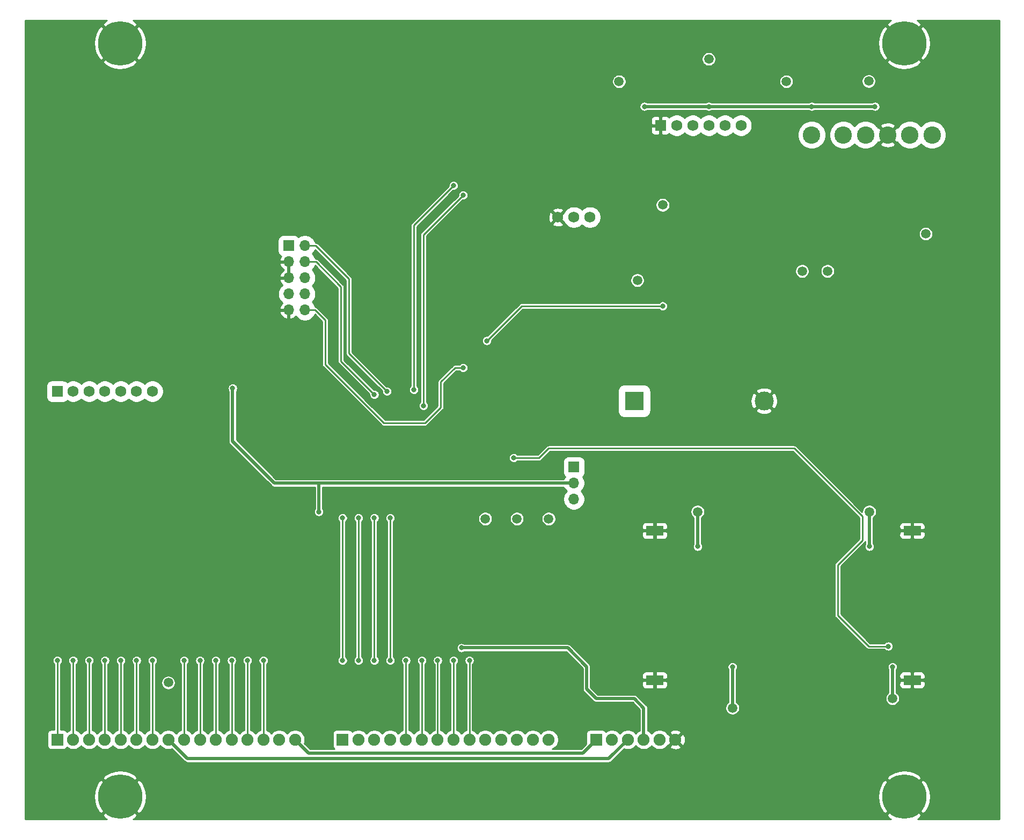
<source format=gbl>
%TF.GenerationSoftware,KiCad,Pcbnew,(5.1.7)-1*%
%TF.CreationDate,2021-11-27T23:06:36+01:00*%
%TF.ProjectId,synthesizer-board,73796e74-6865-4736-997a-65722d626f61,rev?*%
%TF.SameCoordinates,Original*%
%TF.FileFunction,Copper,L2,Bot*%
%TF.FilePolarity,Positive*%
%FSLAX46Y46*%
G04 Gerber Fmt 4.6, Leading zero omitted, Abs format (unit mm)*
G04 Created by KiCad (PCBNEW (5.1.7)-1) date 2021-11-27 23:06:36*
%MOMM*%
%LPD*%
G01*
G04 APERTURE LIST*
%TA.AperFunction,ComponentPad*%
%ADD10C,1.500000*%
%TD*%
%TA.AperFunction,ComponentPad*%
%ADD11R,2.800000X1.500000*%
%TD*%
%TA.AperFunction,ComponentPad*%
%ADD12R,1.750000X1.750000*%
%TD*%
%TA.AperFunction,ComponentPad*%
%ADD13C,1.750000*%
%TD*%
%TA.AperFunction,ComponentPad*%
%ADD14C,3.000000*%
%TD*%
%TA.AperFunction,ComponentPad*%
%ADD15R,3.000000X3.000000*%
%TD*%
%TA.AperFunction,ComponentPad*%
%ADD16C,1.900000*%
%TD*%
%TA.AperFunction,ComponentPad*%
%ADD17R,1.900000X1.900000*%
%TD*%
%TA.AperFunction,ComponentPad*%
%ADD18R,1.700000X1.700000*%
%TD*%
%TA.AperFunction,ComponentPad*%
%ADD19O,1.700000X1.700000*%
%TD*%
%TA.AperFunction,ComponentPad*%
%ADD20C,2.750000*%
%TD*%
%TA.AperFunction,ComponentPad*%
%ADD21C,7.000000*%
%TD*%
%TA.AperFunction,ViaPad*%
%ADD22C,0.800000*%
%TD*%
%TA.AperFunction,Conductor*%
%ADD23C,0.500000*%
%TD*%
%TA.AperFunction,Conductor*%
%ADD24C,0.250000*%
%TD*%
%TA.AperFunction,Conductor*%
%ADD25C,0.252000*%
%TD*%
%TA.AperFunction,Conductor*%
%ADD26C,0.100000*%
%TD*%
G04 APERTURE END LIST*
D10*
X156500000Y-113125000D03*
X151500000Y-113125000D03*
X146500000Y-113125000D03*
X174500000Y-63550000D03*
X196500000Y-74000000D03*
X200500000Y-74000000D03*
X216000000Y-68100000D03*
X170500000Y-75450000D03*
X96500000Y-139000000D03*
X207000000Y-44000000D03*
X181770000Y-40500000D03*
X194000000Y-44050000D03*
X167610000Y-44050000D03*
X210750000Y-141500000D03*
X185500000Y-143000000D03*
X207100000Y-112000000D03*
X180000000Y-112000000D03*
D11*
X213850000Y-138600000D03*
X173250000Y-138600000D03*
X213850000Y-115000000D03*
X173250000Y-115000000D03*
D12*
X79000000Y-93000000D03*
D13*
X81500000Y-93000000D03*
X84000000Y-93000000D03*
X86500000Y-93000000D03*
X89000000Y-93000000D03*
X91500000Y-93000000D03*
X94000000Y-93000000D03*
D14*
X190490000Y-94500000D03*
D15*
X170000000Y-94500000D03*
D16*
X176500000Y-148000000D03*
X174000000Y-148000000D03*
X171500000Y-148000000D03*
X169000000Y-148000000D03*
X166500000Y-148000000D03*
D17*
X164000000Y-148000000D03*
D16*
X156500000Y-148000000D03*
X154000000Y-148000000D03*
X151500000Y-148000000D03*
X149000000Y-148000000D03*
X146500000Y-148000000D03*
X144000000Y-148000000D03*
X141500000Y-148000000D03*
X139000000Y-148000000D03*
X136500000Y-148000000D03*
X134000000Y-148000000D03*
X131500000Y-148000000D03*
X129000000Y-148000000D03*
X126500000Y-148000000D03*
D17*
X124000000Y-148000000D03*
D16*
X116500000Y-148000000D03*
X114000000Y-148000000D03*
X111500000Y-148000000D03*
X109000000Y-148000000D03*
X106500000Y-148000000D03*
X104000000Y-148000000D03*
X101500000Y-148000000D03*
X99000000Y-148000000D03*
X96500000Y-148000000D03*
X94000000Y-148000000D03*
X91500000Y-148000000D03*
X89000000Y-148000000D03*
X86500000Y-148000000D03*
X84000000Y-148000000D03*
X81500000Y-148000000D03*
D17*
X79000000Y-148000000D03*
D13*
X157960000Y-65500000D03*
X160500000Y-65500000D03*
X163040000Y-65500000D03*
D18*
X160500000Y-104960000D03*
D19*
X160500000Y-107500000D03*
X160500000Y-110040000D03*
D18*
X115500000Y-70000000D03*
D19*
X118040000Y-70000000D03*
X115500000Y-72540000D03*
X118040000Y-72540000D03*
X115500000Y-75080000D03*
X118040000Y-75080000D03*
X115500000Y-77620000D03*
X118040000Y-77620000D03*
X115500000Y-80160000D03*
X118040000Y-80160000D03*
D20*
X217000000Y-52500000D03*
X213500000Y-52500000D03*
X210000000Y-52500000D03*
X206500000Y-52500000D03*
X203000000Y-52500000D03*
X198000000Y-52500000D03*
D21*
X212600000Y-38000000D03*
X212600000Y-157000000D03*
X88900000Y-157000000D03*
X88900000Y-38000000D03*
D12*
X174150000Y-51000000D03*
D13*
X176690000Y-51000000D03*
X179230000Y-51000000D03*
X181770000Y-51000000D03*
X184310000Y-51000000D03*
X186850000Y-51000000D03*
D22*
X143000000Y-128650000D03*
X138000000Y-128650000D03*
X133000000Y-128650000D03*
X135500000Y-134650000D03*
X140500000Y-134650000D03*
X145500000Y-134650000D03*
X155500000Y-134650000D03*
X83450000Y-129000000D03*
X84450000Y-129000000D03*
X85450000Y-129000000D03*
X82450000Y-129000000D03*
X81450000Y-129000000D03*
X95150000Y-129000000D03*
X96150000Y-129000000D03*
X97150000Y-129000000D03*
X94150000Y-129000000D03*
X93150000Y-129000000D03*
X106850000Y-129000000D03*
X107850000Y-129000000D03*
X108850000Y-129000000D03*
X105850000Y-129000000D03*
X104850000Y-129000000D03*
X114750000Y-129000000D03*
X115750000Y-129000000D03*
X113750000Y-129000000D03*
X113980000Y-135500000D03*
X206450000Y-67500000D03*
X181770000Y-42080000D03*
X186850000Y-42000000D03*
X179550000Y-41500000D03*
X205950000Y-41500000D03*
X160500000Y-73500000D03*
X149000000Y-144500000D03*
X154000000Y-144500000D03*
X152900000Y-86650000D03*
X156500000Y-92000000D03*
X162000000Y-88500000D03*
X159000000Y-94250000D03*
X159000000Y-99750000D03*
X150500000Y-134650000D03*
X125250000Y-123000000D03*
X127750000Y-123000000D03*
X130250000Y-123000000D03*
X78000000Y-80500000D03*
X83000000Y-80500000D03*
X88000000Y-80500000D03*
X93000000Y-80500000D03*
X80500000Y-75500000D03*
X85500000Y-75500000D03*
X90500000Y-75500000D03*
X143000000Y-90750000D03*
X152000000Y-93250000D03*
X186500000Y-72000000D03*
X182500000Y-67000000D03*
X182500000Y-72000000D03*
X182500000Y-77000000D03*
X174500000Y-67000000D03*
X153000000Y-128650000D03*
X166500000Y-115000000D03*
X166500000Y-116180000D03*
X166500000Y-117360000D03*
X166500000Y-118540000D03*
X166500000Y-119720000D03*
X166500000Y-120900000D03*
X166500000Y-122080000D03*
X166500000Y-124440000D03*
X166500000Y-123260000D03*
X166500000Y-125620000D03*
X166500000Y-127980000D03*
X166500000Y-126800000D03*
X166500000Y-129160000D03*
X166500000Y-130340000D03*
X166500000Y-131520000D03*
X166500000Y-132700000D03*
X166500000Y-133880000D03*
X166500000Y-135100000D03*
X166500000Y-136270000D03*
X166500000Y-137450000D03*
X166500000Y-138600000D03*
X220600000Y-119720000D03*
X220600000Y-117360000D03*
X220600000Y-116180000D03*
X220600000Y-129160000D03*
X220600000Y-130340000D03*
X220600000Y-126800000D03*
X220600000Y-123260000D03*
X220600000Y-124440000D03*
X220600000Y-131520000D03*
X220600000Y-132700000D03*
X220600000Y-122080000D03*
X220600000Y-135100000D03*
X220600000Y-125620000D03*
X220600000Y-133880000D03*
X220600000Y-118540000D03*
X220600000Y-136260000D03*
X220600000Y-137450000D03*
X220600000Y-120900000D03*
X220600000Y-127980000D03*
X171220000Y-115000000D03*
X168860000Y-115000000D03*
X167680000Y-115000000D03*
X170040000Y-115000000D03*
X168860000Y-138600000D03*
X170040000Y-138600000D03*
X171220000Y-138600000D03*
X167680000Y-138600000D03*
X215880000Y-138600000D03*
X217060000Y-138600000D03*
X218240000Y-138600000D03*
X220600000Y-138600000D03*
X219420000Y-138600000D03*
X218240000Y-115000000D03*
X217060000Y-115000000D03*
X219420000Y-115000000D03*
X220600000Y-115000000D03*
X215880000Y-115000000D03*
X209510000Y-115000000D03*
X203590000Y-115000000D03*
X198870000Y-115000000D03*
X201230000Y-115000000D03*
X200050000Y-115000000D03*
X202410000Y-115000000D03*
X210700000Y-115000000D03*
X204770000Y-115000000D03*
X208350000Y-115000000D03*
X197690000Y-115000000D03*
X183540000Y-115000000D03*
X194200000Y-115000000D03*
X188260000Y-115000000D03*
X196550000Y-115000000D03*
X175280000Y-115000000D03*
X190620000Y-115000000D03*
X181180000Y-115000000D03*
X191800000Y-115000000D03*
X178820000Y-115000000D03*
X177640000Y-115000000D03*
X182360000Y-115000000D03*
X189440000Y-115000000D03*
X176460000Y-115000000D03*
X195360000Y-115000000D03*
X185900000Y-115000000D03*
X192980000Y-115000000D03*
X187080000Y-115000000D03*
X184720000Y-115000000D03*
X176460000Y-138600000D03*
X190620000Y-138600000D03*
X177640000Y-138600000D03*
X181180000Y-138600000D03*
X194200000Y-138600000D03*
X183540000Y-138600000D03*
X175280000Y-138600000D03*
X196550000Y-138600000D03*
X197690000Y-138600000D03*
X180000000Y-138600000D03*
X191800000Y-138600000D03*
X187080000Y-138600000D03*
X208350000Y-138600000D03*
X188260000Y-138600000D03*
X202410000Y-138600000D03*
X204770000Y-138600000D03*
X205950000Y-138600000D03*
X211850000Y-138600000D03*
X203590000Y-138600000D03*
X182360000Y-138600000D03*
X189440000Y-138600000D03*
X192980000Y-138600000D03*
X209510000Y-138600000D03*
X178820000Y-138600000D03*
X200050000Y-138600000D03*
X195360000Y-138600000D03*
X207130000Y-138600000D03*
X201230000Y-138600000D03*
X198870000Y-138600000D03*
X211850000Y-115000000D03*
X208250000Y-145750000D03*
X183000000Y-147250000D03*
X171610000Y-48000000D03*
X198000000Y-48000000D03*
X181770000Y-48000000D03*
X208000000Y-48000000D03*
X207100000Y-117500000D03*
X142750000Y-133500000D03*
X210750000Y-136500000D03*
X120250000Y-112000000D03*
X106650000Y-92500000D03*
X180000000Y-117500000D03*
X79000000Y-135500000D03*
X81500000Y-135500000D03*
X84000000Y-135500000D03*
X86500000Y-135500000D03*
X89000000Y-135500000D03*
X91500000Y-135500000D03*
X94000000Y-135500000D03*
X99000000Y-135500000D03*
X101500000Y-135500000D03*
X104000000Y-135500000D03*
X106500000Y-135500000D03*
X109000000Y-135500000D03*
X111500000Y-135500000D03*
X143000000Y-62000000D03*
X136750000Y-95250000D03*
X141500000Y-60500000D03*
X135250000Y-92750000D03*
X143000000Y-89250000D03*
X131000000Y-93000000D03*
X129000000Y-93500000D03*
X134000000Y-135500000D03*
X136500000Y-135500000D03*
X141500000Y-135500000D03*
X139000000Y-135500000D03*
X144000000Y-135500000D03*
X124000000Y-135500000D03*
X124000000Y-113000000D03*
X126500000Y-135500000D03*
X126500000Y-113000000D03*
X129000000Y-135500000D03*
X129000000Y-113000000D03*
X131500000Y-135500000D03*
X131500000Y-113000000D03*
X210100000Y-133250000D03*
X151000000Y-103500000D03*
X185500000Y-136500000D03*
X146750000Y-85000000D03*
X174500000Y-79500000D03*
D23*
X171610000Y-48000000D02*
X181750000Y-48000000D01*
X198000000Y-48000000D02*
X208000000Y-48000000D01*
X181770000Y-48000000D02*
X198000000Y-48000000D01*
X207100000Y-117500000D02*
X207100000Y-112000000D01*
X159500000Y-133500000D02*
X142750000Y-133500000D01*
X170000000Y-141500000D02*
X164000000Y-141500000D01*
X164000000Y-141500000D02*
X162500000Y-140000000D01*
X162500000Y-140000000D02*
X162500000Y-136500000D01*
X162500000Y-136500000D02*
X159500000Y-133500000D01*
X171500000Y-143000000D02*
X170000000Y-141500000D01*
X171500000Y-148000000D02*
X171500000Y-143000000D01*
X210750000Y-136500000D02*
X210750000Y-141500000D01*
X160500000Y-107500000D02*
X156500000Y-107500000D01*
X120250000Y-112000000D02*
X120250000Y-107750000D01*
X150000000Y-107500000D02*
X156500000Y-107500000D01*
X113250000Y-107500000D02*
X150000000Y-107500000D01*
X106650000Y-100900000D02*
X113250000Y-107500000D01*
X106650000Y-92500000D02*
X106650000Y-100900000D01*
X180000000Y-117500000D02*
X180000000Y-112000000D01*
D24*
X79000000Y-135500000D02*
X79000000Y-148000000D01*
X81500000Y-135500000D02*
X81500000Y-148000000D01*
X84000000Y-135500000D02*
X84000000Y-148000000D01*
X86500000Y-135500000D02*
X86500000Y-148000000D01*
X89000000Y-135500000D02*
X89000000Y-148000000D01*
X91500000Y-135500000D02*
X91500000Y-148000000D01*
X94000000Y-135500000D02*
X94000000Y-148000000D01*
X99040000Y-147960000D02*
X99000000Y-148000000D01*
X99000000Y-135500000D02*
X99000000Y-148000000D01*
X101540000Y-147960000D02*
X101500000Y-148000000D01*
X101480000Y-147980000D02*
X101500000Y-148000000D01*
X101500000Y-135500000D02*
X101500000Y-148000000D01*
X104040000Y-147960000D02*
X104000000Y-148000000D01*
X104000000Y-135500000D02*
X104000000Y-148000000D01*
X106480000Y-147980000D02*
X106500000Y-148000000D01*
X106500000Y-135500000D02*
X106500000Y-148000000D01*
X109000000Y-135500000D02*
X109000000Y-148000000D01*
X111500000Y-135500000D02*
X111500000Y-148000000D01*
X136750000Y-68250000D02*
X143000000Y-62000000D01*
X136750000Y-95250000D02*
X136750000Y-68250000D01*
X135250000Y-66750000D02*
X141500000Y-60500000D01*
X135250000Y-92750000D02*
X135250000Y-66750000D01*
X141750000Y-89250000D02*
X143000000Y-89250000D01*
X139500000Y-91500000D02*
X141750000Y-89250000D01*
X137000000Y-98000000D02*
X139500000Y-95500000D01*
X121250000Y-88750000D02*
X130500000Y-98000000D01*
X121250000Y-81750000D02*
X121250000Y-88750000D01*
X139500000Y-95500000D02*
X139500000Y-91500000D01*
X119660000Y-80160000D02*
X121250000Y-81750000D01*
X130500000Y-98000000D02*
X137000000Y-98000000D01*
X118040000Y-80160000D02*
X119660000Y-80160000D01*
X125000000Y-87000000D02*
X131000000Y-93000000D01*
X125000000Y-75250000D02*
X125000000Y-87000000D01*
X119750000Y-70000000D02*
X125000000Y-75250000D01*
X118040000Y-70000000D02*
X119750000Y-70000000D01*
X119790000Y-72540000D02*
X118040000Y-72540000D01*
X123750000Y-76500000D02*
X119790000Y-72540000D01*
X123750000Y-88250000D02*
X123750000Y-76500000D01*
X129000000Y-93500000D02*
X123750000Y-88250000D01*
X134000000Y-148000000D02*
X134000000Y-135500000D01*
X136500000Y-148000000D02*
X136500000Y-135500000D01*
X141500000Y-148000000D02*
X141500000Y-135500000D01*
X139000000Y-148000000D02*
X139000000Y-135500000D01*
X144000000Y-148000000D02*
X144000000Y-135500000D01*
X124000000Y-135500000D02*
X124000000Y-113000000D01*
X126500000Y-135500000D02*
X126500000Y-113000000D01*
X129000000Y-135500000D02*
X129000000Y-113000000D01*
X131500000Y-135500000D02*
X131500000Y-113000000D01*
X207000000Y-133250000D02*
X210100000Y-133250000D01*
X202100000Y-120400000D02*
X202100000Y-128350000D01*
X206000000Y-116500000D02*
X202100000Y-120400000D01*
X206000000Y-112750000D02*
X206000000Y-116500000D01*
X195250000Y-102000000D02*
X206000000Y-112750000D01*
X156500000Y-102000000D02*
X195250000Y-102000000D01*
X155000000Y-103500000D02*
X156500000Y-102000000D01*
X202100000Y-128350000D02*
X207000000Y-133250000D01*
X151000000Y-103500000D02*
X155000000Y-103500000D01*
D23*
X185500000Y-136500000D02*
X185500000Y-141750000D01*
X185500000Y-143000000D02*
X185500000Y-141750000D01*
X169000000Y-148000000D02*
X166000000Y-151000000D01*
X99500000Y-151000000D02*
X96500000Y-148000000D01*
X166000000Y-151000000D02*
X99500000Y-151000000D01*
X164000000Y-148000000D02*
X161900000Y-150100000D01*
X118600000Y-150100000D02*
X116500000Y-148000000D01*
X161900000Y-150100000D02*
X118600000Y-150100000D01*
D24*
X152250000Y-79500000D02*
X152750000Y-79500000D01*
X146750000Y-85000000D02*
X152250000Y-79500000D01*
X174500000Y-79500000D02*
X152750000Y-79500000D01*
D25*
X86621432Y-34526691D02*
X86563052Y-34565700D01*
X86166713Y-35085693D01*
X88900000Y-37818981D01*
X91633287Y-35085693D01*
X91236948Y-34565700D01*
X90988152Y-34430000D01*
X210506065Y-34430000D01*
X210321432Y-34526691D01*
X210263052Y-34565700D01*
X209866713Y-35085693D01*
X212600000Y-37818981D01*
X215333287Y-35085693D01*
X214936948Y-34565700D01*
X214688152Y-34430000D01*
X227570000Y-34430000D01*
X227570001Y-160570000D01*
X214693935Y-160570000D01*
X214878568Y-160473309D01*
X214936948Y-160434300D01*
X215333287Y-159914307D01*
X212600000Y-157181019D01*
X209866713Y-159914307D01*
X210263052Y-160434300D01*
X210511848Y-160570000D01*
X90993935Y-160570000D01*
X91178568Y-160473309D01*
X91236948Y-160434300D01*
X91633287Y-159914307D01*
X88900000Y-157181019D01*
X86166713Y-159914307D01*
X86563052Y-160434300D01*
X86811848Y-160570000D01*
X73930000Y-160570000D01*
X73930000Y-156964894D01*
X84746145Y-156964894D01*
X84819111Y-157775945D01*
X85048903Y-158557177D01*
X85426691Y-159278568D01*
X85465700Y-159336948D01*
X85985693Y-159733287D01*
X88718981Y-157000000D01*
X89081019Y-157000000D01*
X91814307Y-159733287D01*
X92334300Y-159336948D01*
X92724227Y-158622046D01*
X92967191Y-157844809D01*
X93053855Y-157035106D01*
X93047539Y-156964894D01*
X208446145Y-156964894D01*
X208519111Y-157775945D01*
X208748903Y-158557177D01*
X209126691Y-159278568D01*
X209165700Y-159336948D01*
X209685693Y-159733287D01*
X212418981Y-157000000D01*
X212781019Y-157000000D01*
X215514307Y-159733287D01*
X216034300Y-159336948D01*
X216424227Y-158622046D01*
X216667191Y-157844809D01*
X216753855Y-157035106D01*
X216680889Y-156224055D01*
X216451097Y-155442823D01*
X216073309Y-154721432D01*
X216034300Y-154663052D01*
X215514307Y-154266713D01*
X212781019Y-157000000D01*
X212418981Y-157000000D01*
X209685693Y-154266713D01*
X209165700Y-154663052D01*
X208775773Y-155377954D01*
X208532809Y-156155191D01*
X208446145Y-156964894D01*
X93047539Y-156964894D01*
X92980889Y-156224055D01*
X92751097Y-155442823D01*
X92373309Y-154721432D01*
X92334300Y-154663052D01*
X91814307Y-154266713D01*
X89081019Y-157000000D01*
X88718981Y-157000000D01*
X85985693Y-154266713D01*
X85465700Y-154663052D01*
X85075773Y-155377954D01*
X84832809Y-156155191D01*
X84746145Y-156964894D01*
X73930000Y-156964894D01*
X73930000Y-154085693D01*
X86166713Y-154085693D01*
X88900000Y-156818981D01*
X91633287Y-154085693D01*
X209866713Y-154085693D01*
X212600000Y-156818981D01*
X215333287Y-154085693D01*
X214936948Y-153565700D01*
X214222046Y-153175773D01*
X213444809Y-152932809D01*
X212635106Y-152846145D01*
X211824055Y-152919111D01*
X211042823Y-153148903D01*
X210321432Y-153526691D01*
X210263052Y-153565700D01*
X209866713Y-154085693D01*
X91633287Y-154085693D01*
X91236948Y-153565700D01*
X90522046Y-153175773D01*
X89744809Y-152932809D01*
X88935106Y-152846145D01*
X88124055Y-152919111D01*
X87342823Y-153148903D01*
X86621432Y-153526691D01*
X86563052Y-153565700D01*
X86166713Y-154085693D01*
X73930000Y-154085693D01*
X73930000Y-147050000D01*
X77420972Y-147050000D01*
X77420972Y-148950000D01*
X77433059Y-149072717D01*
X77468854Y-149190719D01*
X77526982Y-149299469D01*
X77605210Y-149394790D01*
X77700531Y-149473018D01*
X77809281Y-149531146D01*
X77927283Y-149566941D01*
X78050000Y-149579028D01*
X79950000Y-149579028D01*
X80072717Y-149566941D01*
X80190719Y-149531146D01*
X80299469Y-149473018D01*
X80394790Y-149394790D01*
X80473018Y-149299469D01*
X80508558Y-149232979D01*
X80753484Y-149396633D01*
X81040298Y-149515436D01*
X81344778Y-149576000D01*
X81655222Y-149576000D01*
X81959702Y-149515436D01*
X82246516Y-149396633D01*
X82504642Y-149224159D01*
X82724159Y-149004642D01*
X82750000Y-148965968D01*
X82775841Y-149004642D01*
X82995358Y-149224159D01*
X83253484Y-149396633D01*
X83540298Y-149515436D01*
X83844778Y-149576000D01*
X84155222Y-149576000D01*
X84459702Y-149515436D01*
X84746516Y-149396633D01*
X85004642Y-149224159D01*
X85224159Y-149004642D01*
X85250000Y-148965968D01*
X85275841Y-149004642D01*
X85495358Y-149224159D01*
X85753484Y-149396633D01*
X86040298Y-149515436D01*
X86344778Y-149576000D01*
X86655222Y-149576000D01*
X86959702Y-149515436D01*
X87246516Y-149396633D01*
X87504642Y-149224159D01*
X87724159Y-149004642D01*
X87750000Y-148965968D01*
X87775841Y-149004642D01*
X87995358Y-149224159D01*
X88253484Y-149396633D01*
X88540298Y-149515436D01*
X88844778Y-149576000D01*
X89155222Y-149576000D01*
X89459702Y-149515436D01*
X89746516Y-149396633D01*
X90004642Y-149224159D01*
X90224159Y-149004642D01*
X90250000Y-148965968D01*
X90275841Y-149004642D01*
X90495358Y-149224159D01*
X90753484Y-149396633D01*
X91040298Y-149515436D01*
X91344778Y-149576000D01*
X91655222Y-149576000D01*
X91959702Y-149515436D01*
X92246516Y-149396633D01*
X92504642Y-149224159D01*
X92724159Y-149004642D01*
X92750000Y-148965968D01*
X92775841Y-149004642D01*
X92995358Y-149224159D01*
X93253484Y-149396633D01*
X93540298Y-149515436D01*
X93844778Y-149576000D01*
X94155222Y-149576000D01*
X94459702Y-149515436D01*
X94746516Y-149396633D01*
X95004642Y-149224159D01*
X95224159Y-149004642D01*
X95250000Y-148965968D01*
X95275841Y-149004642D01*
X95495358Y-149224159D01*
X95753484Y-149396633D01*
X96040298Y-149515436D01*
X96344778Y-149576000D01*
X96655222Y-149576000D01*
X96959702Y-149515436D01*
X97076219Y-149467173D01*
X99032638Y-151423593D01*
X99052367Y-151447633D01*
X99148297Y-151526360D01*
X99257743Y-151584860D01*
X99376498Y-151620884D01*
X99469053Y-151630000D01*
X99469054Y-151630000D01*
X99500000Y-151633048D01*
X99530946Y-151630000D01*
X165969054Y-151630000D01*
X166000000Y-151633048D01*
X166030946Y-151630000D01*
X166030947Y-151630000D01*
X166123502Y-151620884D01*
X166242257Y-151584860D01*
X166351703Y-151526360D01*
X166447633Y-151447633D01*
X166467366Y-151423588D01*
X168423782Y-149467173D01*
X168540298Y-149515436D01*
X168844778Y-149576000D01*
X169155222Y-149576000D01*
X169459702Y-149515436D01*
X169746516Y-149396633D01*
X170004642Y-149224159D01*
X170224159Y-149004642D01*
X170250000Y-148965968D01*
X170275841Y-149004642D01*
X170495358Y-149224159D01*
X170753484Y-149396633D01*
X171040298Y-149515436D01*
X171344778Y-149576000D01*
X171655222Y-149576000D01*
X171959702Y-149515436D01*
X172246516Y-149396633D01*
X172504642Y-149224159D01*
X172724159Y-149004642D01*
X172750000Y-148965968D01*
X172775841Y-149004642D01*
X172995358Y-149224159D01*
X173253484Y-149396633D01*
X173540298Y-149515436D01*
X173844778Y-149576000D01*
X174155222Y-149576000D01*
X174459702Y-149515436D01*
X174746516Y-149396633D01*
X175004642Y-149224159D01*
X175128941Y-149099860D01*
X175581159Y-149099860D01*
X175671028Y-149358750D01*
X175952035Y-149494366D01*
X176254101Y-149572555D01*
X176565616Y-149590311D01*
X176874609Y-149546952D01*
X177169206Y-149444145D01*
X177328972Y-149358750D01*
X177418841Y-149099860D01*
X176500000Y-148181019D01*
X175581159Y-149099860D01*
X175128941Y-149099860D01*
X175224159Y-149004642D01*
X175303828Y-148885408D01*
X175400140Y-148918841D01*
X176318981Y-148000000D01*
X176681019Y-148000000D01*
X177599860Y-148918841D01*
X177858750Y-148828972D01*
X177994366Y-148547965D01*
X178072555Y-148245899D01*
X178090311Y-147934384D01*
X178046952Y-147625391D01*
X177944145Y-147330794D01*
X177858750Y-147171028D01*
X177599860Y-147081159D01*
X176681019Y-148000000D01*
X176318981Y-148000000D01*
X175400140Y-147081159D01*
X175303828Y-147114592D01*
X175224159Y-146995358D01*
X175128941Y-146900140D01*
X175581159Y-146900140D01*
X176500000Y-147818981D01*
X177418841Y-146900140D01*
X177328972Y-146641250D01*
X177047965Y-146505634D01*
X176745899Y-146427445D01*
X176434384Y-146409689D01*
X176125391Y-146453048D01*
X175830794Y-146555855D01*
X175671028Y-146641250D01*
X175581159Y-146900140D01*
X175128941Y-146900140D01*
X175004642Y-146775841D01*
X174746516Y-146603367D01*
X174459702Y-146484564D01*
X174155222Y-146424000D01*
X173844778Y-146424000D01*
X173540298Y-146484564D01*
X173253484Y-146603367D01*
X172995358Y-146775841D01*
X172775841Y-146995358D01*
X172750000Y-147034032D01*
X172724159Y-146995358D01*
X172504642Y-146775841D01*
X172246516Y-146603367D01*
X172130000Y-146555104D01*
X172130000Y-143030945D01*
X172133048Y-142999999D01*
X172122087Y-142888705D01*
X184370000Y-142888705D01*
X184370000Y-143111295D01*
X184413425Y-143329609D01*
X184498607Y-143535256D01*
X184622271Y-143720333D01*
X184779667Y-143877729D01*
X184964744Y-144001393D01*
X185170391Y-144086575D01*
X185388705Y-144130000D01*
X185611295Y-144130000D01*
X185829609Y-144086575D01*
X186035256Y-144001393D01*
X186220333Y-143877729D01*
X186377729Y-143720333D01*
X186501393Y-143535256D01*
X186586575Y-143329609D01*
X186630000Y-143111295D01*
X186630000Y-142888705D01*
X186586575Y-142670391D01*
X186501393Y-142464744D01*
X186377729Y-142279667D01*
X186220333Y-142122271D01*
X186130000Y-142061913D01*
X186130000Y-141388705D01*
X209620000Y-141388705D01*
X209620000Y-141611295D01*
X209663425Y-141829609D01*
X209748607Y-142035256D01*
X209872271Y-142220333D01*
X210029667Y-142377729D01*
X210214744Y-142501393D01*
X210420391Y-142586575D01*
X210638705Y-142630000D01*
X210861295Y-142630000D01*
X211079609Y-142586575D01*
X211285256Y-142501393D01*
X211470333Y-142377729D01*
X211627729Y-142220333D01*
X211751393Y-142035256D01*
X211836575Y-141829609D01*
X211880000Y-141611295D01*
X211880000Y-141388705D01*
X211836575Y-141170391D01*
X211751393Y-140964744D01*
X211627729Y-140779667D01*
X211470333Y-140622271D01*
X211380000Y-140561913D01*
X211380000Y-139350000D01*
X211812932Y-139350000D01*
X211825173Y-139474286D01*
X211861426Y-139593795D01*
X211920297Y-139703936D01*
X211999525Y-139800475D01*
X212096064Y-139879703D01*
X212206205Y-139938574D01*
X212325714Y-139974827D01*
X212450000Y-139987068D01*
X213563500Y-139984000D01*
X213722000Y-139825500D01*
X213722000Y-138728000D01*
X213978000Y-138728000D01*
X213978000Y-139825500D01*
X214136500Y-139984000D01*
X215250000Y-139987068D01*
X215374286Y-139974827D01*
X215493795Y-139938574D01*
X215603936Y-139879703D01*
X215700475Y-139800475D01*
X215779703Y-139703936D01*
X215838574Y-139593795D01*
X215874827Y-139474286D01*
X215887068Y-139350000D01*
X215884000Y-138886500D01*
X215725500Y-138728000D01*
X213978000Y-138728000D01*
X213722000Y-138728000D01*
X211974500Y-138728000D01*
X211816000Y-138886500D01*
X211812932Y-139350000D01*
X211380000Y-139350000D01*
X211380000Y-137850000D01*
X211812932Y-137850000D01*
X211816000Y-138313500D01*
X211974500Y-138472000D01*
X213722000Y-138472000D01*
X213722000Y-137374500D01*
X213978000Y-137374500D01*
X213978000Y-138472000D01*
X215725500Y-138472000D01*
X215884000Y-138313500D01*
X215887068Y-137850000D01*
X215874827Y-137725714D01*
X215838574Y-137606205D01*
X215779703Y-137496064D01*
X215700475Y-137399525D01*
X215603936Y-137320297D01*
X215493795Y-137261426D01*
X215374286Y-137225173D01*
X215250000Y-137212932D01*
X214136500Y-137216000D01*
X213978000Y-137374500D01*
X213722000Y-137374500D01*
X213563500Y-137216000D01*
X212450000Y-137212932D01*
X212325714Y-137225173D01*
X212206205Y-137261426D01*
X212096064Y-137320297D01*
X211999525Y-137399525D01*
X211920297Y-137496064D01*
X211861426Y-137606205D01*
X211825173Y-137725714D01*
X211812932Y-137850000D01*
X211380000Y-137850000D01*
X211380000Y-136961101D01*
X211441227Y-136869469D01*
X211500025Y-136727518D01*
X211530000Y-136576823D01*
X211530000Y-136423177D01*
X211500025Y-136272482D01*
X211441227Y-136130531D01*
X211355865Y-136002779D01*
X211247221Y-135894135D01*
X211119469Y-135808773D01*
X210977518Y-135749975D01*
X210826823Y-135720000D01*
X210673177Y-135720000D01*
X210522482Y-135749975D01*
X210380531Y-135808773D01*
X210252779Y-135894135D01*
X210144135Y-136002779D01*
X210058773Y-136130531D01*
X209999975Y-136272482D01*
X209970000Y-136423177D01*
X209970000Y-136576823D01*
X209999975Y-136727518D01*
X210058773Y-136869469D01*
X210120000Y-136961101D01*
X210120001Y-140561912D01*
X210029667Y-140622271D01*
X209872271Y-140779667D01*
X209748607Y-140964744D01*
X209663425Y-141170391D01*
X209620000Y-141388705D01*
X186130000Y-141388705D01*
X186130000Y-136961101D01*
X186191227Y-136869469D01*
X186250025Y-136727518D01*
X186280000Y-136576823D01*
X186280000Y-136423177D01*
X186250025Y-136272482D01*
X186191227Y-136130531D01*
X186105865Y-136002779D01*
X185997221Y-135894135D01*
X185869469Y-135808773D01*
X185727518Y-135749975D01*
X185576823Y-135720000D01*
X185423177Y-135720000D01*
X185272482Y-135749975D01*
X185130531Y-135808773D01*
X185002779Y-135894135D01*
X184894135Y-136002779D01*
X184808773Y-136130531D01*
X184749975Y-136272482D01*
X184720000Y-136423177D01*
X184720000Y-136576823D01*
X184749975Y-136727518D01*
X184808773Y-136869469D01*
X184870000Y-136961101D01*
X184870001Y-141719053D01*
X184870001Y-142061912D01*
X184779667Y-142122271D01*
X184622271Y-142279667D01*
X184498607Y-142464744D01*
X184413425Y-142670391D01*
X184370000Y-142888705D01*
X172122087Y-142888705D01*
X172120884Y-142876498D01*
X172084860Y-142757743D01*
X172026360Y-142648297D01*
X171947633Y-142552367D01*
X171923588Y-142532634D01*
X170467366Y-141076412D01*
X170447633Y-141052367D01*
X170351703Y-140973640D01*
X170242257Y-140915140D01*
X170123502Y-140879116D01*
X170030947Y-140870000D01*
X170030946Y-140870000D01*
X170000000Y-140866952D01*
X169969054Y-140870000D01*
X164260954Y-140870000D01*
X163130000Y-139739046D01*
X163130000Y-139350000D01*
X171212932Y-139350000D01*
X171225173Y-139474286D01*
X171261426Y-139593795D01*
X171320297Y-139703936D01*
X171399525Y-139800475D01*
X171496064Y-139879703D01*
X171606205Y-139938574D01*
X171725714Y-139974827D01*
X171850000Y-139987068D01*
X172963500Y-139984000D01*
X173122000Y-139825500D01*
X173122000Y-138728000D01*
X173378000Y-138728000D01*
X173378000Y-139825500D01*
X173536500Y-139984000D01*
X174650000Y-139987068D01*
X174774286Y-139974827D01*
X174893795Y-139938574D01*
X175003936Y-139879703D01*
X175100475Y-139800475D01*
X175179703Y-139703936D01*
X175238574Y-139593795D01*
X175274827Y-139474286D01*
X175287068Y-139350000D01*
X175284000Y-138886500D01*
X175125500Y-138728000D01*
X173378000Y-138728000D01*
X173122000Y-138728000D01*
X171374500Y-138728000D01*
X171216000Y-138886500D01*
X171212932Y-139350000D01*
X163130000Y-139350000D01*
X163130000Y-137850000D01*
X171212932Y-137850000D01*
X171216000Y-138313500D01*
X171374500Y-138472000D01*
X173122000Y-138472000D01*
X173122000Y-137374500D01*
X173378000Y-137374500D01*
X173378000Y-138472000D01*
X175125500Y-138472000D01*
X175284000Y-138313500D01*
X175287068Y-137850000D01*
X175274827Y-137725714D01*
X175238574Y-137606205D01*
X175179703Y-137496064D01*
X175100475Y-137399525D01*
X175003936Y-137320297D01*
X174893795Y-137261426D01*
X174774286Y-137225173D01*
X174650000Y-137212932D01*
X173536500Y-137216000D01*
X173378000Y-137374500D01*
X173122000Y-137374500D01*
X172963500Y-137216000D01*
X171850000Y-137212932D01*
X171725714Y-137225173D01*
X171606205Y-137261426D01*
X171496064Y-137320297D01*
X171399525Y-137399525D01*
X171320297Y-137496064D01*
X171261426Y-137606205D01*
X171225173Y-137725714D01*
X171212932Y-137850000D01*
X163130000Y-137850000D01*
X163130000Y-136530946D01*
X163133048Y-136500000D01*
X163130000Y-136469053D01*
X163120884Y-136376498D01*
X163084860Y-136257743D01*
X163026360Y-136148297D01*
X162947633Y-136052367D01*
X162923593Y-136032638D01*
X159967366Y-133076412D01*
X159947633Y-133052367D01*
X159851703Y-132973640D01*
X159742257Y-132915140D01*
X159623502Y-132879116D01*
X159530947Y-132870000D01*
X159530946Y-132870000D01*
X159500000Y-132866952D01*
X159469054Y-132870000D01*
X143211101Y-132870000D01*
X143119469Y-132808773D01*
X142977518Y-132749975D01*
X142826823Y-132720000D01*
X142673177Y-132720000D01*
X142522482Y-132749975D01*
X142380531Y-132808773D01*
X142252779Y-132894135D01*
X142144135Y-133002779D01*
X142058773Y-133130531D01*
X141999975Y-133272482D01*
X141970000Y-133423177D01*
X141970000Y-133576823D01*
X141999975Y-133727518D01*
X142058773Y-133869469D01*
X142144135Y-133997221D01*
X142252779Y-134105865D01*
X142380531Y-134191227D01*
X142522482Y-134250025D01*
X142673177Y-134280000D01*
X142826823Y-134280000D01*
X142977518Y-134250025D01*
X143119469Y-134191227D01*
X143211101Y-134130000D01*
X159239046Y-134130000D01*
X161870001Y-136760956D01*
X161870000Y-139969054D01*
X161866952Y-140000000D01*
X161870000Y-140030946D01*
X161879116Y-140123501D01*
X161915140Y-140242256D01*
X161973640Y-140351702D01*
X162052367Y-140447633D01*
X162076412Y-140467366D01*
X163532634Y-141923588D01*
X163552367Y-141947633D01*
X163648297Y-142026360D01*
X163757743Y-142084860D01*
X163876498Y-142120884D01*
X163999999Y-142133048D01*
X164030945Y-142130000D01*
X169739046Y-142130000D01*
X170870001Y-143260955D01*
X170870000Y-146555104D01*
X170753484Y-146603367D01*
X170495358Y-146775841D01*
X170275841Y-146995358D01*
X170250000Y-147034032D01*
X170224159Y-146995358D01*
X170004642Y-146775841D01*
X169746516Y-146603367D01*
X169459702Y-146484564D01*
X169155222Y-146424000D01*
X168844778Y-146424000D01*
X168540298Y-146484564D01*
X168253484Y-146603367D01*
X167995358Y-146775841D01*
X167775841Y-146995358D01*
X167750000Y-147034032D01*
X167724159Y-146995358D01*
X167504642Y-146775841D01*
X167246516Y-146603367D01*
X166959702Y-146484564D01*
X166655222Y-146424000D01*
X166344778Y-146424000D01*
X166040298Y-146484564D01*
X165753484Y-146603367D01*
X165508558Y-146767021D01*
X165473018Y-146700531D01*
X165394790Y-146605210D01*
X165299469Y-146526982D01*
X165190719Y-146468854D01*
X165072717Y-146433059D01*
X164950000Y-146420972D01*
X163050000Y-146420972D01*
X162927283Y-146433059D01*
X162809281Y-146468854D01*
X162700531Y-146526982D01*
X162605210Y-146605210D01*
X162526982Y-146700531D01*
X162468854Y-146809281D01*
X162433059Y-146927283D01*
X162420972Y-147050000D01*
X162420972Y-148688074D01*
X161639046Y-149470000D01*
X157069394Y-149470000D01*
X157246516Y-149396633D01*
X157504642Y-149224159D01*
X157724159Y-149004642D01*
X157896633Y-148746516D01*
X158015436Y-148459702D01*
X158076000Y-148155222D01*
X158076000Y-147844778D01*
X158015436Y-147540298D01*
X157896633Y-147253484D01*
X157724159Y-146995358D01*
X157504642Y-146775841D01*
X157246516Y-146603367D01*
X156959702Y-146484564D01*
X156655222Y-146424000D01*
X156344778Y-146424000D01*
X156040298Y-146484564D01*
X155753484Y-146603367D01*
X155495358Y-146775841D01*
X155275841Y-146995358D01*
X155250000Y-147034032D01*
X155224159Y-146995358D01*
X155004642Y-146775841D01*
X154746516Y-146603367D01*
X154459702Y-146484564D01*
X154155222Y-146424000D01*
X153844778Y-146424000D01*
X153540298Y-146484564D01*
X153253484Y-146603367D01*
X152995358Y-146775841D01*
X152775841Y-146995358D01*
X152750000Y-147034032D01*
X152724159Y-146995358D01*
X152504642Y-146775841D01*
X152246516Y-146603367D01*
X151959702Y-146484564D01*
X151655222Y-146424000D01*
X151344778Y-146424000D01*
X151040298Y-146484564D01*
X150753484Y-146603367D01*
X150495358Y-146775841D01*
X150275841Y-146995358D01*
X150250000Y-147034032D01*
X150224159Y-146995358D01*
X150004642Y-146775841D01*
X149746516Y-146603367D01*
X149459702Y-146484564D01*
X149155222Y-146424000D01*
X148844778Y-146424000D01*
X148540298Y-146484564D01*
X148253484Y-146603367D01*
X147995358Y-146775841D01*
X147775841Y-146995358D01*
X147750000Y-147034032D01*
X147724159Y-146995358D01*
X147504642Y-146775841D01*
X147246516Y-146603367D01*
X146959702Y-146484564D01*
X146655222Y-146424000D01*
X146344778Y-146424000D01*
X146040298Y-146484564D01*
X145753484Y-146603367D01*
X145495358Y-146775841D01*
X145275841Y-146995358D01*
X145250000Y-147034032D01*
X145224159Y-146995358D01*
X145004642Y-146775841D01*
X144746516Y-146603367D01*
X144505000Y-146503327D01*
X144505000Y-136098086D01*
X144605865Y-135997221D01*
X144691227Y-135869469D01*
X144750025Y-135727518D01*
X144780000Y-135576823D01*
X144780000Y-135423177D01*
X144750025Y-135272482D01*
X144691227Y-135130531D01*
X144605865Y-135002779D01*
X144497221Y-134894135D01*
X144369469Y-134808773D01*
X144227518Y-134749975D01*
X144076823Y-134720000D01*
X143923177Y-134720000D01*
X143772482Y-134749975D01*
X143630531Y-134808773D01*
X143502779Y-134894135D01*
X143394135Y-135002779D01*
X143308773Y-135130531D01*
X143249975Y-135272482D01*
X143220000Y-135423177D01*
X143220000Y-135576823D01*
X143249975Y-135727518D01*
X143308773Y-135869469D01*
X143394135Y-135997221D01*
X143495001Y-136098087D01*
X143495000Y-146503327D01*
X143253484Y-146603367D01*
X142995358Y-146775841D01*
X142775841Y-146995358D01*
X142750000Y-147034032D01*
X142724159Y-146995358D01*
X142504642Y-146775841D01*
X142246516Y-146603367D01*
X142005000Y-146503327D01*
X142005000Y-136098086D01*
X142105865Y-135997221D01*
X142191227Y-135869469D01*
X142250025Y-135727518D01*
X142280000Y-135576823D01*
X142280000Y-135423177D01*
X142250025Y-135272482D01*
X142191227Y-135130531D01*
X142105865Y-135002779D01*
X141997221Y-134894135D01*
X141869469Y-134808773D01*
X141727518Y-134749975D01*
X141576823Y-134720000D01*
X141423177Y-134720000D01*
X141272482Y-134749975D01*
X141130531Y-134808773D01*
X141002779Y-134894135D01*
X140894135Y-135002779D01*
X140808773Y-135130531D01*
X140749975Y-135272482D01*
X140720000Y-135423177D01*
X140720000Y-135576823D01*
X140749975Y-135727518D01*
X140808773Y-135869469D01*
X140894135Y-135997221D01*
X140995001Y-136098087D01*
X140995000Y-146503327D01*
X140753484Y-146603367D01*
X140495358Y-146775841D01*
X140275841Y-146995358D01*
X140250000Y-147034032D01*
X140224159Y-146995358D01*
X140004642Y-146775841D01*
X139746516Y-146603367D01*
X139505000Y-146503327D01*
X139505000Y-136098086D01*
X139605865Y-135997221D01*
X139691227Y-135869469D01*
X139750025Y-135727518D01*
X139780000Y-135576823D01*
X139780000Y-135423177D01*
X139750025Y-135272482D01*
X139691227Y-135130531D01*
X139605865Y-135002779D01*
X139497221Y-134894135D01*
X139369469Y-134808773D01*
X139227518Y-134749975D01*
X139076823Y-134720000D01*
X138923177Y-134720000D01*
X138772482Y-134749975D01*
X138630531Y-134808773D01*
X138502779Y-134894135D01*
X138394135Y-135002779D01*
X138308773Y-135130531D01*
X138249975Y-135272482D01*
X138220000Y-135423177D01*
X138220000Y-135576823D01*
X138249975Y-135727518D01*
X138308773Y-135869469D01*
X138394135Y-135997221D01*
X138495001Y-136098087D01*
X138495000Y-146503327D01*
X138253484Y-146603367D01*
X137995358Y-146775841D01*
X137775841Y-146995358D01*
X137750000Y-147034032D01*
X137724159Y-146995358D01*
X137504642Y-146775841D01*
X137246516Y-146603367D01*
X137005000Y-146503327D01*
X137005000Y-136098086D01*
X137105865Y-135997221D01*
X137191227Y-135869469D01*
X137250025Y-135727518D01*
X137280000Y-135576823D01*
X137280000Y-135423177D01*
X137250025Y-135272482D01*
X137191227Y-135130531D01*
X137105865Y-135002779D01*
X136997221Y-134894135D01*
X136869469Y-134808773D01*
X136727518Y-134749975D01*
X136576823Y-134720000D01*
X136423177Y-134720000D01*
X136272482Y-134749975D01*
X136130531Y-134808773D01*
X136002779Y-134894135D01*
X135894135Y-135002779D01*
X135808773Y-135130531D01*
X135749975Y-135272482D01*
X135720000Y-135423177D01*
X135720000Y-135576823D01*
X135749975Y-135727518D01*
X135808773Y-135869469D01*
X135894135Y-135997221D01*
X135995001Y-136098087D01*
X135995000Y-146503327D01*
X135753484Y-146603367D01*
X135495358Y-146775841D01*
X135275841Y-146995358D01*
X135250000Y-147034032D01*
X135224159Y-146995358D01*
X135004642Y-146775841D01*
X134746516Y-146603367D01*
X134505000Y-146503327D01*
X134505000Y-136098086D01*
X134605865Y-135997221D01*
X134691227Y-135869469D01*
X134750025Y-135727518D01*
X134780000Y-135576823D01*
X134780000Y-135423177D01*
X134750025Y-135272482D01*
X134691227Y-135130531D01*
X134605865Y-135002779D01*
X134497221Y-134894135D01*
X134369469Y-134808773D01*
X134227518Y-134749975D01*
X134076823Y-134720000D01*
X133923177Y-134720000D01*
X133772482Y-134749975D01*
X133630531Y-134808773D01*
X133502779Y-134894135D01*
X133394135Y-135002779D01*
X133308773Y-135130531D01*
X133249975Y-135272482D01*
X133220000Y-135423177D01*
X133220000Y-135576823D01*
X133249975Y-135727518D01*
X133308773Y-135869469D01*
X133394135Y-135997221D01*
X133495001Y-136098087D01*
X133495000Y-146503327D01*
X133253484Y-146603367D01*
X132995358Y-146775841D01*
X132775841Y-146995358D01*
X132750000Y-147034032D01*
X132724159Y-146995358D01*
X132504642Y-146775841D01*
X132246516Y-146603367D01*
X131959702Y-146484564D01*
X131655222Y-146424000D01*
X131344778Y-146424000D01*
X131040298Y-146484564D01*
X130753484Y-146603367D01*
X130495358Y-146775841D01*
X130275841Y-146995358D01*
X130250000Y-147034032D01*
X130224159Y-146995358D01*
X130004642Y-146775841D01*
X129746516Y-146603367D01*
X129459702Y-146484564D01*
X129155222Y-146424000D01*
X128844778Y-146424000D01*
X128540298Y-146484564D01*
X128253484Y-146603367D01*
X127995358Y-146775841D01*
X127775841Y-146995358D01*
X127750000Y-147034032D01*
X127724159Y-146995358D01*
X127504642Y-146775841D01*
X127246516Y-146603367D01*
X126959702Y-146484564D01*
X126655222Y-146424000D01*
X126344778Y-146424000D01*
X126040298Y-146484564D01*
X125753484Y-146603367D01*
X125508558Y-146767021D01*
X125473018Y-146700531D01*
X125394790Y-146605210D01*
X125299469Y-146526982D01*
X125190719Y-146468854D01*
X125072717Y-146433059D01*
X124950000Y-146420972D01*
X123050000Y-146420972D01*
X122927283Y-146433059D01*
X122809281Y-146468854D01*
X122700531Y-146526982D01*
X122605210Y-146605210D01*
X122526982Y-146700531D01*
X122468854Y-146809281D01*
X122433059Y-146927283D01*
X122420972Y-147050000D01*
X122420972Y-148950000D01*
X122433059Y-149072717D01*
X122468854Y-149190719D01*
X122526982Y-149299469D01*
X122605210Y-149394790D01*
X122696854Y-149470000D01*
X118860954Y-149470000D01*
X117967173Y-148576219D01*
X118015436Y-148459702D01*
X118076000Y-148155222D01*
X118076000Y-147844778D01*
X118015436Y-147540298D01*
X117896633Y-147253484D01*
X117724159Y-146995358D01*
X117504642Y-146775841D01*
X117246516Y-146603367D01*
X116959702Y-146484564D01*
X116655222Y-146424000D01*
X116344778Y-146424000D01*
X116040298Y-146484564D01*
X115753484Y-146603367D01*
X115495358Y-146775841D01*
X115275841Y-146995358D01*
X115250000Y-147034032D01*
X115224159Y-146995358D01*
X115004642Y-146775841D01*
X114746516Y-146603367D01*
X114459702Y-146484564D01*
X114155222Y-146424000D01*
X113844778Y-146424000D01*
X113540298Y-146484564D01*
X113253484Y-146603367D01*
X112995358Y-146775841D01*
X112775841Y-146995358D01*
X112750000Y-147034032D01*
X112724159Y-146995358D01*
X112504642Y-146775841D01*
X112246516Y-146603367D01*
X112005000Y-146503327D01*
X112005000Y-136098086D01*
X112105865Y-135997221D01*
X112191227Y-135869469D01*
X112250025Y-135727518D01*
X112280000Y-135576823D01*
X112280000Y-135423177D01*
X112250025Y-135272482D01*
X112191227Y-135130531D01*
X112105865Y-135002779D01*
X111997221Y-134894135D01*
X111869469Y-134808773D01*
X111727518Y-134749975D01*
X111576823Y-134720000D01*
X111423177Y-134720000D01*
X111272482Y-134749975D01*
X111130531Y-134808773D01*
X111002779Y-134894135D01*
X110894135Y-135002779D01*
X110808773Y-135130531D01*
X110749975Y-135272482D01*
X110720000Y-135423177D01*
X110720000Y-135576823D01*
X110749975Y-135727518D01*
X110808773Y-135869469D01*
X110894135Y-135997221D01*
X110995000Y-136098086D01*
X110995001Y-146503327D01*
X110753484Y-146603367D01*
X110495358Y-146775841D01*
X110275841Y-146995358D01*
X110250000Y-147034032D01*
X110224159Y-146995358D01*
X110004642Y-146775841D01*
X109746516Y-146603367D01*
X109505000Y-146503327D01*
X109505000Y-136098086D01*
X109605865Y-135997221D01*
X109691227Y-135869469D01*
X109750025Y-135727518D01*
X109780000Y-135576823D01*
X109780000Y-135423177D01*
X109750025Y-135272482D01*
X109691227Y-135130531D01*
X109605865Y-135002779D01*
X109497221Y-134894135D01*
X109369469Y-134808773D01*
X109227518Y-134749975D01*
X109076823Y-134720000D01*
X108923177Y-134720000D01*
X108772482Y-134749975D01*
X108630531Y-134808773D01*
X108502779Y-134894135D01*
X108394135Y-135002779D01*
X108308773Y-135130531D01*
X108249975Y-135272482D01*
X108220000Y-135423177D01*
X108220000Y-135576823D01*
X108249975Y-135727518D01*
X108308773Y-135869469D01*
X108394135Y-135997221D01*
X108495000Y-136098086D01*
X108495001Y-146503327D01*
X108253484Y-146603367D01*
X107995358Y-146775841D01*
X107775841Y-146995358D01*
X107750000Y-147034032D01*
X107724159Y-146995358D01*
X107504642Y-146775841D01*
X107246516Y-146603367D01*
X107005000Y-146503327D01*
X107005000Y-136098086D01*
X107105865Y-135997221D01*
X107191227Y-135869469D01*
X107250025Y-135727518D01*
X107280000Y-135576823D01*
X107280000Y-135423177D01*
X107250025Y-135272482D01*
X107191227Y-135130531D01*
X107105865Y-135002779D01*
X106997221Y-134894135D01*
X106869469Y-134808773D01*
X106727518Y-134749975D01*
X106576823Y-134720000D01*
X106423177Y-134720000D01*
X106272482Y-134749975D01*
X106130531Y-134808773D01*
X106002779Y-134894135D01*
X105894135Y-135002779D01*
X105808773Y-135130531D01*
X105749975Y-135272482D01*
X105720000Y-135423177D01*
X105720000Y-135576823D01*
X105749975Y-135727518D01*
X105808773Y-135869469D01*
X105894135Y-135997221D01*
X105995000Y-136098086D01*
X105995001Y-146503327D01*
X105753484Y-146603367D01*
X105495358Y-146775841D01*
X105275841Y-146995358D01*
X105250000Y-147034032D01*
X105224159Y-146995358D01*
X105004642Y-146775841D01*
X104746516Y-146603367D01*
X104505000Y-146503327D01*
X104505000Y-136098086D01*
X104605865Y-135997221D01*
X104691227Y-135869469D01*
X104750025Y-135727518D01*
X104780000Y-135576823D01*
X104780000Y-135423177D01*
X104750025Y-135272482D01*
X104691227Y-135130531D01*
X104605865Y-135002779D01*
X104497221Y-134894135D01*
X104369469Y-134808773D01*
X104227518Y-134749975D01*
X104076823Y-134720000D01*
X103923177Y-134720000D01*
X103772482Y-134749975D01*
X103630531Y-134808773D01*
X103502779Y-134894135D01*
X103394135Y-135002779D01*
X103308773Y-135130531D01*
X103249975Y-135272482D01*
X103220000Y-135423177D01*
X103220000Y-135576823D01*
X103249975Y-135727518D01*
X103308773Y-135869469D01*
X103394135Y-135997221D01*
X103495000Y-136098086D01*
X103495001Y-146503327D01*
X103253484Y-146603367D01*
X102995358Y-146775841D01*
X102775841Y-146995358D01*
X102750000Y-147034032D01*
X102724159Y-146995358D01*
X102504642Y-146775841D01*
X102246516Y-146603367D01*
X102005000Y-146503327D01*
X102005000Y-136098086D01*
X102105865Y-135997221D01*
X102191227Y-135869469D01*
X102250025Y-135727518D01*
X102280000Y-135576823D01*
X102280000Y-135423177D01*
X102250025Y-135272482D01*
X102191227Y-135130531D01*
X102105865Y-135002779D01*
X101997221Y-134894135D01*
X101869469Y-134808773D01*
X101727518Y-134749975D01*
X101576823Y-134720000D01*
X101423177Y-134720000D01*
X101272482Y-134749975D01*
X101130531Y-134808773D01*
X101002779Y-134894135D01*
X100894135Y-135002779D01*
X100808773Y-135130531D01*
X100749975Y-135272482D01*
X100720000Y-135423177D01*
X100720000Y-135576823D01*
X100749975Y-135727518D01*
X100808773Y-135869469D01*
X100894135Y-135997221D01*
X100995000Y-136098086D01*
X100995001Y-146503327D01*
X100753484Y-146603367D01*
X100495358Y-146775841D01*
X100275841Y-146995358D01*
X100250000Y-147034032D01*
X100224159Y-146995358D01*
X100004642Y-146775841D01*
X99746516Y-146603367D01*
X99505000Y-146503327D01*
X99505000Y-136098086D01*
X99605865Y-135997221D01*
X99691227Y-135869469D01*
X99750025Y-135727518D01*
X99780000Y-135576823D01*
X99780000Y-135423177D01*
X99750025Y-135272482D01*
X99691227Y-135130531D01*
X99605865Y-135002779D01*
X99497221Y-134894135D01*
X99369469Y-134808773D01*
X99227518Y-134749975D01*
X99076823Y-134720000D01*
X98923177Y-134720000D01*
X98772482Y-134749975D01*
X98630531Y-134808773D01*
X98502779Y-134894135D01*
X98394135Y-135002779D01*
X98308773Y-135130531D01*
X98249975Y-135272482D01*
X98220000Y-135423177D01*
X98220000Y-135576823D01*
X98249975Y-135727518D01*
X98308773Y-135869469D01*
X98394135Y-135997221D01*
X98495000Y-136098086D01*
X98495001Y-146503327D01*
X98253484Y-146603367D01*
X97995358Y-146775841D01*
X97775841Y-146995358D01*
X97750000Y-147034032D01*
X97724159Y-146995358D01*
X97504642Y-146775841D01*
X97246516Y-146603367D01*
X96959702Y-146484564D01*
X96655222Y-146424000D01*
X96344778Y-146424000D01*
X96040298Y-146484564D01*
X95753484Y-146603367D01*
X95495358Y-146775841D01*
X95275841Y-146995358D01*
X95250000Y-147034032D01*
X95224159Y-146995358D01*
X95004642Y-146775841D01*
X94746516Y-146603367D01*
X94505000Y-146503327D01*
X94505000Y-138888705D01*
X95370000Y-138888705D01*
X95370000Y-139111295D01*
X95413425Y-139329609D01*
X95498607Y-139535256D01*
X95622271Y-139720333D01*
X95779667Y-139877729D01*
X95964744Y-140001393D01*
X96170391Y-140086575D01*
X96388705Y-140130000D01*
X96611295Y-140130000D01*
X96829609Y-140086575D01*
X97035256Y-140001393D01*
X97220333Y-139877729D01*
X97377729Y-139720333D01*
X97501393Y-139535256D01*
X97586575Y-139329609D01*
X97630000Y-139111295D01*
X97630000Y-138888705D01*
X97586575Y-138670391D01*
X97501393Y-138464744D01*
X97377729Y-138279667D01*
X97220333Y-138122271D01*
X97035256Y-137998607D01*
X96829609Y-137913425D01*
X96611295Y-137870000D01*
X96388705Y-137870000D01*
X96170391Y-137913425D01*
X95964744Y-137998607D01*
X95779667Y-138122271D01*
X95622271Y-138279667D01*
X95498607Y-138464744D01*
X95413425Y-138670391D01*
X95370000Y-138888705D01*
X94505000Y-138888705D01*
X94505000Y-136098086D01*
X94605865Y-135997221D01*
X94691227Y-135869469D01*
X94750025Y-135727518D01*
X94780000Y-135576823D01*
X94780000Y-135423177D01*
X94750025Y-135272482D01*
X94691227Y-135130531D01*
X94605865Y-135002779D01*
X94497221Y-134894135D01*
X94369469Y-134808773D01*
X94227518Y-134749975D01*
X94076823Y-134720000D01*
X93923177Y-134720000D01*
X93772482Y-134749975D01*
X93630531Y-134808773D01*
X93502779Y-134894135D01*
X93394135Y-135002779D01*
X93308773Y-135130531D01*
X93249975Y-135272482D01*
X93220000Y-135423177D01*
X93220000Y-135576823D01*
X93249975Y-135727518D01*
X93308773Y-135869469D01*
X93394135Y-135997221D01*
X93495000Y-136098086D01*
X93495001Y-146503327D01*
X93253484Y-146603367D01*
X92995358Y-146775841D01*
X92775841Y-146995358D01*
X92750000Y-147034032D01*
X92724159Y-146995358D01*
X92504642Y-146775841D01*
X92246516Y-146603367D01*
X92005000Y-146503327D01*
X92005000Y-136098086D01*
X92105865Y-135997221D01*
X92191227Y-135869469D01*
X92250025Y-135727518D01*
X92280000Y-135576823D01*
X92280000Y-135423177D01*
X92250025Y-135272482D01*
X92191227Y-135130531D01*
X92105865Y-135002779D01*
X91997221Y-134894135D01*
X91869469Y-134808773D01*
X91727518Y-134749975D01*
X91576823Y-134720000D01*
X91423177Y-134720000D01*
X91272482Y-134749975D01*
X91130531Y-134808773D01*
X91002779Y-134894135D01*
X90894135Y-135002779D01*
X90808773Y-135130531D01*
X90749975Y-135272482D01*
X90720000Y-135423177D01*
X90720000Y-135576823D01*
X90749975Y-135727518D01*
X90808773Y-135869469D01*
X90894135Y-135997221D01*
X90995000Y-136098086D01*
X90995001Y-146503327D01*
X90753484Y-146603367D01*
X90495358Y-146775841D01*
X90275841Y-146995358D01*
X90250000Y-147034032D01*
X90224159Y-146995358D01*
X90004642Y-146775841D01*
X89746516Y-146603367D01*
X89505000Y-146503327D01*
X89505000Y-136098086D01*
X89605865Y-135997221D01*
X89691227Y-135869469D01*
X89750025Y-135727518D01*
X89780000Y-135576823D01*
X89780000Y-135423177D01*
X89750025Y-135272482D01*
X89691227Y-135130531D01*
X89605865Y-135002779D01*
X89497221Y-134894135D01*
X89369469Y-134808773D01*
X89227518Y-134749975D01*
X89076823Y-134720000D01*
X88923177Y-134720000D01*
X88772482Y-134749975D01*
X88630531Y-134808773D01*
X88502779Y-134894135D01*
X88394135Y-135002779D01*
X88308773Y-135130531D01*
X88249975Y-135272482D01*
X88220000Y-135423177D01*
X88220000Y-135576823D01*
X88249975Y-135727518D01*
X88308773Y-135869469D01*
X88394135Y-135997221D01*
X88495000Y-136098086D01*
X88495001Y-146503327D01*
X88253484Y-146603367D01*
X87995358Y-146775841D01*
X87775841Y-146995358D01*
X87750000Y-147034032D01*
X87724159Y-146995358D01*
X87504642Y-146775841D01*
X87246516Y-146603367D01*
X87005000Y-146503327D01*
X87005000Y-136098086D01*
X87105865Y-135997221D01*
X87191227Y-135869469D01*
X87250025Y-135727518D01*
X87280000Y-135576823D01*
X87280000Y-135423177D01*
X87250025Y-135272482D01*
X87191227Y-135130531D01*
X87105865Y-135002779D01*
X86997221Y-134894135D01*
X86869469Y-134808773D01*
X86727518Y-134749975D01*
X86576823Y-134720000D01*
X86423177Y-134720000D01*
X86272482Y-134749975D01*
X86130531Y-134808773D01*
X86002779Y-134894135D01*
X85894135Y-135002779D01*
X85808773Y-135130531D01*
X85749975Y-135272482D01*
X85720000Y-135423177D01*
X85720000Y-135576823D01*
X85749975Y-135727518D01*
X85808773Y-135869469D01*
X85894135Y-135997221D01*
X85995000Y-136098086D01*
X85995001Y-146503327D01*
X85753484Y-146603367D01*
X85495358Y-146775841D01*
X85275841Y-146995358D01*
X85250000Y-147034032D01*
X85224159Y-146995358D01*
X85004642Y-146775841D01*
X84746516Y-146603367D01*
X84505000Y-146503327D01*
X84505000Y-136098086D01*
X84605865Y-135997221D01*
X84691227Y-135869469D01*
X84750025Y-135727518D01*
X84780000Y-135576823D01*
X84780000Y-135423177D01*
X84750025Y-135272482D01*
X84691227Y-135130531D01*
X84605865Y-135002779D01*
X84497221Y-134894135D01*
X84369469Y-134808773D01*
X84227518Y-134749975D01*
X84076823Y-134720000D01*
X83923177Y-134720000D01*
X83772482Y-134749975D01*
X83630531Y-134808773D01*
X83502779Y-134894135D01*
X83394135Y-135002779D01*
X83308773Y-135130531D01*
X83249975Y-135272482D01*
X83220000Y-135423177D01*
X83220000Y-135576823D01*
X83249975Y-135727518D01*
X83308773Y-135869469D01*
X83394135Y-135997221D01*
X83495000Y-136098086D01*
X83495001Y-146503327D01*
X83253484Y-146603367D01*
X82995358Y-146775841D01*
X82775841Y-146995358D01*
X82750000Y-147034032D01*
X82724159Y-146995358D01*
X82504642Y-146775841D01*
X82246516Y-146603367D01*
X82005000Y-146503327D01*
X82005000Y-136098086D01*
X82105865Y-135997221D01*
X82191227Y-135869469D01*
X82250025Y-135727518D01*
X82280000Y-135576823D01*
X82280000Y-135423177D01*
X82250025Y-135272482D01*
X82191227Y-135130531D01*
X82105865Y-135002779D01*
X81997221Y-134894135D01*
X81869469Y-134808773D01*
X81727518Y-134749975D01*
X81576823Y-134720000D01*
X81423177Y-134720000D01*
X81272482Y-134749975D01*
X81130531Y-134808773D01*
X81002779Y-134894135D01*
X80894135Y-135002779D01*
X80808773Y-135130531D01*
X80749975Y-135272482D01*
X80720000Y-135423177D01*
X80720000Y-135576823D01*
X80749975Y-135727518D01*
X80808773Y-135869469D01*
X80894135Y-135997221D01*
X80995000Y-136098086D01*
X80995001Y-146503327D01*
X80753484Y-146603367D01*
X80508558Y-146767021D01*
X80473018Y-146700531D01*
X80394790Y-146605210D01*
X80299469Y-146526982D01*
X80190719Y-146468854D01*
X80072717Y-146433059D01*
X79950000Y-146420972D01*
X79505000Y-146420972D01*
X79505000Y-136098086D01*
X79605865Y-135997221D01*
X79691227Y-135869469D01*
X79750025Y-135727518D01*
X79780000Y-135576823D01*
X79780000Y-135423177D01*
X79750025Y-135272482D01*
X79691227Y-135130531D01*
X79605865Y-135002779D01*
X79497221Y-134894135D01*
X79369469Y-134808773D01*
X79227518Y-134749975D01*
X79076823Y-134720000D01*
X78923177Y-134720000D01*
X78772482Y-134749975D01*
X78630531Y-134808773D01*
X78502779Y-134894135D01*
X78394135Y-135002779D01*
X78308773Y-135130531D01*
X78249975Y-135272482D01*
X78220000Y-135423177D01*
X78220000Y-135576823D01*
X78249975Y-135727518D01*
X78308773Y-135869469D01*
X78394135Y-135997221D01*
X78495000Y-136098086D01*
X78495001Y-146420972D01*
X78050000Y-146420972D01*
X77927283Y-146433059D01*
X77809281Y-146468854D01*
X77700531Y-146526982D01*
X77605210Y-146605210D01*
X77526982Y-146700531D01*
X77468854Y-146809281D01*
X77433059Y-146927283D01*
X77420972Y-147050000D01*
X73930000Y-147050000D01*
X73930000Y-112923177D01*
X123220000Y-112923177D01*
X123220000Y-113076823D01*
X123249975Y-113227518D01*
X123308773Y-113369469D01*
X123394135Y-113497221D01*
X123495001Y-113598087D01*
X123495000Y-134901914D01*
X123394135Y-135002779D01*
X123308773Y-135130531D01*
X123249975Y-135272482D01*
X123220000Y-135423177D01*
X123220000Y-135576823D01*
X123249975Y-135727518D01*
X123308773Y-135869469D01*
X123394135Y-135997221D01*
X123502779Y-136105865D01*
X123630531Y-136191227D01*
X123772482Y-136250025D01*
X123923177Y-136280000D01*
X124076823Y-136280000D01*
X124227518Y-136250025D01*
X124369469Y-136191227D01*
X124497221Y-136105865D01*
X124605865Y-135997221D01*
X124691227Y-135869469D01*
X124750025Y-135727518D01*
X124780000Y-135576823D01*
X124780000Y-135423177D01*
X124750025Y-135272482D01*
X124691227Y-135130531D01*
X124605865Y-135002779D01*
X124505000Y-134901914D01*
X124505000Y-113598086D01*
X124605865Y-113497221D01*
X124691227Y-113369469D01*
X124750025Y-113227518D01*
X124780000Y-113076823D01*
X124780000Y-112923177D01*
X125720000Y-112923177D01*
X125720000Y-113076823D01*
X125749975Y-113227518D01*
X125808773Y-113369469D01*
X125894135Y-113497221D01*
X125995001Y-113598087D01*
X125995000Y-134901914D01*
X125894135Y-135002779D01*
X125808773Y-135130531D01*
X125749975Y-135272482D01*
X125720000Y-135423177D01*
X125720000Y-135576823D01*
X125749975Y-135727518D01*
X125808773Y-135869469D01*
X125894135Y-135997221D01*
X126002779Y-136105865D01*
X126130531Y-136191227D01*
X126272482Y-136250025D01*
X126423177Y-136280000D01*
X126576823Y-136280000D01*
X126727518Y-136250025D01*
X126869469Y-136191227D01*
X126997221Y-136105865D01*
X127105865Y-135997221D01*
X127191227Y-135869469D01*
X127250025Y-135727518D01*
X127280000Y-135576823D01*
X127280000Y-135423177D01*
X127250025Y-135272482D01*
X127191227Y-135130531D01*
X127105865Y-135002779D01*
X127005000Y-134901914D01*
X127005000Y-113598086D01*
X127105865Y-113497221D01*
X127191227Y-113369469D01*
X127250025Y-113227518D01*
X127280000Y-113076823D01*
X127280000Y-112923177D01*
X128220000Y-112923177D01*
X128220000Y-113076823D01*
X128249975Y-113227518D01*
X128308773Y-113369469D01*
X128394135Y-113497221D01*
X128495001Y-113598087D01*
X128495000Y-134901914D01*
X128394135Y-135002779D01*
X128308773Y-135130531D01*
X128249975Y-135272482D01*
X128220000Y-135423177D01*
X128220000Y-135576823D01*
X128249975Y-135727518D01*
X128308773Y-135869469D01*
X128394135Y-135997221D01*
X128502779Y-136105865D01*
X128630531Y-136191227D01*
X128772482Y-136250025D01*
X128923177Y-136280000D01*
X129076823Y-136280000D01*
X129227518Y-136250025D01*
X129369469Y-136191227D01*
X129497221Y-136105865D01*
X129605865Y-135997221D01*
X129691227Y-135869469D01*
X129750025Y-135727518D01*
X129780000Y-135576823D01*
X129780000Y-135423177D01*
X129750025Y-135272482D01*
X129691227Y-135130531D01*
X129605865Y-135002779D01*
X129505000Y-134901914D01*
X129505000Y-113598086D01*
X129605865Y-113497221D01*
X129691227Y-113369469D01*
X129750025Y-113227518D01*
X129780000Y-113076823D01*
X129780000Y-112923177D01*
X130720000Y-112923177D01*
X130720000Y-113076823D01*
X130749975Y-113227518D01*
X130808773Y-113369469D01*
X130894135Y-113497221D01*
X130995001Y-113598087D01*
X130995000Y-134901914D01*
X130894135Y-135002779D01*
X130808773Y-135130531D01*
X130749975Y-135272482D01*
X130720000Y-135423177D01*
X130720000Y-135576823D01*
X130749975Y-135727518D01*
X130808773Y-135869469D01*
X130894135Y-135997221D01*
X131002779Y-136105865D01*
X131130531Y-136191227D01*
X131272482Y-136250025D01*
X131423177Y-136280000D01*
X131576823Y-136280000D01*
X131727518Y-136250025D01*
X131869469Y-136191227D01*
X131997221Y-136105865D01*
X132105865Y-135997221D01*
X132191227Y-135869469D01*
X132250025Y-135727518D01*
X132280000Y-135576823D01*
X132280000Y-135423177D01*
X132250025Y-135272482D01*
X132191227Y-135130531D01*
X132105865Y-135002779D01*
X132005000Y-134901914D01*
X132005000Y-115750000D01*
X171212932Y-115750000D01*
X171225173Y-115874286D01*
X171261426Y-115993795D01*
X171320297Y-116103936D01*
X171399525Y-116200475D01*
X171496064Y-116279703D01*
X171606205Y-116338574D01*
X171725714Y-116374827D01*
X171850000Y-116387068D01*
X172963500Y-116384000D01*
X173122000Y-116225500D01*
X173122000Y-115128000D01*
X173378000Y-115128000D01*
X173378000Y-116225500D01*
X173536500Y-116384000D01*
X174650000Y-116387068D01*
X174774286Y-116374827D01*
X174893795Y-116338574D01*
X175003936Y-116279703D01*
X175100475Y-116200475D01*
X175179703Y-116103936D01*
X175238574Y-115993795D01*
X175274827Y-115874286D01*
X175287068Y-115750000D01*
X175284000Y-115286500D01*
X175125500Y-115128000D01*
X173378000Y-115128000D01*
X173122000Y-115128000D01*
X171374500Y-115128000D01*
X171216000Y-115286500D01*
X171212932Y-115750000D01*
X132005000Y-115750000D01*
X132005000Y-113598086D01*
X132105865Y-113497221D01*
X132191227Y-113369469D01*
X132250025Y-113227518D01*
X132280000Y-113076823D01*
X132280000Y-113013705D01*
X145370000Y-113013705D01*
X145370000Y-113236295D01*
X145413425Y-113454609D01*
X145498607Y-113660256D01*
X145622271Y-113845333D01*
X145779667Y-114002729D01*
X145964744Y-114126393D01*
X146170391Y-114211575D01*
X146388705Y-114255000D01*
X146611295Y-114255000D01*
X146829609Y-114211575D01*
X147035256Y-114126393D01*
X147220333Y-114002729D01*
X147377729Y-113845333D01*
X147501393Y-113660256D01*
X147586575Y-113454609D01*
X147630000Y-113236295D01*
X147630000Y-113013705D01*
X150370000Y-113013705D01*
X150370000Y-113236295D01*
X150413425Y-113454609D01*
X150498607Y-113660256D01*
X150622271Y-113845333D01*
X150779667Y-114002729D01*
X150964744Y-114126393D01*
X151170391Y-114211575D01*
X151388705Y-114255000D01*
X151611295Y-114255000D01*
X151829609Y-114211575D01*
X152035256Y-114126393D01*
X152220333Y-114002729D01*
X152377729Y-113845333D01*
X152501393Y-113660256D01*
X152586575Y-113454609D01*
X152630000Y-113236295D01*
X152630000Y-113013705D01*
X155370000Y-113013705D01*
X155370000Y-113236295D01*
X155413425Y-113454609D01*
X155498607Y-113660256D01*
X155622271Y-113845333D01*
X155779667Y-114002729D01*
X155964744Y-114126393D01*
X156170391Y-114211575D01*
X156388705Y-114255000D01*
X156611295Y-114255000D01*
X156636431Y-114250000D01*
X171212932Y-114250000D01*
X171216000Y-114713500D01*
X171374500Y-114872000D01*
X173122000Y-114872000D01*
X173122000Y-113774500D01*
X173378000Y-113774500D01*
X173378000Y-114872000D01*
X175125500Y-114872000D01*
X175284000Y-114713500D01*
X175287068Y-114250000D01*
X175274827Y-114125714D01*
X175238574Y-114006205D01*
X175179703Y-113896064D01*
X175100475Y-113799525D01*
X175003936Y-113720297D01*
X174893795Y-113661426D01*
X174774286Y-113625173D01*
X174650000Y-113612932D01*
X173536500Y-113616000D01*
X173378000Y-113774500D01*
X173122000Y-113774500D01*
X172963500Y-113616000D01*
X171850000Y-113612932D01*
X171725714Y-113625173D01*
X171606205Y-113661426D01*
X171496064Y-113720297D01*
X171399525Y-113799525D01*
X171320297Y-113896064D01*
X171261426Y-114006205D01*
X171225173Y-114125714D01*
X171212932Y-114250000D01*
X156636431Y-114250000D01*
X156829609Y-114211575D01*
X157035256Y-114126393D01*
X157220333Y-114002729D01*
X157377729Y-113845333D01*
X157501393Y-113660256D01*
X157586575Y-113454609D01*
X157630000Y-113236295D01*
X157630000Y-113013705D01*
X157586575Y-112795391D01*
X157501393Y-112589744D01*
X157377729Y-112404667D01*
X157220333Y-112247271D01*
X157035256Y-112123607D01*
X156829609Y-112038425D01*
X156611295Y-111995000D01*
X156388705Y-111995000D01*
X156170391Y-112038425D01*
X155964744Y-112123607D01*
X155779667Y-112247271D01*
X155622271Y-112404667D01*
X155498607Y-112589744D01*
X155413425Y-112795391D01*
X155370000Y-113013705D01*
X152630000Y-113013705D01*
X152586575Y-112795391D01*
X152501393Y-112589744D01*
X152377729Y-112404667D01*
X152220333Y-112247271D01*
X152035256Y-112123607D01*
X151829609Y-112038425D01*
X151611295Y-111995000D01*
X151388705Y-111995000D01*
X151170391Y-112038425D01*
X150964744Y-112123607D01*
X150779667Y-112247271D01*
X150622271Y-112404667D01*
X150498607Y-112589744D01*
X150413425Y-112795391D01*
X150370000Y-113013705D01*
X147630000Y-113013705D01*
X147586575Y-112795391D01*
X147501393Y-112589744D01*
X147377729Y-112404667D01*
X147220333Y-112247271D01*
X147035256Y-112123607D01*
X146829609Y-112038425D01*
X146611295Y-111995000D01*
X146388705Y-111995000D01*
X146170391Y-112038425D01*
X145964744Y-112123607D01*
X145779667Y-112247271D01*
X145622271Y-112404667D01*
X145498607Y-112589744D01*
X145413425Y-112795391D01*
X145370000Y-113013705D01*
X132280000Y-113013705D01*
X132280000Y-112923177D01*
X132250025Y-112772482D01*
X132191227Y-112630531D01*
X132105865Y-112502779D01*
X131997221Y-112394135D01*
X131869469Y-112308773D01*
X131727518Y-112249975D01*
X131576823Y-112220000D01*
X131423177Y-112220000D01*
X131272482Y-112249975D01*
X131130531Y-112308773D01*
X131002779Y-112394135D01*
X130894135Y-112502779D01*
X130808773Y-112630531D01*
X130749975Y-112772482D01*
X130720000Y-112923177D01*
X129780000Y-112923177D01*
X129750025Y-112772482D01*
X129691227Y-112630531D01*
X129605865Y-112502779D01*
X129497221Y-112394135D01*
X129369469Y-112308773D01*
X129227518Y-112249975D01*
X129076823Y-112220000D01*
X128923177Y-112220000D01*
X128772482Y-112249975D01*
X128630531Y-112308773D01*
X128502779Y-112394135D01*
X128394135Y-112502779D01*
X128308773Y-112630531D01*
X128249975Y-112772482D01*
X128220000Y-112923177D01*
X127280000Y-112923177D01*
X127250025Y-112772482D01*
X127191227Y-112630531D01*
X127105865Y-112502779D01*
X126997221Y-112394135D01*
X126869469Y-112308773D01*
X126727518Y-112249975D01*
X126576823Y-112220000D01*
X126423177Y-112220000D01*
X126272482Y-112249975D01*
X126130531Y-112308773D01*
X126002779Y-112394135D01*
X125894135Y-112502779D01*
X125808773Y-112630531D01*
X125749975Y-112772482D01*
X125720000Y-112923177D01*
X124780000Y-112923177D01*
X124750025Y-112772482D01*
X124691227Y-112630531D01*
X124605865Y-112502779D01*
X124497221Y-112394135D01*
X124369469Y-112308773D01*
X124227518Y-112249975D01*
X124076823Y-112220000D01*
X123923177Y-112220000D01*
X123772482Y-112249975D01*
X123630531Y-112308773D01*
X123502779Y-112394135D01*
X123394135Y-112502779D01*
X123308773Y-112630531D01*
X123249975Y-112772482D01*
X123220000Y-112923177D01*
X73930000Y-112923177D01*
X73930000Y-92125000D01*
X77244762Y-92125000D01*
X77244762Y-93875000D01*
X77261676Y-94046726D01*
X77311766Y-94211852D01*
X77393109Y-94364034D01*
X77502578Y-94497422D01*
X77635966Y-94606891D01*
X77788148Y-94688234D01*
X77953274Y-94738324D01*
X78125000Y-94755238D01*
X79875000Y-94755238D01*
X80046726Y-94738324D01*
X80211852Y-94688234D01*
X80364034Y-94606891D01*
X80497422Y-94497422D01*
X80529973Y-94457758D01*
X80670591Y-94551716D01*
X80989252Y-94683710D01*
X81327542Y-94751000D01*
X81672458Y-94751000D01*
X82010748Y-94683710D01*
X82329409Y-94551716D01*
X82616197Y-94360090D01*
X82750000Y-94226287D01*
X82883803Y-94360090D01*
X83170591Y-94551716D01*
X83489252Y-94683710D01*
X83827542Y-94751000D01*
X84172458Y-94751000D01*
X84510748Y-94683710D01*
X84829409Y-94551716D01*
X85116197Y-94360090D01*
X85250000Y-94226287D01*
X85383803Y-94360090D01*
X85670591Y-94551716D01*
X85989252Y-94683710D01*
X86327542Y-94751000D01*
X86672458Y-94751000D01*
X87010748Y-94683710D01*
X87329409Y-94551716D01*
X87616197Y-94360090D01*
X87750000Y-94226287D01*
X87883803Y-94360090D01*
X88170591Y-94551716D01*
X88489252Y-94683710D01*
X88827542Y-94751000D01*
X89172458Y-94751000D01*
X89510748Y-94683710D01*
X89829409Y-94551716D01*
X90116197Y-94360090D01*
X90250000Y-94226287D01*
X90383803Y-94360090D01*
X90670591Y-94551716D01*
X90989252Y-94683710D01*
X91327542Y-94751000D01*
X91672458Y-94751000D01*
X92010748Y-94683710D01*
X92329409Y-94551716D01*
X92616197Y-94360090D01*
X92750000Y-94226287D01*
X92883803Y-94360090D01*
X93170591Y-94551716D01*
X93489252Y-94683710D01*
X93827542Y-94751000D01*
X94172458Y-94751000D01*
X94510748Y-94683710D01*
X94829409Y-94551716D01*
X95116197Y-94360090D01*
X95360090Y-94116197D01*
X95551716Y-93829409D01*
X95683710Y-93510748D01*
X95751000Y-93172458D01*
X95751000Y-92827542D01*
X95683710Y-92489252D01*
X95656341Y-92423177D01*
X105870000Y-92423177D01*
X105870000Y-92576823D01*
X105899975Y-92727518D01*
X105958773Y-92869469D01*
X106020000Y-92961101D01*
X106020001Y-100869044D01*
X106016952Y-100900000D01*
X106029116Y-101023501D01*
X106065140Y-101142256D01*
X106065141Y-101142257D01*
X106123641Y-101251703D01*
X106202368Y-101347633D01*
X106226408Y-101367362D01*
X112782638Y-107923593D01*
X112802367Y-107947633D01*
X112898297Y-108026360D01*
X113007743Y-108084860D01*
X113126498Y-108120884D01*
X113138171Y-108122034D01*
X113250000Y-108133049D01*
X113280954Y-108130000D01*
X119620001Y-108130000D01*
X119620000Y-111538899D01*
X119558773Y-111630531D01*
X119499975Y-111772482D01*
X119470000Y-111923177D01*
X119470000Y-112076823D01*
X119499975Y-112227518D01*
X119558773Y-112369469D01*
X119644135Y-112497221D01*
X119752779Y-112605865D01*
X119880531Y-112691227D01*
X120022482Y-112750025D01*
X120173177Y-112780000D01*
X120326823Y-112780000D01*
X120477518Y-112750025D01*
X120619469Y-112691227D01*
X120747221Y-112605865D01*
X120855865Y-112497221D01*
X120941227Y-112369469D01*
X121000025Y-112227518D01*
X121030000Y-112076823D01*
X121030000Y-111923177D01*
X121023144Y-111888705D01*
X178870000Y-111888705D01*
X178870000Y-112111295D01*
X178913425Y-112329609D01*
X178998607Y-112535256D01*
X179122271Y-112720333D01*
X179279667Y-112877729D01*
X179370001Y-112938088D01*
X179370000Y-117038899D01*
X179308773Y-117130531D01*
X179249975Y-117272482D01*
X179220000Y-117423177D01*
X179220000Y-117576823D01*
X179249975Y-117727518D01*
X179308773Y-117869469D01*
X179394135Y-117997221D01*
X179502779Y-118105865D01*
X179630531Y-118191227D01*
X179772482Y-118250025D01*
X179923177Y-118280000D01*
X180076823Y-118280000D01*
X180227518Y-118250025D01*
X180369469Y-118191227D01*
X180497221Y-118105865D01*
X180605865Y-117997221D01*
X180691227Y-117869469D01*
X180750025Y-117727518D01*
X180780000Y-117576823D01*
X180780000Y-117423177D01*
X180750025Y-117272482D01*
X180691227Y-117130531D01*
X180630000Y-117038899D01*
X180630000Y-112938087D01*
X180720333Y-112877729D01*
X180877729Y-112720333D01*
X181001393Y-112535256D01*
X181086575Y-112329609D01*
X181130000Y-112111295D01*
X181130000Y-111888705D01*
X181086575Y-111670391D01*
X181001393Y-111464744D01*
X180877729Y-111279667D01*
X180720333Y-111122271D01*
X180535256Y-110998607D01*
X180329609Y-110913425D01*
X180111295Y-110870000D01*
X179888705Y-110870000D01*
X179670391Y-110913425D01*
X179464744Y-110998607D01*
X179279667Y-111122271D01*
X179122271Y-111279667D01*
X178998607Y-111464744D01*
X178913425Y-111670391D01*
X178870000Y-111888705D01*
X121023144Y-111888705D01*
X121000025Y-111772482D01*
X120941227Y-111630531D01*
X120880000Y-111538899D01*
X120880000Y-108130000D01*
X158892746Y-108130000D01*
X158970439Y-108317567D01*
X159159329Y-108600261D01*
X159329068Y-108770000D01*
X159159329Y-108939739D01*
X158970439Y-109222433D01*
X158840330Y-109536544D01*
X158774000Y-109870004D01*
X158774000Y-110209996D01*
X158840330Y-110543456D01*
X158970439Y-110857567D01*
X159159329Y-111140261D01*
X159399739Y-111380671D01*
X159682433Y-111569561D01*
X159996544Y-111699670D01*
X160330004Y-111766000D01*
X160669996Y-111766000D01*
X161003456Y-111699670D01*
X161317567Y-111569561D01*
X161600261Y-111380671D01*
X161840671Y-111140261D01*
X162029561Y-110857567D01*
X162159670Y-110543456D01*
X162226000Y-110209996D01*
X162226000Y-109870004D01*
X162159670Y-109536544D01*
X162029561Y-109222433D01*
X161840671Y-108939739D01*
X161670932Y-108770000D01*
X161840671Y-108600261D01*
X162029561Y-108317567D01*
X162159670Y-108003456D01*
X162226000Y-107669996D01*
X162226000Y-107330004D01*
X162159670Y-106996544D01*
X162029561Y-106682433D01*
X161901435Y-106490679D01*
X161972422Y-106432422D01*
X162081891Y-106299034D01*
X162163234Y-106146852D01*
X162213324Y-105981726D01*
X162230238Y-105810000D01*
X162230238Y-104110000D01*
X162213324Y-103938274D01*
X162163234Y-103773148D01*
X162081891Y-103620966D01*
X161972422Y-103487578D01*
X161839034Y-103378109D01*
X161686852Y-103296766D01*
X161521726Y-103246676D01*
X161350000Y-103229762D01*
X159650000Y-103229762D01*
X159478274Y-103246676D01*
X159313148Y-103296766D01*
X159160966Y-103378109D01*
X159027578Y-103487578D01*
X158918109Y-103620966D01*
X158836766Y-103773148D01*
X158786676Y-103938274D01*
X158769762Y-104110000D01*
X158769762Y-105810000D01*
X158786676Y-105981726D01*
X158836766Y-106146852D01*
X158918109Y-106299034D01*
X159027578Y-106432422D01*
X159098565Y-106490679D01*
X158970439Y-106682433D01*
X158892746Y-106870000D01*
X113510955Y-106870000D01*
X110064132Y-103423177D01*
X150220000Y-103423177D01*
X150220000Y-103576823D01*
X150249975Y-103727518D01*
X150308773Y-103869469D01*
X150394135Y-103997221D01*
X150502779Y-104105865D01*
X150630531Y-104191227D01*
X150772482Y-104250025D01*
X150923177Y-104280000D01*
X151076823Y-104280000D01*
X151227518Y-104250025D01*
X151369469Y-104191227D01*
X151497221Y-104105865D01*
X151598086Y-104005000D01*
X154975205Y-104005000D01*
X155000000Y-104007442D01*
X155024795Y-104005000D01*
X155024805Y-104005000D01*
X155098997Y-103997693D01*
X155194190Y-103968816D01*
X155281920Y-103921923D01*
X155358816Y-103858816D01*
X155374628Y-103839549D01*
X156709178Y-102505000D01*
X195040823Y-102505000D01*
X205495000Y-112959177D01*
X205495001Y-116290821D01*
X201760451Y-120025372D01*
X201741184Y-120041184D01*
X201678077Y-120118080D01*
X201631184Y-120205811D01*
X201602307Y-120301004D01*
X201595000Y-120375196D01*
X201595000Y-120375205D01*
X201592558Y-120400000D01*
X201595000Y-120424795D01*
X201595001Y-128325195D01*
X201592558Y-128350000D01*
X201602308Y-128448997D01*
X201631184Y-128544189D01*
X201678077Y-128631920D01*
X201725372Y-128689549D01*
X201725377Y-128689554D01*
X201741185Y-128708816D01*
X201760447Y-128724624D01*
X206625376Y-133589554D01*
X206641184Y-133608816D01*
X206660446Y-133624624D01*
X206660450Y-133624628D01*
X206718079Y-133671923D01*
X206764972Y-133696987D01*
X206805810Y-133718816D01*
X206901003Y-133747693D01*
X206975195Y-133755000D01*
X206975207Y-133755000D01*
X206999999Y-133757442D01*
X207024791Y-133755000D01*
X209501914Y-133755000D01*
X209602779Y-133855865D01*
X209730531Y-133941227D01*
X209872482Y-134000025D01*
X210023177Y-134030000D01*
X210176823Y-134030000D01*
X210327518Y-134000025D01*
X210469469Y-133941227D01*
X210597221Y-133855865D01*
X210705865Y-133747221D01*
X210791227Y-133619469D01*
X210850025Y-133477518D01*
X210880000Y-133326823D01*
X210880000Y-133173177D01*
X210850025Y-133022482D01*
X210791227Y-132880531D01*
X210705865Y-132752779D01*
X210597221Y-132644135D01*
X210469469Y-132558773D01*
X210327518Y-132499975D01*
X210176823Y-132470000D01*
X210023177Y-132470000D01*
X209872482Y-132499975D01*
X209730531Y-132558773D01*
X209602779Y-132644135D01*
X209501914Y-132745000D01*
X207209178Y-132745000D01*
X202605000Y-128140823D01*
X202605000Y-120609177D01*
X206339554Y-116874624D01*
X206358816Y-116858816D01*
X206374624Y-116839554D01*
X206374628Y-116839550D01*
X206421923Y-116781921D01*
X206468816Y-116694190D01*
X206470000Y-116690286D01*
X206470000Y-117038899D01*
X206408773Y-117130531D01*
X206349975Y-117272482D01*
X206320000Y-117423177D01*
X206320000Y-117576823D01*
X206349975Y-117727518D01*
X206408773Y-117869469D01*
X206494135Y-117997221D01*
X206602779Y-118105865D01*
X206730531Y-118191227D01*
X206872482Y-118250025D01*
X207023177Y-118280000D01*
X207176823Y-118280000D01*
X207327518Y-118250025D01*
X207469469Y-118191227D01*
X207597221Y-118105865D01*
X207705865Y-117997221D01*
X207791227Y-117869469D01*
X207850025Y-117727518D01*
X207880000Y-117576823D01*
X207880000Y-117423177D01*
X207850025Y-117272482D01*
X207791227Y-117130531D01*
X207730000Y-117038899D01*
X207730000Y-115750000D01*
X211812932Y-115750000D01*
X211825173Y-115874286D01*
X211861426Y-115993795D01*
X211920297Y-116103936D01*
X211999525Y-116200475D01*
X212096064Y-116279703D01*
X212206205Y-116338574D01*
X212325714Y-116374827D01*
X212450000Y-116387068D01*
X213563500Y-116384000D01*
X213722000Y-116225500D01*
X213722000Y-115128000D01*
X213978000Y-115128000D01*
X213978000Y-116225500D01*
X214136500Y-116384000D01*
X215250000Y-116387068D01*
X215374286Y-116374827D01*
X215493795Y-116338574D01*
X215603936Y-116279703D01*
X215700475Y-116200475D01*
X215779703Y-116103936D01*
X215838574Y-115993795D01*
X215874827Y-115874286D01*
X215887068Y-115750000D01*
X215884000Y-115286500D01*
X215725500Y-115128000D01*
X213978000Y-115128000D01*
X213722000Y-115128000D01*
X211974500Y-115128000D01*
X211816000Y-115286500D01*
X211812932Y-115750000D01*
X207730000Y-115750000D01*
X207730000Y-114250000D01*
X211812932Y-114250000D01*
X211816000Y-114713500D01*
X211974500Y-114872000D01*
X213722000Y-114872000D01*
X213722000Y-113774500D01*
X213978000Y-113774500D01*
X213978000Y-114872000D01*
X215725500Y-114872000D01*
X215884000Y-114713500D01*
X215887068Y-114250000D01*
X215874827Y-114125714D01*
X215838574Y-114006205D01*
X215779703Y-113896064D01*
X215700475Y-113799525D01*
X215603936Y-113720297D01*
X215493795Y-113661426D01*
X215374286Y-113625173D01*
X215250000Y-113612932D01*
X214136500Y-113616000D01*
X213978000Y-113774500D01*
X213722000Y-113774500D01*
X213563500Y-113616000D01*
X212450000Y-113612932D01*
X212325714Y-113625173D01*
X212206205Y-113661426D01*
X212096064Y-113720297D01*
X211999525Y-113799525D01*
X211920297Y-113896064D01*
X211861426Y-114006205D01*
X211825173Y-114125714D01*
X211812932Y-114250000D01*
X207730000Y-114250000D01*
X207730000Y-112938087D01*
X207820333Y-112877729D01*
X207977729Y-112720333D01*
X208101393Y-112535256D01*
X208186575Y-112329609D01*
X208230000Y-112111295D01*
X208230000Y-111888705D01*
X208186575Y-111670391D01*
X208101393Y-111464744D01*
X207977729Y-111279667D01*
X207820333Y-111122271D01*
X207635256Y-110998607D01*
X207429609Y-110913425D01*
X207211295Y-110870000D01*
X206988705Y-110870000D01*
X206770391Y-110913425D01*
X206564744Y-110998607D01*
X206379667Y-111122271D01*
X206222271Y-111279667D01*
X206098607Y-111464744D01*
X206013425Y-111670391D01*
X205970000Y-111888705D01*
X205970000Y-112005823D01*
X195624628Y-101660451D01*
X195608816Y-101641184D01*
X195531920Y-101578077D01*
X195444190Y-101531184D01*
X195348997Y-101502307D01*
X195274805Y-101495000D01*
X195274795Y-101495000D01*
X195250000Y-101492558D01*
X195225205Y-101495000D01*
X156524791Y-101495000D01*
X156499999Y-101492558D01*
X156475207Y-101495000D01*
X156475195Y-101495000D01*
X156401003Y-101502307D01*
X156305810Y-101531184D01*
X156264972Y-101553013D01*
X156218079Y-101578077D01*
X156160450Y-101625372D01*
X156160446Y-101625376D01*
X156141184Y-101641184D01*
X156125376Y-101660446D01*
X154790823Y-102995000D01*
X151598086Y-102995000D01*
X151497221Y-102894135D01*
X151369469Y-102808773D01*
X151227518Y-102749975D01*
X151076823Y-102720000D01*
X150923177Y-102720000D01*
X150772482Y-102749975D01*
X150630531Y-102808773D01*
X150502779Y-102894135D01*
X150394135Y-103002779D01*
X150308773Y-103130531D01*
X150249975Y-103272482D01*
X150220000Y-103423177D01*
X110064132Y-103423177D01*
X107280000Y-100639046D01*
X107280000Y-92961101D01*
X107341227Y-92869469D01*
X107400025Y-92727518D01*
X107430000Y-92576823D01*
X107430000Y-92423177D01*
X107400025Y-92272482D01*
X107341227Y-92130531D01*
X107255865Y-92002779D01*
X107147221Y-91894135D01*
X107019469Y-91808773D01*
X106877518Y-91749975D01*
X106726823Y-91720000D01*
X106573177Y-91720000D01*
X106422482Y-91749975D01*
X106280531Y-91808773D01*
X106152779Y-91894135D01*
X106044135Y-92002779D01*
X105958773Y-92130531D01*
X105899975Y-92272482D01*
X105870000Y-92423177D01*
X95656341Y-92423177D01*
X95551716Y-92170591D01*
X95360090Y-91883803D01*
X95116197Y-91639910D01*
X94829409Y-91448284D01*
X94510748Y-91316290D01*
X94172458Y-91249000D01*
X93827542Y-91249000D01*
X93489252Y-91316290D01*
X93170591Y-91448284D01*
X92883803Y-91639910D01*
X92750000Y-91773713D01*
X92616197Y-91639910D01*
X92329409Y-91448284D01*
X92010748Y-91316290D01*
X91672458Y-91249000D01*
X91327542Y-91249000D01*
X90989252Y-91316290D01*
X90670591Y-91448284D01*
X90383803Y-91639910D01*
X90250000Y-91773713D01*
X90116197Y-91639910D01*
X89829409Y-91448284D01*
X89510748Y-91316290D01*
X89172458Y-91249000D01*
X88827542Y-91249000D01*
X88489252Y-91316290D01*
X88170591Y-91448284D01*
X87883803Y-91639910D01*
X87750000Y-91773713D01*
X87616197Y-91639910D01*
X87329409Y-91448284D01*
X87010748Y-91316290D01*
X86672458Y-91249000D01*
X86327542Y-91249000D01*
X85989252Y-91316290D01*
X85670591Y-91448284D01*
X85383803Y-91639910D01*
X85250000Y-91773713D01*
X85116197Y-91639910D01*
X84829409Y-91448284D01*
X84510748Y-91316290D01*
X84172458Y-91249000D01*
X83827542Y-91249000D01*
X83489252Y-91316290D01*
X83170591Y-91448284D01*
X82883803Y-91639910D01*
X82750000Y-91773713D01*
X82616197Y-91639910D01*
X82329409Y-91448284D01*
X82010748Y-91316290D01*
X81672458Y-91249000D01*
X81327542Y-91249000D01*
X80989252Y-91316290D01*
X80670591Y-91448284D01*
X80529973Y-91542242D01*
X80497422Y-91502578D01*
X80364034Y-91393109D01*
X80211852Y-91311766D01*
X80046726Y-91261676D01*
X79875000Y-91244762D01*
X78125000Y-91244762D01*
X77953274Y-91261676D01*
X77788148Y-91311766D01*
X77635966Y-91393109D01*
X77502578Y-91502578D01*
X77393109Y-91635966D01*
X77311766Y-91788148D01*
X77261676Y-91953274D01*
X77244762Y-92125000D01*
X73930000Y-92125000D01*
X73930000Y-80517708D01*
X114059757Y-80517708D01*
X114103745Y-80662736D01*
X114228653Y-80925472D01*
X114402418Y-81158791D01*
X114618362Y-81353727D01*
X114868187Y-81502789D01*
X115142292Y-81600248D01*
X115372000Y-81479974D01*
X115372000Y-80288000D01*
X114180695Y-80288000D01*
X114059757Y-80517708D01*
X73930000Y-80517708D01*
X73930000Y-72897708D01*
X114059757Y-72897708D01*
X114103745Y-73042736D01*
X114228653Y-73305472D01*
X114402418Y-73538791D01*
X114618362Y-73733727D01*
X114746194Y-73810000D01*
X114618362Y-73886273D01*
X114402418Y-74081209D01*
X114228653Y-74314528D01*
X114103745Y-74577264D01*
X114059757Y-74722292D01*
X114180695Y-74952000D01*
X115372000Y-74952000D01*
X115372000Y-72668000D01*
X114180695Y-72668000D01*
X114059757Y-72897708D01*
X73930000Y-72897708D01*
X73930000Y-69150000D01*
X113769762Y-69150000D01*
X113769762Y-70850000D01*
X113786676Y-71021726D01*
X113836766Y-71186852D01*
X113918109Y-71339034D01*
X114027578Y-71472422D01*
X114160966Y-71581891D01*
X114311998Y-71662619D01*
X114228653Y-71774528D01*
X114103745Y-72037264D01*
X114059757Y-72182292D01*
X114180695Y-72412000D01*
X115372000Y-72412000D01*
X115372000Y-72392000D01*
X115628000Y-72392000D01*
X115628000Y-72412000D01*
X115648000Y-72412000D01*
X115648000Y-72668000D01*
X115628000Y-72668000D01*
X115628000Y-74952000D01*
X115648000Y-74952000D01*
X115648000Y-75208000D01*
X115628000Y-75208000D01*
X115628000Y-75228000D01*
X115372000Y-75228000D01*
X115372000Y-75208000D01*
X114180695Y-75208000D01*
X114059757Y-75437708D01*
X114103745Y-75582736D01*
X114228653Y-75845472D01*
X114402418Y-76078791D01*
X114528937Y-76193002D01*
X114399739Y-76279329D01*
X114159329Y-76519739D01*
X113970439Y-76802433D01*
X113840330Y-77116544D01*
X113774000Y-77450004D01*
X113774000Y-77789996D01*
X113840330Y-78123456D01*
X113970439Y-78437567D01*
X114159329Y-78720261D01*
X114399739Y-78960671D01*
X114528937Y-79046998D01*
X114402418Y-79161209D01*
X114228653Y-79394528D01*
X114103745Y-79657264D01*
X114059757Y-79802292D01*
X114180695Y-80032000D01*
X115372000Y-80032000D01*
X115372000Y-80012000D01*
X115628000Y-80012000D01*
X115628000Y-80032000D01*
X115648000Y-80032000D01*
X115648000Y-80288000D01*
X115628000Y-80288000D01*
X115628000Y-81479974D01*
X115857708Y-81600248D01*
X116131813Y-81502789D01*
X116381638Y-81353727D01*
X116597582Y-81158791D01*
X116615475Y-81134765D01*
X116699329Y-81260261D01*
X116939739Y-81500671D01*
X117222433Y-81689561D01*
X117536544Y-81819670D01*
X117870004Y-81886000D01*
X118209996Y-81886000D01*
X118543456Y-81819670D01*
X118857567Y-81689561D01*
X119140261Y-81500671D01*
X119380671Y-81260261D01*
X119569561Y-80977567D01*
X119626332Y-80840509D01*
X120745000Y-81959178D01*
X120745001Y-88725195D01*
X120742558Y-88750000D01*
X120752308Y-88848997D01*
X120781184Y-88944189D01*
X120828077Y-89031920D01*
X120875372Y-89089549D01*
X120875377Y-89089554D01*
X120891185Y-89108816D01*
X120910447Y-89124624D01*
X130125376Y-98339554D01*
X130141184Y-98358816D01*
X130160446Y-98374624D01*
X130160450Y-98374628D01*
X130218079Y-98421923D01*
X130264972Y-98446987D01*
X130305810Y-98468816D01*
X130401003Y-98497693D01*
X130475195Y-98505000D01*
X130475207Y-98505000D01*
X130499999Y-98507442D01*
X130524791Y-98505000D01*
X136975205Y-98505000D01*
X137000000Y-98507442D01*
X137024795Y-98505000D01*
X137024805Y-98505000D01*
X137098997Y-98497693D01*
X137194190Y-98468816D01*
X137281920Y-98421923D01*
X137358816Y-98358816D01*
X137374628Y-98339549D01*
X139839554Y-95874624D01*
X139858816Y-95858816D01*
X139874624Y-95839554D01*
X139874628Y-95839550D01*
X139921923Y-95781921D01*
X139968816Y-95694190D01*
X139980825Y-95654601D01*
X139997693Y-95598997D01*
X140005000Y-95524805D01*
X140005000Y-95524795D01*
X140007442Y-95500000D01*
X140005000Y-95475205D01*
X140005000Y-93000000D01*
X167368552Y-93000000D01*
X167368552Y-96000000D01*
X167390292Y-96220735D01*
X167454678Y-96432986D01*
X167559235Y-96628599D01*
X167699945Y-96800055D01*
X167871401Y-96940765D01*
X168067014Y-97045322D01*
X168279265Y-97109708D01*
X168500000Y-97131448D01*
X171500000Y-97131448D01*
X171720735Y-97109708D01*
X171932986Y-97045322D01*
X172128599Y-96940765D01*
X172300055Y-96800055D01*
X172440765Y-96628599D01*
X172545322Y-96432986D01*
X172609708Y-96220735D01*
X172631448Y-96000000D01*
X172631448Y-95991780D01*
X189179239Y-95991780D01*
X189335399Y-96306939D01*
X189710100Y-96497470D01*
X190114772Y-96611240D01*
X190533865Y-96643876D01*
X190951271Y-96594124D01*
X191350951Y-96463896D01*
X191644601Y-96306939D01*
X191800761Y-95991780D01*
X190490000Y-94681019D01*
X189179239Y-95991780D01*
X172631448Y-95991780D01*
X172631448Y-94543865D01*
X188346124Y-94543865D01*
X188395876Y-94961271D01*
X188526104Y-95360951D01*
X188683061Y-95654601D01*
X188998220Y-95810761D01*
X190308981Y-94500000D01*
X190671019Y-94500000D01*
X191981780Y-95810761D01*
X192296939Y-95654601D01*
X192487470Y-95279900D01*
X192601240Y-94875228D01*
X192633876Y-94456135D01*
X192584124Y-94038729D01*
X192453896Y-93639049D01*
X192296939Y-93345399D01*
X191981780Y-93189239D01*
X190671019Y-94500000D01*
X190308981Y-94500000D01*
X188998220Y-93189239D01*
X188683061Y-93345399D01*
X188492530Y-93720100D01*
X188378760Y-94124772D01*
X188346124Y-94543865D01*
X172631448Y-94543865D01*
X172631448Y-93008220D01*
X189179239Y-93008220D01*
X190490000Y-94318981D01*
X191800761Y-93008220D01*
X191644601Y-92693061D01*
X191269900Y-92502530D01*
X190865228Y-92388760D01*
X190446135Y-92356124D01*
X190028729Y-92405876D01*
X189629049Y-92536104D01*
X189335399Y-92693061D01*
X189179239Y-93008220D01*
X172631448Y-93008220D01*
X172631448Y-93000000D01*
X172609708Y-92779265D01*
X172545322Y-92567014D01*
X172440765Y-92371401D01*
X172300055Y-92199945D01*
X172128599Y-92059235D01*
X171932986Y-91954678D01*
X171720735Y-91890292D01*
X171500000Y-91868552D01*
X168500000Y-91868552D01*
X168279265Y-91890292D01*
X168067014Y-91954678D01*
X167871401Y-92059235D01*
X167699945Y-92199945D01*
X167559235Y-92371401D01*
X167454678Y-92567014D01*
X167390292Y-92779265D01*
X167368552Y-93000000D01*
X140005000Y-93000000D01*
X140005000Y-91709177D01*
X141959178Y-89755000D01*
X142401914Y-89755000D01*
X142502779Y-89855865D01*
X142630531Y-89941227D01*
X142772482Y-90000025D01*
X142923177Y-90030000D01*
X143076823Y-90030000D01*
X143227518Y-90000025D01*
X143369469Y-89941227D01*
X143497221Y-89855865D01*
X143605865Y-89747221D01*
X143691227Y-89619469D01*
X143750025Y-89477518D01*
X143780000Y-89326823D01*
X143780000Y-89173177D01*
X143750025Y-89022482D01*
X143691227Y-88880531D01*
X143605865Y-88752779D01*
X143497221Y-88644135D01*
X143369469Y-88558773D01*
X143227518Y-88499975D01*
X143076823Y-88470000D01*
X142923177Y-88470000D01*
X142772482Y-88499975D01*
X142630531Y-88558773D01*
X142502779Y-88644135D01*
X142401914Y-88745000D01*
X141774795Y-88745000D01*
X141750000Y-88742558D01*
X141725205Y-88745000D01*
X141725195Y-88745000D01*
X141651003Y-88752307D01*
X141555810Y-88781184D01*
X141468079Y-88828077D01*
X141410451Y-88875371D01*
X141410446Y-88875376D01*
X141391184Y-88891184D01*
X141375376Y-88910446D01*
X139160447Y-91125376D01*
X139141185Y-91141184D01*
X139125377Y-91160446D01*
X139125372Y-91160451D01*
X139078077Y-91218080D01*
X139031184Y-91305811D01*
X139002308Y-91401003D01*
X138992558Y-91500000D01*
X138995001Y-91524805D01*
X138995000Y-95290822D01*
X136790823Y-97495000D01*
X130709178Y-97495000D01*
X128387355Y-95173177D01*
X135970000Y-95173177D01*
X135970000Y-95326823D01*
X135999975Y-95477518D01*
X136058773Y-95619469D01*
X136144135Y-95747221D01*
X136252779Y-95855865D01*
X136380531Y-95941227D01*
X136522482Y-96000025D01*
X136673177Y-96030000D01*
X136826823Y-96030000D01*
X136977518Y-96000025D01*
X137119469Y-95941227D01*
X137247221Y-95855865D01*
X137355865Y-95747221D01*
X137441227Y-95619469D01*
X137500025Y-95477518D01*
X137530000Y-95326823D01*
X137530000Y-95173177D01*
X137500025Y-95022482D01*
X137441227Y-94880531D01*
X137355865Y-94752779D01*
X137255000Y-94651914D01*
X137255000Y-84923177D01*
X145970000Y-84923177D01*
X145970000Y-85076823D01*
X145999975Y-85227518D01*
X146058773Y-85369469D01*
X146144135Y-85497221D01*
X146252779Y-85605865D01*
X146380531Y-85691227D01*
X146522482Y-85750025D01*
X146673177Y-85780000D01*
X146826823Y-85780000D01*
X146977518Y-85750025D01*
X147119469Y-85691227D01*
X147247221Y-85605865D01*
X147355865Y-85497221D01*
X147441227Y-85369469D01*
X147500025Y-85227518D01*
X147530000Y-85076823D01*
X147530000Y-84934177D01*
X152459177Y-80005000D01*
X173901914Y-80005000D01*
X174002779Y-80105865D01*
X174130531Y-80191227D01*
X174272482Y-80250025D01*
X174423177Y-80280000D01*
X174576823Y-80280000D01*
X174727518Y-80250025D01*
X174869469Y-80191227D01*
X174997221Y-80105865D01*
X175105865Y-79997221D01*
X175191227Y-79869469D01*
X175250025Y-79727518D01*
X175280000Y-79576823D01*
X175280000Y-79423177D01*
X175250025Y-79272482D01*
X175191227Y-79130531D01*
X175105865Y-79002779D01*
X174997221Y-78894135D01*
X174869469Y-78808773D01*
X174727518Y-78749975D01*
X174576823Y-78720000D01*
X174423177Y-78720000D01*
X174272482Y-78749975D01*
X174130531Y-78808773D01*
X174002779Y-78894135D01*
X173901914Y-78995000D01*
X152274795Y-78995000D01*
X152250000Y-78992558D01*
X152225205Y-78995000D01*
X152225195Y-78995000D01*
X152151003Y-79002307D01*
X152055810Y-79031184D01*
X151968079Y-79078077D01*
X151913080Y-79123214D01*
X151891184Y-79141184D01*
X151875372Y-79160451D01*
X146815823Y-84220000D01*
X146673177Y-84220000D01*
X146522482Y-84249975D01*
X146380531Y-84308773D01*
X146252779Y-84394135D01*
X146144135Y-84502779D01*
X146058773Y-84630531D01*
X145999975Y-84772482D01*
X145970000Y-84923177D01*
X137255000Y-84923177D01*
X137255000Y-75338705D01*
X169370000Y-75338705D01*
X169370000Y-75561295D01*
X169413425Y-75779609D01*
X169498607Y-75985256D01*
X169622271Y-76170333D01*
X169779667Y-76327729D01*
X169964744Y-76451393D01*
X170170391Y-76536575D01*
X170388705Y-76580000D01*
X170611295Y-76580000D01*
X170829609Y-76536575D01*
X171035256Y-76451393D01*
X171220333Y-76327729D01*
X171377729Y-76170333D01*
X171501393Y-75985256D01*
X171586575Y-75779609D01*
X171630000Y-75561295D01*
X171630000Y-75338705D01*
X171586575Y-75120391D01*
X171501393Y-74914744D01*
X171377729Y-74729667D01*
X171220333Y-74572271D01*
X171035256Y-74448607D01*
X170829609Y-74363425D01*
X170611295Y-74320000D01*
X170388705Y-74320000D01*
X170170391Y-74363425D01*
X169964744Y-74448607D01*
X169779667Y-74572271D01*
X169622271Y-74729667D01*
X169498607Y-74914744D01*
X169413425Y-75120391D01*
X169370000Y-75338705D01*
X137255000Y-75338705D01*
X137255000Y-73888705D01*
X195370000Y-73888705D01*
X195370000Y-74111295D01*
X195413425Y-74329609D01*
X195498607Y-74535256D01*
X195622271Y-74720333D01*
X195779667Y-74877729D01*
X195964744Y-75001393D01*
X196170391Y-75086575D01*
X196388705Y-75130000D01*
X196611295Y-75130000D01*
X196829609Y-75086575D01*
X197035256Y-75001393D01*
X197220333Y-74877729D01*
X197377729Y-74720333D01*
X197501393Y-74535256D01*
X197586575Y-74329609D01*
X197630000Y-74111295D01*
X197630000Y-73888705D01*
X199370000Y-73888705D01*
X199370000Y-74111295D01*
X199413425Y-74329609D01*
X199498607Y-74535256D01*
X199622271Y-74720333D01*
X199779667Y-74877729D01*
X199964744Y-75001393D01*
X200170391Y-75086575D01*
X200388705Y-75130000D01*
X200611295Y-75130000D01*
X200829609Y-75086575D01*
X201035256Y-75001393D01*
X201220333Y-74877729D01*
X201377729Y-74720333D01*
X201501393Y-74535256D01*
X201586575Y-74329609D01*
X201630000Y-74111295D01*
X201630000Y-73888705D01*
X201586575Y-73670391D01*
X201501393Y-73464744D01*
X201377729Y-73279667D01*
X201220333Y-73122271D01*
X201035256Y-72998607D01*
X200829609Y-72913425D01*
X200611295Y-72870000D01*
X200388705Y-72870000D01*
X200170391Y-72913425D01*
X199964744Y-72998607D01*
X199779667Y-73122271D01*
X199622271Y-73279667D01*
X199498607Y-73464744D01*
X199413425Y-73670391D01*
X199370000Y-73888705D01*
X197630000Y-73888705D01*
X197586575Y-73670391D01*
X197501393Y-73464744D01*
X197377729Y-73279667D01*
X197220333Y-73122271D01*
X197035256Y-72998607D01*
X196829609Y-72913425D01*
X196611295Y-72870000D01*
X196388705Y-72870000D01*
X196170391Y-72913425D01*
X195964744Y-72998607D01*
X195779667Y-73122271D01*
X195622271Y-73279667D01*
X195498607Y-73464744D01*
X195413425Y-73670391D01*
X195370000Y-73888705D01*
X137255000Y-73888705D01*
X137255000Y-68459177D01*
X137725472Y-67988705D01*
X214870000Y-67988705D01*
X214870000Y-68211295D01*
X214913425Y-68429609D01*
X214998607Y-68635256D01*
X215122271Y-68820333D01*
X215279667Y-68977729D01*
X215464744Y-69101393D01*
X215670391Y-69186575D01*
X215888705Y-69230000D01*
X216111295Y-69230000D01*
X216329609Y-69186575D01*
X216535256Y-69101393D01*
X216720333Y-68977729D01*
X216877729Y-68820333D01*
X217001393Y-68635256D01*
X217086575Y-68429609D01*
X217130000Y-68211295D01*
X217130000Y-67988705D01*
X217086575Y-67770391D01*
X217001393Y-67564744D01*
X216877729Y-67379667D01*
X216720333Y-67222271D01*
X216535256Y-67098607D01*
X216329609Y-67013425D01*
X216111295Y-66970000D01*
X215888705Y-66970000D01*
X215670391Y-67013425D01*
X215464744Y-67098607D01*
X215279667Y-67222271D01*
X215122271Y-67379667D01*
X214998607Y-67564744D01*
X214913425Y-67770391D01*
X214870000Y-67988705D01*
X137725472Y-67988705D01*
X139167833Y-66546344D01*
X157094675Y-66546344D01*
X157175476Y-66797571D01*
X157443694Y-66925692D01*
X157731753Y-66999024D01*
X158028584Y-67014750D01*
X158322779Y-66972265D01*
X158603033Y-66873201D01*
X158744524Y-66797571D01*
X158825325Y-66546344D01*
X157960000Y-65681019D01*
X157094675Y-66546344D01*
X139167833Y-66546344D01*
X140145593Y-65568584D01*
X156445250Y-65568584D01*
X156487735Y-65862779D01*
X156586799Y-66143033D01*
X156662429Y-66284524D01*
X156913656Y-66365325D01*
X157778981Y-65500000D01*
X158141019Y-65500000D01*
X158932626Y-66291607D01*
X158948284Y-66329409D01*
X159139910Y-66616197D01*
X159383803Y-66860090D01*
X159670591Y-67051716D01*
X159989252Y-67183710D01*
X160327542Y-67251000D01*
X160672458Y-67251000D01*
X161010748Y-67183710D01*
X161329409Y-67051716D01*
X161616197Y-66860090D01*
X161770000Y-66706287D01*
X161923803Y-66860090D01*
X162210591Y-67051716D01*
X162529252Y-67183710D01*
X162867542Y-67251000D01*
X163212458Y-67251000D01*
X163550748Y-67183710D01*
X163869409Y-67051716D01*
X164156197Y-66860090D01*
X164400090Y-66616197D01*
X164591716Y-66329409D01*
X164723710Y-66010748D01*
X164791000Y-65672458D01*
X164791000Y-65327542D01*
X164723710Y-64989252D01*
X164591716Y-64670591D01*
X164400090Y-64383803D01*
X164156197Y-64139910D01*
X163869409Y-63948284D01*
X163550748Y-63816290D01*
X163212458Y-63749000D01*
X162867542Y-63749000D01*
X162529252Y-63816290D01*
X162210591Y-63948284D01*
X161923803Y-64139910D01*
X161770000Y-64293713D01*
X161616197Y-64139910D01*
X161329409Y-63948284D01*
X161010748Y-63816290D01*
X160672458Y-63749000D01*
X160327542Y-63749000D01*
X159989252Y-63816290D01*
X159670591Y-63948284D01*
X159383803Y-64139910D01*
X159139910Y-64383803D01*
X158948284Y-64670591D01*
X158932626Y-64708393D01*
X158141019Y-65500000D01*
X157778981Y-65500000D01*
X156913656Y-64634675D01*
X156662429Y-64715476D01*
X156534308Y-64983694D01*
X156460976Y-65271753D01*
X156445250Y-65568584D01*
X140145593Y-65568584D01*
X141260521Y-64453656D01*
X157094675Y-64453656D01*
X157960000Y-65318981D01*
X158825325Y-64453656D01*
X158744524Y-64202429D01*
X158476306Y-64074308D01*
X158188247Y-64000976D01*
X157891416Y-63985250D01*
X157597221Y-64027735D01*
X157316967Y-64126799D01*
X157175476Y-64202429D01*
X157094675Y-64453656D01*
X141260521Y-64453656D01*
X142275472Y-63438705D01*
X173370000Y-63438705D01*
X173370000Y-63661295D01*
X173413425Y-63879609D01*
X173498607Y-64085256D01*
X173622271Y-64270333D01*
X173779667Y-64427729D01*
X173964744Y-64551393D01*
X174170391Y-64636575D01*
X174388705Y-64680000D01*
X174611295Y-64680000D01*
X174829609Y-64636575D01*
X175035256Y-64551393D01*
X175220333Y-64427729D01*
X175377729Y-64270333D01*
X175501393Y-64085256D01*
X175586575Y-63879609D01*
X175630000Y-63661295D01*
X175630000Y-63438705D01*
X175586575Y-63220391D01*
X175501393Y-63014744D01*
X175377729Y-62829667D01*
X175220333Y-62672271D01*
X175035256Y-62548607D01*
X174829609Y-62463425D01*
X174611295Y-62420000D01*
X174388705Y-62420000D01*
X174170391Y-62463425D01*
X173964744Y-62548607D01*
X173779667Y-62672271D01*
X173622271Y-62829667D01*
X173498607Y-63014744D01*
X173413425Y-63220391D01*
X173370000Y-63438705D01*
X142275472Y-63438705D01*
X142934177Y-62780000D01*
X143076823Y-62780000D01*
X143227518Y-62750025D01*
X143369469Y-62691227D01*
X143497221Y-62605865D01*
X143605865Y-62497221D01*
X143691227Y-62369469D01*
X143750025Y-62227518D01*
X143780000Y-62076823D01*
X143780000Y-61923177D01*
X143750025Y-61772482D01*
X143691227Y-61630531D01*
X143605865Y-61502779D01*
X143497221Y-61394135D01*
X143369469Y-61308773D01*
X143227518Y-61249975D01*
X143076823Y-61220000D01*
X142923177Y-61220000D01*
X142772482Y-61249975D01*
X142630531Y-61308773D01*
X142502779Y-61394135D01*
X142394135Y-61502779D01*
X142308773Y-61630531D01*
X142249975Y-61772482D01*
X142220000Y-61923177D01*
X142220000Y-62065823D01*
X136410447Y-67875376D01*
X136391185Y-67891184D01*
X136375377Y-67910446D01*
X136375372Y-67910451D01*
X136328077Y-67968080D01*
X136281184Y-68055811D01*
X136252308Y-68151003D01*
X136242558Y-68250000D01*
X136245001Y-68274805D01*
X136245000Y-94651914D01*
X136144135Y-94752779D01*
X136058773Y-94880531D01*
X135999975Y-95022482D01*
X135970000Y-95173177D01*
X128387355Y-95173177D01*
X121755000Y-88540823D01*
X121755000Y-81774795D01*
X121757442Y-81750000D01*
X121755000Y-81725205D01*
X121755000Y-81725195D01*
X121747693Y-81651003D01*
X121718816Y-81555810D01*
X121671923Y-81468079D01*
X121624629Y-81410451D01*
X121624624Y-81410446D01*
X121608816Y-81391184D01*
X121589554Y-81375376D01*
X120034628Y-79820451D01*
X120018816Y-79801184D01*
X119941920Y-79738077D01*
X119854190Y-79691184D01*
X119758997Y-79662307D01*
X119699635Y-79656461D01*
X119569561Y-79342433D01*
X119380671Y-79059739D01*
X119210932Y-78890000D01*
X119380671Y-78720261D01*
X119569561Y-78437567D01*
X119699670Y-78123456D01*
X119766000Y-77789996D01*
X119766000Y-77450004D01*
X119699670Y-77116544D01*
X119569561Y-76802433D01*
X119380671Y-76519739D01*
X119210932Y-76350000D01*
X119380671Y-76180261D01*
X119569561Y-75897567D01*
X119699670Y-75583456D01*
X119766000Y-75249996D01*
X119766000Y-74910004D01*
X119699670Y-74576544D01*
X119569561Y-74262433D01*
X119380671Y-73979739D01*
X119210932Y-73810000D01*
X119380671Y-73640261D01*
X119569561Y-73357567D01*
X119664408Y-73128585D01*
X123245001Y-76709178D01*
X123245000Y-88225205D01*
X123242558Y-88250000D01*
X123245000Y-88274795D01*
X123245000Y-88274804D01*
X123252307Y-88348996D01*
X123281184Y-88444189D01*
X123328077Y-88531920D01*
X123391184Y-88608816D01*
X123410451Y-88624628D01*
X128220000Y-93434178D01*
X128220000Y-93576823D01*
X128249975Y-93727518D01*
X128308773Y-93869469D01*
X128394135Y-93997221D01*
X128502779Y-94105865D01*
X128630531Y-94191227D01*
X128772482Y-94250025D01*
X128923177Y-94280000D01*
X129076823Y-94280000D01*
X129227518Y-94250025D01*
X129369469Y-94191227D01*
X129497221Y-94105865D01*
X129605865Y-93997221D01*
X129691227Y-93869469D01*
X129750025Y-93727518D01*
X129780000Y-93576823D01*
X129780000Y-93423177D01*
X129750025Y-93272482D01*
X129691227Y-93130531D01*
X129605865Y-93002779D01*
X129497221Y-92894135D01*
X129369469Y-92808773D01*
X129227518Y-92749975D01*
X129076823Y-92720000D01*
X128934178Y-92720000D01*
X124255000Y-88040823D01*
X124255000Y-76524795D01*
X124257442Y-76500000D01*
X124255000Y-76475205D01*
X124255000Y-76475195D01*
X124247693Y-76401003D01*
X124218816Y-76305810D01*
X124201667Y-76273727D01*
X124171923Y-76218079D01*
X124124628Y-76160451D01*
X124108816Y-76141184D01*
X124089549Y-76125372D01*
X120164628Y-72200451D01*
X120148816Y-72181184D01*
X120071920Y-72118077D01*
X119984190Y-72071184D01*
X119888997Y-72042307D01*
X119814805Y-72035000D01*
X119814795Y-72035000D01*
X119790000Y-72032558D01*
X119765205Y-72035000D01*
X119699030Y-72035000D01*
X119569561Y-71722433D01*
X119380671Y-71439739D01*
X119210932Y-71270000D01*
X119380671Y-71100261D01*
X119569561Y-70817567D01*
X119652693Y-70616870D01*
X124495000Y-75459178D01*
X124495001Y-86975195D01*
X124492558Y-87000000D01*
X124502308Y-87098997D01*
X124531184Y-87194189D01*
X124578077Y-87281920D01*
X124625372Y-87339549D01*
X124625377Y-87339554D01*
X124641185Y-87358816D01*
X124660447Y-87374624D01*
X130220000Y-92934178D01*
X130220000Y-93076823D01*
X130249975Y-93227518D01*
X130308773Y-93369469D01*
X130394135Y-93497221D01*
X130502779Y-93605865D01*
X130630531Y-93691227D01*
X130772482Y-93750025D01*
X130923177Y-93780000D01*
X131076823Y-93780000D01*
X131227518Y-93750025D01*
X131369469Y-93691227D01*
X131497221Y-93605865D01*
X131605865Y-93497221D01*
X131691227Y-93369469D01*
X131750025Y-93227518D01*
X131780000Y-93076823D01*
X131780000Y-92923177D01*
X131750025Y-92772482D01*
X131708892Y-92673177D01*
X134470000Y-92673177D01*
X134470000Y-92826823D01*
X134499975Y-92977518D01*
X134558773Y-93119469D01*
X134644135Y-93247221D01*
X134752779Y-93355865D01*
X134880531Y-93441227D01*
X135022482Y-93500025D01*
X135173177Y-93530000D01*
X135326823Y-93530000D01*
X135477518Y-93500025D01*
X135619469Y-93441227D01*
X135747221Y-93355865D01*
X135855865Y-93247221D01*
X135941227Y-93119469D01*
X136000025Y-92977518D01*
X136030000Y-92826823D01*
X136030000Y-92673177D01*
X136000025Y-92522482D01*
X135941227Y-92380531D01*
X135855865Y-92252779D01*
X135755000Y-92151914D01*
X135755000Y-66959177D01*
X141434177Y-61280000D01*
X141576823Y-61280000D01*
X141727518Y-61250025D01*
X141869469Y-61191227D01*
X141997221Y-61105865D01*
X142105865Y-60997221D01*
X142191227Y-60869469D01*
X142250025Y-60727518D01*
X142280000Y-60576823D01*
X142280000Y-60423177D01*
X142250025Y-60272482D01*
X142191227Y-60130531D01*
X142105865Y-60002779D01*
X141997221Y-59894135D01*
X141869469Y-59808773D01*
X141727518Y-59749975D01*
X141576823Y-59720000D01*
X141423177Y-59720000D01*
X141272482Y-59749975D01*
X141130531Y-59808773D01*
X141002779Y-59894135D01*
X140894135Y-60002779D01*
X140808773Y-60130531D01*
X140749975Y-60272482D01*
X140720000Y-60423177D01*
X140720000Y-60565823D01*
X134910447Y-66375376D01*
X134891185Y-66391184D01*
X134875377Y-66410446D01*
X134875372Y-66410451D01*
X134828077Y-66468080D01*
X134781184Y-66555811D01*
X134752308Y-66651003D01*
X134742558Y-66750000D01*
X134745001Y-66774805D01*
X134745000Y-92151914D01*
X134644135Y-92252779D01*
X134558773Y-92380531D01*
X134499975Y-92522482D01*
X134470000Y-92673177D01*
X131708892Y-92673177D01*
X131691227Y-92630531D01*
X131605865Y-92502779D01*
X131497221Y-92394135D01*
X131369469Y-92308773D01*
X131227518Y-92249975D01*
X131076823Y-92220000D01*
X130934178Y-92220000D01*
X125505000Y-86790823D01*
X125505000Y-75274794D01*
X125507442Y-75249999D01*
X125505000Y-75225204D01*
X125505000Y-75225195D01*
X125497693Y-75151003D01*
X125468816Y-75055810D01*
X125439729Y-75001393D01*
X125421923Y-74968079D01*
X125374628Y-74910450D01*
X125374624Y-74910446D01*
X125358816Y-74891184D01*
X125339554Y-74875376D01*
X120124628Y-69660451D01*
X120108816Y-69641184D01*
X120031920Y-69578077D01*
X119944190Y-69531184D01*
X119848997Y-69502307D01*
X119774805Y-69495000D01*
X119774795Y-69495000D01*
X119750000Y-69492558D01*
X119725205Y-69495000D01*
X119699030Y-69495000D01*
X119569561Y-69182433D01*
X119380671Y-68899739D01*
X119140261Y-68659329D01*
X118857567Y-68470439D01*
X118543456Y-68340330D01*
X118209996Y-68274000D01*
X117870004Y-68274000D01*
X117536544Y-68340330D01*
X117222433Y-68470439D01*
X117030679Y-68598565D01*
X116972422Y-68527578D01*
X116839034Y-68418109D01*
X116686852Y-68336766D01*
X116521726Y-68286676D01*
X116350000Y-68269762D01*
X114650000Y-68269762D01*
X114478274Y-68286676D01*
X114313148Y-68336766D01*
X114160966Y-68418109D01*
X114027578Y-68527578D01*
X113918109Y-68660966D01*
X113836766Y-68813148D01*
X113786676Y-68978274D01*
X113769762Y-69150000D01*
X73930000Y-69150000D01*
X73930000Y-51875000D01*
X172637932Y-51875000D01*
X172650173Y-51999286D01*
X172686426Y-52118795D01*
X172745297Y-52228936D01*
X172824525Y-52325475D01*
X172921064Y-52404703D01*
X173031205Y-52463574D01*
X173150714Y-52499827D01*
X173275000Y-52512068D01*
X173863500Y-52509000D01*
X174022000Y-52350500D01*
X174022000Y-51128000D01*
X172799500Y-51128000D01*
X172641000Y-51286500D01*
X172637932Y-51875000D01*
X73930000Y-51875000D01*
X73930000Y-50125000D01*
X172637932Y-50125000D01*
X172641000Y-50713500D01*
X172799500Y-50872000D01*
X174022000Y-50872000D01*
X174022000Y-49649500D01*
X174278000Y-49649500D01*
X174278000Y-50872000D01*
X174298000Y-50872000D01*
X174298000Y-51128000D01*
X174278000Y-51128000D01*
X174278000Y-52350500D01*
X174436500Y-52509000D01*
X175025000Y-52512068D01*
X175149286Y-52499827D01*
X175268795Y-52463574D01*
X175378936Y-52404703D01*
X175475475Y-52325475D01*
X175504194Y-52290481D01*
X175573803Y-52360090D01*
X175860591Y-52551716D01*
X176179252Y-52683710D01*
X176517542Y-52751000D01*
X176862458Y-52751000D01*
X177200748Y-52683710D01*
X177519409Y-52551716D01*
X177806197Y-52360090D01*
X177960000Y-52206287D01*
X178113803Y-52360090D01*
X178400591Y-52551716D01*
X178719252Y-52683710D01*
X179057542Y-52751000D01*
X179402458Y-52751000D01*
X179740748Y-52683710D01*
X180059409Y-52551716D01*
X180346197Y-52360090D01*
X180500000Y-52206287D01*
X180653803Y-52360090D01*
X180940591Y-52551716D01*
X181259252Y-52683710D01*
X181597542Y-52751000D01*
X181942458Y-52751000D01*
X182280748Y-52683710D01*
X182599409Y-52551716D01*
X182886197Y-52360090D01*
X183040000Y-52206287D01*
X183193803Y-52360090D01*
X183480591Y-52551716D01*
X183799252Y-52683710D01*
X184137542Y-52751000D01*
X184482458Y-52751000D01*
X184820748Y-52683710D01*
X185139409Y-52551716D01*
X185426197Y-52360090D01*
X185580000Y-52206287D01*
X185733803Y-52360090D01*
X186020591Y-52551716D01*
X186339252Y-52683710D01*
X186677542Y-52751000D01*
X187022458Y-52751000D01*
X187360748Y-52683710D01*
X187679409Y-52551716D01*
X187966197Y-52360090D01*
X188047991Y-52278296D01*
X195749000Y-52278296D01*
X195749000Y-52721704D01*
X195835504Y-53156593D01*
X196005189Y-53566249D01*
X196251534Y-53934929D01*
X196565071Y-54248466D01*
X196933751Y-54494811D01*
X197343407Y-54664496D01*
X197778296Y-54751000D01*
X198221704Y-54751000D01*
X198656593Y-54664496D01*
X199066249Y-54494811D01*
X199434929Y-54248466D01*
X199748466Y-53934929D01*
X199994811Y-53566249D01*
X200164496Y-53156593D01*
X200251000Y-52721704D01*
X200251000Y-52278296D01*
X200749000Y-52278296D01*
X200749000Y-52721704D01*
X200835504Y-53156593D01*
X201005189Y-53566249D01*
X201251534Y-53934929D01*
X201565071Y-54248466D01*
X201933751Y-54494811D01*
X202343407Y-54664496D01*
X202778296Y-54751000D01*
X203221704Y-54751000D01*
X203656593Y-54664496D01*
X204066249Y-54494811D01*
X204434929Y-54248466D01*
X204748466Y-53934929D01*
X204750000Y-53932633D01*
X204751534Y-53934929D01*
X205065071Y-54248466D01*
X205433751Y-54494811D01*
X205843407Y-54664496D01*
X206278296Y-54751000D01*
X206721704Y-54751000D01*
X207156593Y-54664496D01*
X207566249Y-54494811D01*
X207934929Y-54248466D01*
X208248466Y-53934929D01*
X208269956Y-53902767D01*
X208778252Y-53902767D01*
X208919367Y-54205130D01*
X209272785Y-54383187D01*
X209654150Y-54488875D01*
X210048805Y-54518132D01*
X210441585Y-54469833D01*
X210817396Y-54345834D01*
X211080633Y-54205130D01*
X211221748Y-53902767D01*
X210000000Y-52681019D01*
X208778252Y-53902767D01*
X208269956Y-53902767D01*
X208439956Y-53648346D01*
X208597233Y-53721748D01*
X209818981Y-52500000D01*
X210181019Y-52500000D01*
X211402767Y-53721748D01*
X211560044Y-53648346D01*
X211751534Y-53934929D01*
X212065071Y-54248466D01*
X212433751Y-54494811D01*
X212843407Y-54664496D01*
X213278296Y-54751000D01*
X213721704Y-54751000D01*
X214156593Y-54664496D01*
X214566249Y-54494811D01*
X214934929Y-54248466D01*
X215248466Y-53934929D01*
X215250000Y-53932633D01*
X215251534Y-53934929D01*
X215565071Y-54248466D01*
X215933751Y-54494811D01*
X216343407Y-54664496D01*
X216778296Y-54751000D01*
X217221704Y-54751000D01*
X217656593Y-54664496D01*
X218066249Y-54494811D01*
X218434929Y-54248466D01*
X218748466Y-53934929D01*
X218994811Y-53566249D01*
X219164496Y-53156593D01*
X219251000Y-52721704D01*
X219251000Y-52278296D01*
X219164496Y-51843407D01*
X218994811Y-51433751D01*
X218748466Y-51065071D01*
X218434929Y-50751534D01*
X218066249Y-50505189D01*
X217656593Y-50335504D01*
X217221704Y-50249000D01*
X216778296Y-50249000D01*
X216343407Y-50335504D01*
X215933751Y-50505189D01*
X215565071Y-50751534D01*
X215251534Y-51065071D01*
X215250000Y-51067367D01*
X215248466Y-51065071D01*
X214934929Y-50751534D01*
X214566249Y-50505189D01*
X214156593Y-50335504D01*
X213721704Y-50249000D01*
X213278296Y-50249000D01*
X212843407Y-50335504D01*
X212433751Y-50505189D01*
X212065071Y-50751534D01*
X211751534Y-51065071D01*
X211560044Y-51351654D01*
X211402767Y-51278252D01*
X210181019Y-52500000D01*
X209818981Y-52500000D01*
X208597233Y-51278252D01*
X208439956Y-51351654D01*
X208269957Y-51097233D01*
X208778252Y-51097233D01*
X210000000Y-52318981D01*
X211221748Y-51097233D01*
X211080633Y-50794870D01*
X210727215Y-50616813D01*
X210345850Y-50511125D01*
X209951195Y-50481868D01*
X209558415Y-50530167D01*
X209182604Y-50654166D01*
X208919367Y-50794870D01*
X208778252Y-51097233D01*
X208269957Y-51097233D01*
X208248466Y-51065071D01*
X207934929Y-50751534D01*
X207566249Y-50505189D01*
X207156593Y-50335504D01*
X206721704Y-50249000D01*
X206278296Y-50249000D01*
X205843407Y-50335504D01*
X205433751Y-50505189D01*
X205065071Y-50751534D01*
X204751534Y-51065071D01*
X204750000Y-51067367D01*
X204748466Y-51065071D01*
X204434929Y-50751534D01*
X204066249Y-50505189D01*
X203656593Y-50335504D01*
X203221704Y-50249000D01*
X202778296Y-50249000D01*
X202343407Y-50335504D01*
X201933751Y-50505189D01*
X201565071Y-50751534D01*
X201251534Y-51065071D01*
X201005189Y-51433751D01*
X200835504Y-51843407D01*
X200749000Y-52278296D01*
X200251000Y-52278296D01*
X200164496Y-51843407D01*
X199994811Y-51433751D01*
X199748466Y-51065071D01*
X199434929Y-50751534D01*
X199066249Y-50505189D01*
X198656593Y-50335504D01*
X198221704Y-50249000D01*
X197778296Y-50249000D01*
X197343407Y-50335504D01*
X196933751Y-50505189D01*
X196565071Y-50751534D01*
X196251534Y-51065071D01*
X196005189Y-51433751D01*
X195835504Y-51843407D01*
X195749000Y-52278296D01*
X188047991Y-52278296D01*
X188210090Y-52116197D01*
X188401716Y-51829409D01*
X188533710Y-51510748D01*
X188601000Y-51172458D01*
X188601000Y-50827542D01*
X188533710Y-50489252D01*
X188401716Y-50170591D01*
X188210090Y-49883803D01*
X187966197Y-49639910D01*
X187679409Y-49448284D01*
X187360748Y-49316290D01*
X187022458Y-49249000D01*
X186677542Y-49249000D01*
X186339252Y-49316290D01*
X186020591Y-49448284D01*
X185733803Y-49639910D01*
X185580000Y-49793713D01*
X185426197Y-49639910D01*
X185139409Y-49448284D01*
X184820748Y-49316290D01*
X184482458Y-49249000D01*
X184137542Y-49249000D01*
X183799252Y-49316290D01*
X183480591Y-49448284D01*
X183193803Y-49639910D01*
X183040000Y-49793713D01*
X182886197Y-49639910D01*
X182599409Y-49448284D01*
X182280748Y-49316290D01*
X181942458Y-49249000D01*
X181597542Y-49249000D01*
X181259252Y-49316290D01*
X180940591Y-49448284D01*
X180653803Y-49639910D01*
X180500000Y-49793713D01*
X180346197Y-49639910D01*
X180059409Y-49448284D01*
X179740748Y-49316290D01*
X179402458Y-49249000D01*
X179057542Y-49249000D01*
X178719252Y-49316290D01*
X178400591Y-49448284D01*
X178113803Y-49639910D01*
X177960000Y-49793713D01*
X177806197Y-49639910D01*
X177519409Y-49448284D01*
X177200748Y-49316290D01*
X176862458Y-49249000D01*
X176517542Y-49249000D01*
X176179252Y-49316290D01*
X175860591Y-49448284D01*
X175573803Y-49639910D01*
X175504194Y-49709519D01*
X175475475Y-49674525D01*
X175378936Y-49595297D01*
X175268795Y-49536426D01*
X175149286Y-49500173D01*
X175025000Y-49487932D01*
X174436500Y-49491000D01*
X174278000Y-49649500D01*
X174022000Y-49649500D01*
X173863500Y-49491000D01*
X173275000Y-49487932D01*
X173150714Y-49500173D01*
X173031205Y-49536426D01*
X172921064Y-49595297D01*
X172824525Y-49674525D01*
X172745297Y-49771064D01*
X172686426Y-49881205D01*
X172650173Y-50000714D01*
X172637932Y-50125000D01*
X73930000Y-50125000D01*
X73930000Y-47923177D01*
X170830000Y-47923177D01*
X170830000Y-48076823D01*
X170859975Y-48227518D01*
X170918773Y-48369469D01*
X171004135Y-48497221D01*
X171112779Y-48605865D01*
X171240531Y-48691227D01*
X171382482Y-48750025D01*
X171533177Y-48780000D01*
X171686823Y-48780000D01*
X171837518Y-48750025D01*
X171979469Y-48691227D01*
X172071101Y-48630000D01*
X181308899Y-48630000D01*
X181400531Y-48691227D01*
X181542482Y-48750025D01*
X181693177Y-48780000D01*
X181846823Y-48780000D01*
X181997518Y-48750025D01*
X182139469Y-48691227D01*
X182231101Y-48630000D01*
X197538899Y-48630000D01*
X197630531Y-48691227D01*
X197772482Y-48750025D01*
X197923177Y-48780000D01*
X198076823Y-48780000D01*
X198227518Y-48750025D01*
X198369469Y-48691227D01*
X198461101Y-48630000D01*
X207538899Y-48630000D01*
X207630531Y-48691227D01*
X207772482Y-48750025D01*
X207923177Y-48780000D01*
X208076823Y-48780000D01*
X208227518Y-48750025D01*
X208369469Y-48691227D01*
X208497221Y-48605865D01*
X208605865Y-48497221D01*
X208691227Y-48369469D01*
X208750025Y-48227518D01*
X208780000Y-48076823D01*
X208780000Y-47923177D01*
X208750025Y-47772482D01*
X208691227Y-47630531D01*
X208605865Y-47502779D01*
X208497221Y-47394135D01*
X208369469Y-47308773D01*
X208227518Y-47249975D01*
X208076823Y-47220000D01*
X207923177Y-47220000D01*
X207772482Y-47249975D01*
X207630531Y-47308773D01*
X207538899Y-47370000D01*
X198461101Y-47370000D01*
X198369469Y-47308773D01*
X198227518Y-47249975D01*
X198076823Y-47220000D01*
X197923177Y-47220000D01*
X197772482Y-47249975D01*
X197630531Y-47308773D01*
X197538899Y-47370000D01*
X182231101Y-47370000D01*
X182139469Y-47308773D01*
X181997518Y-47249975D01*
X181846823Y-47220000D01*
X181693177Y-47220000D01*
X181542482Y-47249975D01*
X181400531Y-47308773D01*
X181308899Y-47370000D01*
X172071101Y-47370000D01*
X171979469Y-47308773D01*
X171837518Y-47249975D01*
X171686823Y-47220000D01*
X171533177Y-47220000D01*
X171382482Y-47249975D01*
X171240531Y-47308773D01*
X171112779Y-47394135D01*
X171004135Y-47502779D01*
X170918773Y-47630531D01*
X170859975Y-47772482D01*
X170830000Y-47923177D01*
X73930000Y-47923177D01*
X73930000Y-43938705D01*
X166480000Y-43938705D01*
X166480000Y-44161295D01*
X166523425Y-44379609D01*
X166608607Y-44585256D01*
X166732271Y-44770333D01*
X166889667Y-44927729D01*
X167074744Y-45051393D01*
X167280391Y-45136575D01*
X167498705Y-45180000D01*
X167721295Y-45180000D01*
X167939609Y-45136575D01*
X168145256Y-45051393D01*
X168330333Y-44927729D01*
X168487729Y-44770333D01*
X168611393Y-44585256D01*
X168696575Y-44379609D01*
X168740000Y-44161295D01*
X168740000Y-43938705D01*
X192870000Y-43938705D01*
X192870000Y-44161295D01*
X192913425Y-44379609D01*
X192998607Y-44585256D01*
X193122271Y-44770333D01*
X193279667Y-44927729D01*
X193464744Y-45051393D01*
X193670391Y-45136575D01*
X193888705Y-45180000D01*
X194111295Y-45180000D01*
X194329609Y-45136575D01*
X194535256Y-45051393D01*
X194720333Y-44927729D01*
X194877729Y-44770333D01*
X195001393Y-44585256D01*
X195086575Y-44379609D01*
X195130000Y-44161295D01*
X195130000Y-43938705D01*
X195120055Y-43888705D01*
X205870000Y-43888705D01*
X205870000Y-44111295D01*
X205913425Y-44329609D01*
X205998607Y-44535256D01*
X206122271Y-44720333D01*
X206279667Y-44877729D01*
X206464744Y-45001393D01*
X206670391Y-45086575D01*
X206888705Y-45130000D01*
X207111295Y-45130000D01*
X207329609Y-45086575D01*
X207535256Y-45001393D01*
X207720333Y-44877729D01*
X207877729Y-44720333D01*
X208001393Y-44535256D01*
X208086575Y-44329609D01*
X208130000Y-44111295D01*
X208130000Y-43888705D01*
X208086575Y-43670391D01*
X208001393Y-43464744D01*
X207877729Y-43279667D01*
X207720333Y-43122271D01*
X207535256Y-42998607D01*
X207329609Y-42913425D01*
X207111295Y-42870000D01*
X206888705Y-42870000D01*
X206670391Y-42913425D01*
X206464744Y-42998607D01*
X206279667Y-43122271D01*
X206122271Y-43279667D01*
X205998607Y-43464744D01*
X205913425Y-43670391D01*
X205870000Y-43888705D01*
X195120055Y-43888705D01*
X195086575Y-43720391D01*
X195001393Y-43514744D01*
X194877729Y-43329667D01*
X194720333Y-43172271D01*
X194535256Y-43048607D01*
X194329609Y-42963425D01*
X194111295Y-42920000D01*
X193888705Y-42920000D01*
X193670391Y-42963425D01*
X193464744Y-43048607D01*
X193279667Y-43172271D01*
X193122271Y-43329667D01*
X192998607Y-43514744D01*
X192913425Y-43720391D01*
X192870000Y-43938705D01*
X168740000Y-43938705D01*
X168696575Y-43720391D01*
X168611393Y-43514744D01*
X168487729Y-43329667D01*
X168330333Y-43172271D01*
X168145256Y-43048607D01*
X167939609Y-42963425D01*
X167721295Y-42920000D01*
X167498705Y-42920000D01*
X167280391Y-42963425D01*
X167074744Y-43048607D01*
X166889667Y-43172271D01*
X166732271Y-43329667D01*
X166608607Y-43514744D01*
X166523425Y-43720391D01*
X166480000Y-43938705D01*
X73930000Y-43938705D01*
X73930000Y-40914307D01*
X86166713Y-40914307D01*
X86563052Y-41434300D01*
X87277954Y-41824227D01*
X88055191Y-42067191D01*
X88864894Y-42153855D01*
X89675945Y-42080889D01*
X90457177Y-41851097D01*
X91178568Y-41473309D01*
X91236948Y-41434300D01*
X91633287Y-40914307D01*
X88900000Y-38181019D01*
X86166713Y-40914307D01*
X73930000Y-40914307D01*
X73930000Y-37964894D01*
X84746145Y-37964894D01*
X84819111Y-38775945D01*
X85048903Y-39557177D01*
X85426691Y-40278568D01*
X85465700Y-40336948D01*
X85985693Y-40733287D01*
X88718981Y-38000000D01*
X89081019Y-38000000D01*
X91814307Y-40733287D01*
X92266395Y-40388705D01*
X180640000Y-40388705D01*
X180640000Y-40611295D01*
X180683425Y-40829609D01*
X180768607Y-41035256D01*
X180892271Y-41220333D01*
X181049667Y-41377729D01*
X181234744Y-41501393D01*
X181440391Y-41586575D01*
X181658705Y-41630000D01*
X181881295Y-41630000D01*
X182099609Y-41586575D01*
X182305256Y-41501393D01*
X182490333Y-41377729D01*
X182647729Y-41220333D01*
X182771393Y-41035256D01*
X182821491Y-40914307D01*
X209866713Y-40914307D01*
X210263052Y-41434300D01*
X210977954Y-41824227D01*
X211755191Y-42067191D01*
X212564894Y-42153855D01*
X213375945Y-42080889D01*
X214157177Y-41851097D01*
X214878568Y-41473309D01*
X214936948Y-41434300D01*
X215333287Y-40914307D01*
X212600000Y-38181019D01*
X209866713Y-40914307D01*
X182821491Y-40914307D01*
X182856575Y-40829609D01*
X182900000Y-40611295D01*
X182900000Y-40388705D01*
X182856575Y-40170391D01*
X182771393Y-39964744D01*
X182647729Y-39779667D01*
X182490333Y-39622271D01*
X182305256Y-39498607D01*
X182099609Y-39413425D01*
X181881295Y-39370000D01*
X181658705Y-39370000D01*
X181440391Y-39413425D01*
X181234744Y-39498607D01*
X181049667Y-39622271D01*
X180892271Y-39779667D01*
X180768607Y-39964744D01*
X180683425Y-40170391D01*
X180640000Y-40388705D01*
X92266395Y-40388705D01*
X92334300Y-40336948D01*
X92724227Y-39622046D01*
X92967191Y-38844809D01*
X93053855Y-38035106D01*
X93047539Y-37964894D01*
X208446145Y-37964894D01*
X208519111Y-38775945D01*
X208748903Y-39557177D01*
X209126691Y-40278568D01*
X209165700Y-40336948D01*
X209685693Y-40733287D01*
X212418981Y-38000000D01*
X212781019Y-38000000D01*
X215514307Y-40733287D01*
X216034300Y-40336948D01*
X216424227Y-39622046D01*
X216667191Y-38844809D01*
X216753855Y-38035106D01*
X216680889Y-37224055D01*
X216451097Y-36442823D01*
X216073309Y-35721432D01*
X216034300Y-35663052D01*
X215514307Y-35266713D01*
X212781019Y-38000000D01*
X212418981Y-38000000D01*
X209685693Y-35266713D01*
X209165700Y-35663052D01*
X208775773Y-36377954D01*
X208532809Y-37155191D01*
X208446145Y-37964894D01*
X93047539Y-37964894D01*
X92980889Y-37224055D01*
X92751097Y-36442823D01*
X92373309Y-35721432D01*
X92334300Y-35663052D01*
X91814307Y-35266713D01*
X89081019Y-38000000D01*
X88718981Y-38000000D01*
X85985693Y-35266713D01*
X85465700Y-35663052D01*
X85075773Y-36377954D01*
X84832809Y-37155191D01*
X84746145Y-37964894D01*
X73930000Y-37964894D01*
X73930000Y-34430000D01*
X86806065Y-34430000D01*
X86621432Y-34526691D01*
%TA.AperFunction,Conductor*%
D26*
G36*
X86621432Y-34526691D02*
G01*
X86563052Y-34565700D01*
X86166713Y-35085693D01*
X88900000Y-37818981D01*
X91633287Y-35085693D01*
X91236948Y-34565700D01*
X90988152Y-34430000D01*
X210506065Y-34430000D01*
X210321432Y-34526691D01*
X210263052Y-34565700D01*
X209866713Y-35085693D01*
X212600000Y-37818981D01*
X215333287Y-35085693D01*
X214936948Y-34565700D01*
X214688152Y-34430000D01*
X227570000Y-34430000D01*
X227570001Y-160570000D01*
X214693935Y-160570000D01*
X214878568Y-160473309D01*
X214936948Y-160434300D01*
X215333287Y-159914307D01*
X212600000Y-157181019D01*
X209866713Y-159914307D01*
X210263052Y-160434300D01*
X210511848Y-160570000D01*
X90993935Y-160570000D01*
X91178568Y-160473309D01*
X91236948Y-160434300D01*
X91633287Y-159914307D01*
X88900000Y-157181019D01*
X86166713Y-159914307D01*
X86563052Y-160434300D01*
X86811848Y-160570000D01*
X73930000Y-160570000D01*
X73930000Y-156964894D01*
X84746145Y-156964894D01*
X84819111Y-157775945D01*
X85048903Y-158557177D01*
X85426691Y-159278568D01*
X85465700Y-159336948D01*
X85985693Y-159733287D01*
X88718981Y-157000000D01*
X89081019Y-157000000D01*
X91814307Y-159733287D01*
X92334300Y-159336948D01*
X92724227Y-158622046D01*
X92967191Y-157844809D01*
X93053855Y-157035106D01*
X93047539Y-156964894D01*
X208446145Y-156964894D01*
X208519111Y-157775945D01*
X208748903Y-158557177D01*
X209126691Y-159278568D01*
X209165700Y-159336948D01*
X209685693Y-159733287D01*
X212418981Y-157000000D01*
X212781019Y-157000000D01*
X215514307Y-159733287D01*
X216034300Y-159336948D01*
X216424227Y-158622046D01*
X216667191Y-157844809D01*
X216753855Y-157035106D01*
X216680889Y-156224055D01*
X216451097Y-155442823D01*
X216073309Y-154721432D01*
X216034300Y-154663052D01*
X215514307Y-154266713D01*
X212781019Y-157000000D01*
X212418981Y-157000000D01*
X209685693Y-154266713D01*
X209165700Y-154663052D01*
X208775773Y-155377954D01*
X208532809Y-156155191D01*
X208446145Y-156964894D01*
X93047539Y-156964894D01*
X92980889Y-156224055D01*
X92751097Y-155442823D01*
X92373309Y-154721432D01*
X92334300Y-154663052D01*
X91814307Y-154266713D01*
X89081019Y-157000000D01*
X88718981Y-157000000D01*
X85985693Y-154266713D01*
X85465700Y-154663052D01*
X85075773Y-155377954D01*
X84832809Y-156155191D01*
X84746145Y-156964894D01*
X73930000Y-156964894D01*
X73930000Y-154085693D01*
X86166713Y-154085693D01*
X88900000Y-156818981D01*
X91633287Y-154085693D01*
X209866713Y-154085693D01*
X212600000Y-156818981D01*
X215333287Y-154085693D01*
X214936948Y-153565700D01*
X214222046Y-153175773D01*
X213444809Y-152932809D01*
X212635106Y-152846145D01*
X211824055Y-152919111D01*
X211042823Y-153148903D01*
X210321432Y-153526691D01*
X210263052Y-153565700D01*
X209866713Y-154085693D01*
X91633287Y-154085693D01*
X91236948Y-153565700D01*
X90522046Y-153175773D01*
X89744809Y-152932809D01*
X88935106Y-152846145D01*
X88124055Y-152919111D01*
X87342823Y-153148903D01*
X86621432Y-153526691D01*
X86563052Y-153565700D01*
X86166713Y-154085693D01*
X73930000Y-154085693D01*
X73930000Y-147050000D01*
X77420972Y-147050000D01*
X77420972Y-148950000D01*
X77433059Y-149072717D01*
X77468854Y-149190719D01*
X77526982Y-149299469D01*
X77605210Y-149394790D01*
X77700531Y-149473018D01*
X77809281Y-149531146D01*
X77927283Y-149566941D01*
X78050000Y-149579028D01*
X79950000Y-149579028D01*
X80072717Y-149566941D01*
X80190719Y-149531146D01*
X80299469Y-149473018D01*
X80394790Y-149394790D01*
X80473018Y-149299469D01*
X80508558Y-149232979D01*
X80753484Y-149396633D01*
X81040298Y-149515436D01*
X81344778Y-149576000D01*
X81655222Y-149576000D01*
X81959702Y-149515436D01*
X82246516Y-149396633D01*
X82504642Y-149224159D01*
X82724159Y-149004642D01*
X82750000Y-148965968D01*
X82775841Y-149004642D01*
X82995358Y-149224159D01*
X83253484Y-149396633D01*
X83540298Y-149515436D01*
X83844778Y-149576000D01*
X84155222Y-149576000D01*
X84459702Y-149515436D01*
X84746516Y-149396633D01*
X85004642Y-149224159D01*
X85224159Y-149004642D01*
X85250000Y-148965968D01*
X85275841Y-149004642D01*
X85495358Y-149224159D01*
X85753484Y-149396633D01*
X86040298Y-149515436D01*
X86344778Y-149576000D01*
X86655222Y-149576000D01*
X86959702Y-149515436D01*
X87246516Y-149396633D01*
X87504642Y-149224159D01*
X87724159Y-149004642D01*
X87750000Y-148965968D01*
X87775841Y-149004642D01*
X87995358Y-149224159D01*
X88253484Y-149396633D01*
X88540298Y-149515436D01*
X88844778Y-149576000D01*
X89155222Y-149576000D01*
X89459702Y-149515436D01*
X89746516Y-149396633D01*
X90004642Y-149224159D01*
X90224159Y-149004642D01*
X90250000Y-148965968D01*
X90275841Y-149004642D01*
X90495358Y-149224159D01*
X90753484Y-149396633D01*
X91040298Y-149515436D01*
X91344778Y-149576000D01*
X91655222Y-149576000D01*
X91959702Y-149515436D01*
X92246516Y-149396633D01*
X92504642Y-149224159D01*
X92724159Y-149004642D01*
X92750000Y-148965968D01*
X92775841Y-149004642D01*
X92995358Y-149224159D01*
X93253484Y-149396633D01*
X93540298Y-149515436D01*
X93844778Y-149576000D01*
X94155222Y-149576000D01*
X94459702Y-149515436D01*
X94746516Y-149396633D01*
X95004642Y-149224159D01*
X95224159Y-149004642D01*
X95250000Y-148965968D01*
X95275841Y-149004642D01*
X95495358Y-149224159D01*
X95753484Y-149396633D01*
X96040298Y-149515436D01*
X96344778Y-149576000D01*
X96655222Y-149576000D01*
X96959702Y-149515436D01*
X97076219Y-149467173D01*
X99032638Y-151423593D01*
X99052367Y-151447633D01*
X99148297Y-151526360D01*
X99257743Y-151584860D01*
X99376498Y-151620884D01*
X99469053Y-151630000D01*
X99469054Y-151630000D01*
X99500000Y-151633048D01*
X99530946Y-151630000D01*
X165969054Y-151630000D01*
X166000000Y-151633048D01*
X166030946Y-151630000D01*
X166030947Y-151630000D01*
X166123502Y-151620884D01*
X166242257Y-151584860D01*
X166351703Y-151526360D01*
X166447633Y-151447633D01*
X166467366Y-151423588D01*
X168423782Y-149467173D01*
X168540298Y-149515436D01*
X168844778Y-149576000D01*
X169155222Y-149576000D01*
X169459702Y-149515436D01*
X169746516Y-149396633D01*
X170004642Y-149224159D01*
X170224159Y-149004642D01*
X170250000Y-148965968D01*
X170275841Y-149004642D01*
X170495358Y-149224159D01*
X170753484Y-149396633D01*
X171040298Y-149515436D01*
X171344778Y-149576000D01*
X171655222Y-149576000D01*
X171959702Y-149515436D01*
X172246516Y-149396633D01*
X172504642Y-149224159D01*
X172724159Y-149004642D01*
X172750000Y-148965968D01*
X172775841Y-149004642D01*
X172995358Y-149224159D01*
X173253484Y-149396633D01*
X173540298Y-149515436D01*
X173844778Y-149576000D01*
X174155222Y-149576000D01*
X174459702Y-149515436D01*
X174746516Y-149396633D01*
X175004642Y-149224159D01*
X175128941Y-149099860D01*
X175581159Y-149099860D01*
X175671028Y-149358750D01*
X175952035Y-149494366D01*
X176254101Y-149572555D01*
X176565616Y-149590311D01*
X176874609Y-149546952D01*
X177169206Y-149444145D01*
X177328972Y-149358750D01*
X177418841Y-149099860D01*
X176500000Y-148181019D01*
X175581159Y-149099860D01*
X175128941Y-149099860D01*
X175224159Y-149004642D01*
X175303828Y-148885408D01*
X175400140Y-148918841D01*
X176318981Y-148000000D01*
X176681019Y-148000000D01*
X177599860Y-148918841D01*
X177858750Y-148828972D01*
X177994366Y-148547965D01*
X178072555Y-148245899D01*
X178090311Y-147934384D01*
X178046952Y-147625391D01*
X177944145Y-147330794D01*
X177858750Y-147171028D01*
X177599860Y-147081159D01*
X176681019Y-148000000D01*
X176318981Y-148000000D01*
X175400140Y-147081159D01*
X175303828Y-147114592D01*
X175224159Y-146995358D01*
X175128941Y-146900140D01*
X175581159Y-146900140D01*
X176500000Y-147818981D01*
X177418841Y-146900140D01*
X177328972Y-146641250D01*
X177047965Y-146505634D01*
X176745899Y-146427445D01*
X176434384Y-146409689D01*
X176125391Y-146453048D01*
X175830794Y-146555855D01*
X175671028Y-146641250D01*
X175581159Y-146900140D01*
X175128941Y-146900140D01*
X175004642Y-146775841D01*
X174746516Y-146603367D01*
X174459702Y-146484564D01*
X174155222Y-146424000D01*
X173844778Y-146424000D01*
X173540298Y-146484564D01*
X173253484Y-146603367D01*
X172995358Y-146775841D01*
X172775841Y-146995358D01*
X172750000Y-147034032D01*
X172724159Y-146995358D01*
X172504642Y-146775841D01*
X172246516Y-146603367D01*
X172130000Y-146555104D01*
X172130000Y-143030945D01*
X172133048Y-142999999D01*
X172122087Y-142888705D01*
X184370000Y-142888705D01*
X184370000Y-143111295D01*
X184413425Y-143329609D01*
X184498607Y-143535256D01*
X184622271Y-143720333D01*
X184779667Y-143877729D01*
X184964744Y-144001393D01*
X185170391Y-144086575D01*
X185388705Y-144130000D01*
X185611295Y-144130000D01*
X185829609Y-144086575D01*
X186035256Y-144001393D01*
X186220333Y-143877729D01*
X186377729Y-143720333D01*
X186501393Y-143535256D01*
X186586575Y-143329609D01*
X186630000Y-143111295D01*
X186630000Y-142888705D01*
X186586575Y-142670391D01*
X186501393Y-142464744D01*
X186377729Y-142279667D01*
X186220333Y-142122271D01*
X186130000Y-142061913D01*
X186130000Y-141388705D01*
X209620000Y-141388705D01*
X209620000Y-141611295D01*
X209663425Y-141829609D01*
X209748607Y-142035256D01*
X209872271Y-142220333D01*
X210029667Y-142377729D01*
X210214744Y-142501393D01*
X210420391Y-142586575D01*
X210638705Y-142630000D01*
X210861295Y-142630000D01*
X211079609Y-142586575D01*
X211285256Y-142501393D01*
X211470333Y-142377729D01*
X211627729Y-142220333D01*
X211751393Y-142035256D01*
X211836575Y-141829609D01*
X211880000Y-141611295D01*
X211880000Y-141388705D01*
X211836575Y-141170391D01*
X211751393Y-140964744D01*
X211627729Y-140779667D01*
X211470333Y-140622271D01*
X211380000Y-140561913D01*
X211380000Y-139350000D01*
X211812932Y-139350000D01*
X211825173Y-139474286D01*
X211861426Y-139593795D01*
X211920297Y-139703936D01*
X211999525Y-139800475D01*
X212096064Y-139879703D01*
X212206205Y-139938574D01*
X212325714Y-139974827D01*
X212450000Y-139987068D01*
X213563500Y-139984000D01*
X213722000Y-139825500D01*
X213722000Y-138728000D01*
X213978000Y-138728000D01*
X213978000Y-139825500D01*
X214136500Y-139984000D01*
X215250000Y-139987068D01*
X215374286Y-139974827D01*
X215493795Y-139938574D01*
X215603936Y-139879703D01*
X215700475Y-139800475D01*
X215779703Y-139703936D01*
X215838574Y-139593795D01*
X215874827Y-139474286D01*
X215887068Y-139350000D01*
X215884000Y-138886500D01*
X215725500Y-138728000D01*
X213978000Y-138728000D01*
X213722000Y-138728000D01*
X211974500Y-138728000D01*
X211816000Y-138886500D01*
X211812932Y-139350000D01*
X211380000Y-139350000D01*
X211380000Y-137850000D01*
X211812932Y-137850000D01*
X211816000Y-138313500D01*
X211974500Y-138472000D01*
X213722000Y-138472000D01*
X213722000Y-137374500D01*
X213978000Y-137374500D01*
X213978000Y-138472000D01*
X215725500Y-138472000D01*
X215884000Y-138313500D01*
X215887068Y-137850000D01*
X215874827Y-137725714D01*
X215838574Y-137606205D01*
X215779703Y-137496064D01*
X215700475Y-137399525D01*
X215603936Y-137320297D01*
X215493795Y-137261426D01*
X215374286Y-137225173D01*
X215250000Y-137212932D01*
X214136500Y-137216000D01*
X213978000Y-137374500D01*
X213722000Y-137374500D01*
X213563500Y-137216000D01*
X212450000Y-137212932D01*
X212325714Y-137225173D01*
X212206205Y-137261426D01*
X212096064Y-137320297D01*
X211999525Y-137399525D01*
X211920297Y-137496064D01*
X211861426Y-137606205D01*
X211825173Y-137725714D01*
X211812932Y-137850000D01*
X211380000Y-137850000D01*
X211380000Y-136961101D01*
X211441227Y-136869469D01*
X211500025Y-136727518D01*
X211530000Y-136576823D01*
X211530000Y-136423177D01*
X211500025Y-136272482D01*
X211441227Y-136130531D01*
X211355865Y-136002779D01*
X211247221Y-135894135D01*
X211119469Y-135808773D01*
X210977518Y-135749975D01*
X210826823Y-135720000D01*
X210673177Y-135720000D01*
X210522482Y-135749975D01*
X210380531Y-135808773D01*
X210252779Y-135894135D01*
X210144135Y-136002779D01*
X210058773Y-136130531D01*
X209999975Y-136272482D01*
X209970000Y-136423177D01*
X209970000Y-136576823D01*
X209999975Y-136727518D01*
X210058773Y-136869469D01*
X210120000Y-136961101D01*
X210120001Y-140561912D01*
X210029667Y-140622271D01*
X209872271Y-140779667D01*
X209748607Y-140964744D01*
X209663425Y-141170391D01*
X209620000Y-141388705D01*
X186130000Y-141388705D01*
X186130000Y-136961101D01*
X186191227Y-136869469D01*
X186250025Y-136727518D01*
X186280000Y-136576823D01*
X186280000Y-136423177D01*
X186250025Y-136272482D01*
X186191227Y-136130531D01*
X186105865Y-136002779D01*
X185997221Y-135894135D01*
X185869469Y-135808773D01*
X185727518Y-135749975D01*
X185576823Y-135720000D01*
X185423177Y-135720000D01*
X185272482Y-135749975D01*
X185130531Y-135808773D01*
X185002779Y-135894135D01*
X184894135Y-136002779D01*
X184808773Y-136130531D01*
X184749975Y-136272482D01*
X184720000Y-136423177D01*
X184720000Y-136576823D01*
X184749975Y-136727518D01*
X184808773Y-136869469D01*
X184870000Y-136961101D01*
X184870001Y-141719053D01*
X184870001Y-142061912D01*
X184779667Y-142122271D01*
X184622271Y-142279667D01*
X184498607Y-142464744D01*
X184413425Y-142670391D01*
X184370000Y-142888705D01*
X172122087Y-142888705D01*
X172120884Y-142876498D01*
X172084860Y-142757743D01*
X172026360Y-142648297D01*
X171947633Y-142552367D01*
X171923588Y-142532634D01*
X170467366Y-141076412D01*
X170447633Y-141052367D01*
X170351703Y-140973640D01*
X170242257Y-140915140D01*
X170123502Y-140879116D01*
X170030947Y-140870000D01*
X170030946Y-140870000D01*
X170000000Y-140866952D01*
X169969054Y-140870000D01*
X164260954Y-140870000D01*
X163130000Y-139739046D01*
X163130000Y-139350000D01*
X171212932Y-139350000D01*
X171225173Y-139474286D01*
X171261426Y-139593795D01*
X171320297Y-139703936D01*
X171399525Y-139800475D01*
X171496064Y-139879703D01*
X171606205Y-139938574D01*
X171725714Y-139974827D01*
X171850000Y-139987068D01*
X172963500Y-139984000D01*
X173122000Y-139825500D01*
X173122000Y-138728000D01*
X173378000Y-138728000D01*
X173378000Y-139825500D01*
X173536500Y-139984000D01*
X174650000Y-139987068D01*
X174774286Y-139974827D01*
X174893795Y-139938574D01*
X175003936Y-139879703D01*
X175100475Y-139800475D01*
X175179703Y-139703936D01*
X175238574Y-139593795D01*
X175274827Y-139474286D01*
X175287068Y-139350000D01*
X175284000Y-138886500D01*
X175125500Y-138728000D01*
X173378000Y-138728000D01*
X173122000Y-138728000D01*
X171374500Y-138728000D01*
X171216000Y-138886500D01*
X171212932Y-139350000D01*
X163130000Y-139350000D01*
X163130000Y-137850000D01*
X171212932Y-137850000D01*
X171216000Y-138313500D01*
X171374500Y-138472000D01*
X173122000Y-138472000D01*
X173122000Y-137374500D01*
X173378000Y-137374500D01*
X173378000Y-138472000D01*
X175125500Y-138472000D01*
X175284000Y-138313500D01*
X175287068Y-137850000D01*
X175274827Y-137725714D01*
X175238574Y-137606205D01*
X175179703Y-137496064D01*
X175100475Y-137399525D01*
X175003936Y-137320297D01*
X174893795Y-137261426D01*
X174774286Y-137225173D01*
X174650000Y-137212932D01*
X173536500Y-137216000D01*
X173378000Y-137374500D01*
X173122000Y-137374500D01*
X172963500Y-137216000D01*
X171850000Y-137212932D01*
X171725714Y-137225173D01*
X171606205Y-137261426D01*
X171496064Y-137320297D01*
X171399525Y-137399525D01*
X171320297Y-137496064D01*
X171261426Y-137606205D01*
X171225173Y-137725714D01*
X171212932Y-137850000D01*
X163130000Y-137850000D01*
X163130000Y-136530946D01*
X163133048Y-136500000D01*
X163130000Y-136469053D01*
X163120884Y-136376498D01*
X163084860Y-136257743D01*
X163026360Y-136148297D01*
X162947633Y-136052367D01*
X162923593Y-136032638D01*
X159967366Y-133076412D01*
X159947633Y-133052367D01*
X159851703Y-132973640D01*
X159742257Y-132915140D01*
X159623502Y-132879116D01*
X159530947Y-132870000D01*
X159530946Y-132870000D01*
X159500000Y-132866952D01*
X159469054Y-132870000D01*
X143211101Y-132870000D01*
X143119469Y-132808773D01*
X142977518Y-132749975D01*
X142826823Y-132720000D01*
X142673177Y-132720000D01*
X142522482Y-132749975D01*
X142380531Y-132808773D01*
X142252779Y-132894135D01*
X142144135Y-133002779D01*
X142058773Y-133130531D01*
X141999975Y-133272482D01*
X141970000Y-133423177D01*
X141970000Y-133576823D01*
X141999975Y-133727518D01*
X142058773Y-133869469D01*
X142144135Y-133997221D01*
X142252779Y-134105865D01*
X142380531Y-134191227D01*
X142522482Y-134250025D01*
X142673177Y-134280000D01*
X142826823Y-134280000D01*
X142977518Y-134250025D01*
X143119469Y-134191227D01*
X143211101Y-134130000D01*
X159239046Y-134130000D01*
X161870001Y-136760956D01*
X161870000Y-139969054D01*
X161866952Y-140000000D01*
X161870000Y-140030946D01*
X161879116Y-140123501D01*
X161915140Y-140242256D01*
X161973640Y-140351702D01*
X162052367Y-140447633D01*
X162076412Y-140467366D01*
X163532634Y-141923588D01*
X163552367Y-141947633D01*
X163648297Y-142026360D01*
X163757743Y-142084860D01*
X163876498Y-142120884D01*
X163999999Y-142133048D01*
X164030945Y-142130000D01*
X169739046Y-142130000D01*
X170870001Y-143260955D01*
X170870000Y-146555104D01*
X170753484Y-146603367D01*
X170495358Y-146775841D01*
X170275841Y-146995358D01*
X170250000Y-147034032D01*
X170224159Y-146995358D01*
X170004642Y-146775841D01*
X169746516Y-146603367D01*
X169459702Y-146484564D01*
X169155222Y-146424000D01*
X168844778Y-146424000D01*
X168540298Y-146484564D01*
X168253484Y-146603367D01*
X167995358Y-146775841D01*
X167775841Y-146995358D01*
X167750000Y-147034032D01*
X167724159Y-146995358D01*
X167504642Y-146775841D01*
X167246516Y-146603367D01*
X166959702Y-146484564D01*
X166655222Y-146424000D01*
X166344778Y-146424000D01*
X166040298Y-146484564D01*
X165753484Y-146603367D01*
X165508558Y-146767021D01*
X165473018Y-146700531D01*
X165394790Y-146605210D01*
X165299469Y-146526982D01*
X165190719Y-146468854D01*
X165072717Y-146433059D01*
X164950000Y-146420972D01*
X163050000Y-146420972D01*
X162927283Y-146433059D01*
X162809281Y-146468854D01*
X162700531Y-146526982D01*
X162605210Y-146605210D01*
X162526982Y-146700531D01*
X162468854Y-146809281D01*
X162433059Y-146927283D01*
X162420972Y-147050000D01*
X162420972Y-148688074D01*
X161639046Y-149470000D01*
X157069394Y-149470000D01*
X157246516Y-149396633D01*
X157504642Y-149224159D01*
X157724159Y-149004642D01*
X157896633Y-148746516D01*
X158015436Y-148459702D01*
X158076000Y-148155222D01*
X158076000Y-147844778D01*
X158015436Y-147540298D01*
X157896633Y-147253484D01*
X157724159Y-146995358D01*
X157504642Y-146775841D01*
X157246516Y-146603367D01*
X156959702Y-146484564D01*
X156655222Y-146424000D01*
X156344778Y-146424000D01*
X156040298Y-146484564D01*
X155753484Y-146603367D01*
X155495358Y-146775841D01*
X155275841Y-146995358D01*
X155250000Y-147034032D01*
X155224159Y-146995358D01*
X155004642Y-146775841D01*
X154746516Y-146603367D01*
X154459702Y-146484564D01*
X154155222Y-146424000D01*
X153844778Y-146424000D01*
X153540298Y-146484564D01*
X153253484Y-146603367D01*
X152995358Y-146775841D01*
X152775841Y-146995358D01*
X152750000Y-147034032D01*
X152724159Y-146995358D01*
X152504642Y-146775841D01*
X152246516Y-146603367D01*
X151959702Y-146484564D01*
X151655222Y-146424000D01*
X151344778Y-146424000D01*
X151040298Y-146484564D01*
X150753484Y-146603367D01*
X150495358Y-146775841D01*
X150275841Y-146995358D01*
X150250000Y-147034032D01*
X150224159Y-146995358D01*
X150004642Y-146775841D01*
X149746516Y-146603367D01*
X149459702Y-146484564D01*
X149155222Y-146424000D01*
X148844778Y-146424000D01*
X148540298Y-146484564D01*
X148253484Y-146603367D01*
X147995358Y-146775841D01*
X147775841Y-146995358D01*
X147750000Y-147034032D01*
X147724159Y-146995358D01*
X147504642Y-146775841D01*
X147246516Y-146603367D01*
X146959702Y-146484564D01*
X146655222Y-146424000D01*
X146344778Y-146424000D01*
X146040298Y-146484564D01*
X145753484Y-146603367D01*
X145495358Y-146775841D01*
X145275841Y-146995358D01*
X145250000Y-147034032D01*
X145224159Y-146995358D01*
X145004642Y-146775841D01*
X144746516Y-146603367D01*
X144505000Y-146503327D01*
X144505000Y-136098086D01*
X144605865Y-135997221D01*
X144691227Y-135869469D01*
X144750025Y-135727518D01*
X144780000Y-135576823D01*
X144780000Y-135423177D01*
X144750025Y-135272482D01*
X144691227Y-135130531D01*
X144605865Y-135002779D01*
X144497221Y-134894135D01*
X144369469Y-134808773D01*
X144227518Y-134749975D01*
X144076823Y-134720000D01*
X143923177Y-134720000D01*
X143772482Y-134749975D01*
X143630531Y-134808773D01*
X143502779Y-134894135D01*
X143394135Y-135002779D01*
X143308773Y-135130531D01*
X143249975Y-135272482D01*
X143220000Y-135423177D01*
X143220000Y-135576823D01*
X143249975Y-135727518D01*
X143308773Y-135869469D01*
X143394135Y-135997221D01*
X143495001Y-136098087D01*
X143495000Y-146503327D01*
X143253484Y-146603367D01*
X142995358Y-146775841D01*
X142775841Y-146995358D01*
X142750000Y-147034032D01*
X142724159Y-146995358D01*
X142504642Y-146775841D01*
X142246516Y-146603367D01*
X142005000Y-146503327D01*
X142005000Y-136098086D01*
X142105865Y-135997221D01*
X142191227Y-135869469D01*
X142250025Y-135727518D01*
X142280000Y-135576823D01*
X142280000Y-135423177D01*
X142250025Y-135272482D01*
X142191227Y-135130531D01*
X142105865Y-135002779D01*
X141997221Y-134894135D01*
X141869469Y-134808773D01*
X141727518Y-134749975D01*
X141576823Y-134720000D01*
X141423177Y-134720000D01*
X141272482Y-134749975D01*
X141130531Y-134808773D01*
X141002779Y-134894135D01*
X140894135Y-135002779D01*
X140808773Y-135130531D01*
X140749975Y-135272482D01*
X140720000Y-135423177D01*
X140720000Y-135576823D01*
X140749975Y-135727518D01*
X140808773Y-135869469D01*
X140894135Y-135997221D01*
X140995001Y-136098087D01*
X140995000Y-146503327D01*
X140753484Y-146603367D01*
X140495358Y-146775841D01*
X140275841Y-146995358D01*
X140250000Y-147034032D01*
X140224159Y-146995358D01*
X140004642Y-146775841D01*
X139746516Y-146603367D01*
X139505000Y-146503327D01*
X139505000Y-136098086D01*
X139605865Y-135997221D01*
X139691227Y-135869469D01*
X139750025Y-135727518D01*
X139780000Y-135576823D01*
X139780000Y-135423177D01*
X139750025Y-135272482D01*
X139691227Y-135130531D01*
X139605865Y-135002779D01*
X139497221Y-134894135D01*
X139369469Y-134808773D01*
X139227518Y-134749975D01*
X139076823Y-134720000D01*
X138923177Y-134720000D01*
X138772482Y-134749975D01*
X138630531Y-134808773D01*
X138502779Y-134894135D01*
X138394135Y-135002779D01*
X138308773Y-135130531D01*
X138249975Y-135272482D01*
X138220000Y-135423177D01*
X138220000Y-135576823D01*
X138249975Y-135727518D01*
X138308773Y-135869469D01*
X138394135Y-135997221D01*
X138495001Y-136098087D01*
X138495000Y-146503327D01*
X138253484Y-146603367D01*
X137995358Y-146775841D01*
X137775841Y-146995358D01*
X137750000Y-147034032D01*
X137724159Y-146995358D01*
X137504642Y-146775841D01*
X137246516Y-146603367D01*
X137005000Y-146503327D01*
X137005000Y-136098086D01*
X137105865Y-135997221D01*
X137191227Y-135869469D01*
X137250025Y-135727518D01*
X137280000Y-135576823D01*
X137280000Y-135423177D01*
X137250025Y-135272482D01*
X137191227Y-135130531D01*
X137105865Y-135002779D01*
X136997221Y-134894135D01*
X136869469Y-134808773D01*
X136727518Y-134749975D01*
X136576823Y-134720000D01*
X136423177Y-134720000D01*
X136272482Y-134749975D01*
X136130531Y-134808773D01*
X136002779Y-134894135D01*
X135894135Y-135002779D01*
X135808773Y-135130531D01*
X135749975Y-135272482D01*
X135720000Y-135423177D01*
X135720000Y-135576823D01*
X135749975Y-135727518D01*
X135808773Y-135869469D01*
X135894135Y-135997221D01*
X135995001Y-136098087D01*
X135995000Y-146503327D01*
X135753484Y-146603367D01*
X135495358Y-146775841D01*
X135275841Y-146995358D01*
X135250000Y-147034032D01*
X135224159Y-146995358D01*
X135004642Y-146775841D01*
X134746516Y-146603367D01*
X134505000Y-146503327D01*
X134505000Y-136098086D01*
X134605865Y-135997221D01*
X134691227Y-135869469D01*
X134750025Y-135727518D01*
X134780000Y-135576823D01*
X134780000Y-135423177D01*
X134750025Y-135272482D01*
X134691227Y-135130531D01*
X134605865Y-135002779D01*
X134497221Y-134894135D01*
X134369469Y-134808773D01*
X134227518Y-134749975D01*
X134076823Y-134720000D01*
X133923177Y-134720000D01*
X133772482Y-134749975D01*
X133630531Y-134808773D01*
X133502779Y-134894135D01*
X133394135Y-135002779D01*
X133308773Y-135130531D01*
X133249975Y-135272482D01*
X133220000Y-135423177D01*
X133220000Y-135576823D01*
X133249975Y-135727518D01*
X133308773Y-135869469D01*
X133394135Y-135997221D01*
X133495001Y-136098087D01*
X133495000Y-146503327D01*
X133253484Y-146603367D01*
X132995358Y-146775841D01*
X132775841Y-146995358D01*
X132750000Y-147034032D01*
X132724159Y-146995358D01*
X132504642Y-146775841D01*
X132246516Y-146603367D01*
X131959702Y-146484564D01*
X131655222Y-146424000D01*
X131344778Y-146424000D01*
X131040298Y-146484564D01*
X130753484Y-146603367D01*
X130495358Y-146775841D01*
X130275841Y-146995358D01*
X130250000Y-147034032D01*
X130224159Y-146995358D01*
X130004642Y-146775841D01*
X129746516Y-146603367D01*
X129459702Y-146484564D01*
X129155222Y-146424000D01*
X128844778Y-146424000D01*
X128540298Y-146484564D01*
X128253484Y-146603367D01*
X127995358Y-146775841D01*
X127775841Y-146995358D01*
X127750000Y-147034032D01*
X127724159Y-146995358D01*
X127504642Y-146775841D01*
X127246516Y-146603367D01*
X126959702Y-146484564D01*
X126655222Y-146424000D01*
X126344778Y-146424000D01*
X126040298Y-146484564D01*
X125753484Y-146603367D01*
X125508558Y-146767021D01*
X125473018Y-146700531D01*
X125394790Y-146605210D01*
X125299469Y-146526982D01*
X125190719Y-146468854D01*
X125072717Y-146433059D01*
X124950000Y-146420972D01*
X123050000Y-146420972D01*
X122927283Y-146433059D01*
X122809281Y-146468854D01*
X122700531Y-146526982D01*
X122605210Y-146605210D01*
X122526982Y-146700531D01*
X122468854Y-146809281D01*
X122433059Y-146927283D01*
X122420972Y-147050000D01*
X122420972Y-148950000D01*
X122433059Y-149072717D01*
X122468854Y-149190719D01*
X122526982Y-149299469D01*
X122605210Y-149394790D01*
X122696854Y-149470000D01*
X118860954Y-149470000D01*
X117967173Y-148576219D01*
X118015436Y-148459702D01*
X118076000Y-148155222D01*
X118076000Y-147844778D01*
X118015436Y-147540298D01*
X117896633Y-147253484D01*
X117724159Y-146995358D01*
X117504642Y-146775841D01*
X117246516Y-146603367D01*
X116959702Y-146484564D01*
X116655222Y-146424000D01*
X116344778Y-146424000D01*
X116040298Y-146484564D01*
X115753484Y-146603367D01*
X115495358Y-146775841D01*
X115275841Y-146995358D01*
X115250000Y-147034032D01*
X115224159Y-146995358D01*
X115004642Y-146775841D01*
X114746516Y-146603367D01*
X114459702Y-146484564D01*
X114155222Y-146424000D01*
X113844778Y-146424000D01*
X113540298Y-146484564D01*
X113253484Y-146603367D01*
X112995358Y-146775841D01*
X112775841Y-146995358D01*
X112750000Y-147034032D01*
X112724159Y-146995358D01*
X112504642Y-146775841D01*
X112246516Y-146603367D01*
X112005000Y-146503327D01*
X112005000Y-136098086D01*
X112105865Y-135997221D01*
X112191227Y-135869469D01*
X112250025Y-135727518D01*
X112280000Y-135576823D01*
X112280000Y-135423177D01*
X112250025Y-135272482D01*
X112191227Y-135130531D01*
X112105865Y-135002779D01*
X111997221Y-134894135D01*
X111869469Y-134808773D01*
X111727518Y-134749975D01*
X111576823Y-134720000D01*
X111423177Y-134720000D01*
X111272482Y-134749975D01*
X111130531Y-134808773D01*
X111002779Y-134894135D01*
X110894135Y-135002779D01*
X110808773Y-135130531D01*
X110749975Y-135272482D01*
X110720000Y-135423177D01*
X110720000Y-135576823D01*
X110749975Y-135727518D01*
X110808773Y-135869469D01*
X110894135Y-135997221D01*
X110995000Y-136098086D01*
X110995001Y-146503327D01*
X110753484Y-146603367D01*
X110495358Y-146775841D01*
X110275841Y-146995358D01*
X110250000Y-147034032D01*
X110224159Y-146995358D01*
X110004642Y-146775841D01*
X109746516Y-146603367D01*
X109505000Y-146503327D01*
X109505000Y-136098086D01*
X109605865Y-135997221D01*
X109691227Y-135869469D01*
X109750025Y-135727518D01*
X109780000Y-135576823D01*
X109780000Y-135423177D01*
X109750025Y-135272482D01*
X109691227Y-135130531D01*
X109605865Y-135002779D01*
X109497221Y-134894135D01*
X109369469Y-134808773D01*
X109227518Y-134749975D01*
X109076823Y-134720000D01*
X108923177Y-134720000D01*
X108772482Y-134749975D01*
X108630531Y-134808773D01*
X108502779Y-134894135D01*
X108394135Y-135002779D01*
X108308773Y-135130531D01*
X108249975Y-135272482D01*
X108220000Y-135423177D01*
X108220000Y-135576823D01*
X108249975Y-135727518D01*
X108308773Y-135869469D01*
X108394135Y-135997221D01*
X108495000Y-136098086D01*
X108495001Y-146503327D01*
X108253484Y-146603367D01*
X107995358Y-146775841D01*
X107775841Y-146995358D01*
X107750000Y-147034032D01*
X107724159Y-146995358D01*
X107504642Y-146775841D01*
X107246516Y-146603367D01*
X107005000Y-146503327D01*
X107005000Y-136098086D01*
X107105865Y-135997221D01*
X107191227Y-135869469D01*
X107250025Y-135727518D01*
X107280000Y-135576823D01*
X107280000Y-135423177D01*
X107250025Y-135272482D01*
X107191227Y-135130531D01*
X107105865Y-135002779D01*
X106997221Y-134894135D01*
X106869469Y-134808773D01*
X106727518Y-134749975D01*
X106576823Y-134720000D01*
X106423177Y-134720000D01*
X106272482Y-134749975D01*
X106130531Y-134808773D01*
X106002779Y-134894135D01*
X105894135Y-135002779D01*
X105808773Y-135130531D01*
X105749975Y-135272482D01*
X105720000Y-135423177D01*
X105720000Y-135576823D01*
X105749975Y-135727518D01*
X105808773Y-135869469D01*
X105894135Y-135997221D01*
X105995000Y-136098086D01*
X105995001Y-146503327D01*
X105753484Y-146603367D01*
X105495358Y-146775841D01*
X105275841Y-146995358D01*
X105250000Y-147034032D01*
X105224159Y-146995358D01*
X105004642Y-146775841D01*
X104746516Y-146603367D01*
X104505000Y-146503327D01*
X104505000Y-136098086D01*
X104605865Y-135997221D01*
X104691227Y-135869469D01*
X104750025Y-135727518D01*
X104780000Y-135576823D01*
X104780000Y-135423177D01*
X104750025Y-135272482D01*
X104691227Y-135130531D01*
X104605865Y-135002779D01*
X104497221Y-134894135D01*
X104369469Y-134808773D01*
X104227518Y-134749975D01*
X104076823Y-134720000D01*
X103923177Y-134720000D01*
X103772482Y-134749975D01*
X103630531Y-134808773D01*
X103502779Y-134894135D01*
X103394135Y-135002779D01*
X103308773Y-135130531D01*
X103249975Y-135272482D01*
X103220000Y-135423177D01*
X103220000Y-135576823D01*
X103249975Y-135727518D01*
X103308773Y-135869469D01*
X103394135Y-135997221D01*
X103495000Y-136098086D01*
X103495001Y-146503327D01*
X103253484Y-146603367D01*
X102995358Y-146775841D01*
X102775841Y-146995358D01*
X102750000Y-147034032D01*
X102724159Y-146995358D01*
X102504642Y-146775841D01*
X102246516Y-146603367D01*
X102005000Y-146503327D01*
X102005000Y-136098086D01*
X102105865Y-135997221D01*
X102191227Y-135869469D01*
X102250025Y-135727518D01*
X102280000Y-135576823D01*
X102280000Y-135423177D01*
X102250025Y-135272482D01*
X102191227Y-135130531D01*
X102105865Y-135002779D01*
X101997221Y-134894135D01*
X101869469Y-134808773D01*
X101727518Y-134749975D01*
X101576823Y-134720000D01*
X101423177Y-134720000D01*
X101272482Y-134749975D01*
X101130531Y-134808773D01*
X101002779Y-134894135D01*
X100894135Y-135002779D01*
X100808773Y-135130531D01*
X100749975Y-135272482D01*
X100720000Y-135423177D01*
X100720000Y-135576823D01*
X100749975Y-135727518D01*
X100808773Y-135869469D01*
X100894135Y-135997221D01*
X100995000Y-136098086D01*
X100995001Y-146503327D01*
X100753484Y-146603367D01*
X100495358Y-146775841D01*
X100275841Y-146995358D01*
X100250000Y-147034032D01*
X100224159Y-146995358D01*
X100004642Y-146775841D01*
X99746516Y-146603367D01*
X99505000Y-146503327D01*
X99505000Y-136098086D01*
X99605865Y-135997221D01*
X99691227Y-135869469D01*
X99750025Y-135727518D01*
X99780000Y-135576823D01*
X99780000Y-135423177D01*
X99750025Y-135272482D01*
X99691227Y-135130531D01*
X99605865Y-135002779D01*
X99497221Y-134894135D01*
X99369469Y-134808773D01*
X99227518Y-134749975D01*
X99076823Y-134720000D01*
X98923177Y-134720000D01*
X98772482Y-134749975D01*
X98630531Y-134808773D01*
X98502779Y-134894135D01*
X98394135Y-135002779D01*
X98308773Y-135130531D01*
X98249975Y-135272482D01*
X98220000Y-135423177D01*
X98220000Y-135576823D01*
X98249975Y-135727518D01*
X98308773Y-135869469D01*
X98394135Y-135997221D01*
X98495000Y-136098086D01*
X98495001Y-146503327D01*
X98253484Y-146603367D01*
X97995358Y-146775841D01*
X97775841Y-146995358D01*
X97750000Y-147034032D01*
X97724159Y-146995358D01*
X97504642Y-146775841D01*
X97246516Y-146603367D01*
X96959702Y-146484564D01*
X96655222Y-146424000D01*
X96344778Y-146424000D01*
X96040298Y-146484564D01*
X95753484Y-146603367D01*
X95495358Y-146775841D01*
X95275841Y-146995358D01*
X95250000Y-147034032D01*
X95224159Y-146995358D01*
X95004642Y-146775841D01*
X94746516Y-146603367D01*
X94505000Y-146503327D01*
X94505000Y-138888705D01*
X95370000Y-138888705D01*
X95370000Y-139111295D01*
X95413425Y-139329609D01*
X95498607Y-139535256D01*
X95622271Y-139720333D01*
X95779667Y-139877729D01*
X95964744Y-140001393D01*
X96170391Y-140086575D01*
X96388705Y-140130000D01*
X96611295Y-140130000D01*
X96829609Y-140086575D01*
X97035256Y-140001393D01*
X97220333Y-139877729D01*
X97377729Y-139720333D01*
X97501393Y-139535256D01*
X97586575Y-139329609D01*
X97630000Y-139111295D01*
X97630000Y-138888705D01*
X97586575Y-138670391D01*
X97501393Y-138464744D01*
X97377729Y-138279667D01*
X97220333Y-138122271D01*
X97035256Y-137998607D01*
X96829609Y-137913425D01*
X96611295Y-137870000D01*
X96388705Y-137870000D01*
X96170391Y-137913425D01*
X95964744Y-137998607D01*
X95779667Y-138122271D01*
X95622271Y-138279667D01*
X95498607Y-138464744D01*
X95413425Y-138670391D01*
X95370000Y-138888705D01*
X94505000Y-138888705D01*
X94505000Y-136098086D01*
X94605865Y-135997221D01*
X94691227Y-135869469D01*
X94750025Y-135727518D01*
X94780000Y-135576823D01*
X94780000Y-135423177D01*
X94750025Y-135272482D01*
X94691227Y-135130531D01*
X94605865Y-135002779D01*
X94497221Y-134894135D01*
X94369469Y-134808773D01*
X94227518Y-134749975D01*
X94076823Y-134720000D01*
X93923177Y-134720000D01*
X93772482Y-134749975D01*
X93630531Y-134808773D01*
X93502779Y-134894135D01*
X93394135Y-135002779D01*
X93308773Y-135130531D01*
X93249975Y-135272482D01*
X93220000Y-135423177D01*
X93220000Y-135576823D01*
X93249975Y-135727518D01*
X93308773Y-135869469D01*
X93394135Y-135997221D01*
X93495000Y-136098086D01*
X93495001Y-146503327D01*
X93253484Y-146603367D01*
X92995358Y-146775841D01*
X92775841Y-146995358D01*
X92750000Y-147034032D01*
X92724159Y-146995358D01*
X92504642Y-146775841D01*
X92246516Y-146603367D01*
X92005000Y-146503327D01*
X92005000Y-136098086D01*
X92105865Y-135997221D01*
X92191227Y-135869469D01*
X92250025Y-135727518D01*
X92280000Y-135576823D01*
X92280000Y-135423177D01*
X92250025Y-135272482D01*
X92191227Y-135130531D01*
X92105865Y-135002779D01*
X91997221Y-134894135D01*
X91869469Y-134808773D01*
X91727518Y-134749975D01*
X91576823Y-134720000D01*
X91423177Y-134720000D01*
X91272482Y-134749975D01*
X91130531Y-134808773D01*
X91002779Y-134894135D01*
X90894135Y-135002779D01*
X90808773Y-135130531D01*
X90749975Y-135272482D01*
X90720000Y-135423177D01*
X90720000Y-135576823D01*
X90749975Y-135727518D01*
X90808773Y-135869469D01*
X90894135Y-135997221D01*
X90995000Y-136098086D01*
X90995001Y-146503327D01*
X90753484Y-146603367D01*
X90495358Y-146775841D01*
X90275841Y-146995358D01*
X90250000Y-147034032D01*
X90224159Y-146995358D01*
X90004642Y-146775841D01*
X89746516Y-146603367D01*
X89505000Y-146503327D01*
X89505000Y-136098086D01*
X89605865Y-135997221D01*
X89691227Y-135869469D01*
X89750025Y-135727518D01*
X89780000Y-135576823D01*
X89780000Y-135423177D01*
X89750025Y-135272482D01*
X89691227Y-135130531D01*
X89605865Y-135002779D01*
X89497221Y-134894135D01*
X89369469Y-134808773D01*
X89227518Y-134749975D01*
X89076823Y-134720000D01*
X88923177Y-134720000D01*
X88772482Y-134749975D01*
X88630531Y-134808773D01*
X88502779Y-134894135D01*
X88394135Y-135002779D01*
X88308773Y-135130531D01*
X88249975Y-135272482D01*
X88220000Y-135423177D01*
X88220000Y-135576823D01*
X88249975Y-135727518D01*
X88308773Y-135869469D01*
X88394135Y-135997221D01*
X88495000Y-136098086D01*
X88495001Y-146503327D01*
X88253484Y-146603367D01*
X87995358Y-146775841D01*
X87775841Y-146995358D01*
X87750000Y-147034032D01*
X87724159Y-146995358D01*
X87504642Y-146775841D01*
X87246516Y-146603367D01*
X87005000Y-146503327D01*
X87005000Y-136098086D01*
X87105865Y-135997221D01*
X87191227Y-135869469D01*
X87250025Y-135727518D01*
X87280000Y-135576823D01*
X87280000Y-135423177D01*
X87250025Y-135272482D01*
X87191227Y-135130531D01*
X87105865Y-135002779D01*
X86997221Y-134894135D01*
X86869469Y-134808773D01*
X86727518Y-134749975D01*
X86576823Y-134720000D01*
X86423177Y-134720000D01*
X86272482Y-134749975D01*
X86130531Y-134808773D01*
X86002779Y-134894135D01*
X85894135Y-135002779D01*
X85808773Y-135130531D01*
X85749975Y-135272482D01*
X85720000Y-135423177D01*
X85720000Y-135576823D01*
X85749975Y-135727518D01*
X85808773Y-135869469D01*
X85894135Y-135997221D01*
X85995000Y-136098086D01*
X85995001Y-146503327D01*
X85753484Y-146603367D01*
X85495358Y-146775841D01*
X85275841Y-146995358D01*
X85250000Y-147034032D01*
X85224159Y-146995358D01*
X85004642Y-146775841D01*
X84746516Y-146603367D01*
X84505000Y-146503327D01*
X84505000Y-136098086D01*
X84605865Y-135997221D01*
X84691227Y-135869469D01*
X84750025Y-135727518D01*
X84780000Y-135576823D01*
X84780000Y-135423177D01*
X84750025Y-135272482D01*
X84691227Y-135130531D01*
X84605865Y-135002779D01*
X84497221Y-134894135D01*
X84369469Y-134808773D01*
X84227518Y-134749975D01*
X84076823Y-134720000D01*
X83923177Y-134720000D01*
X83772482Y-134749975D01*
X83630531Y-134808773D01*
X83502779Y-134894135D01*
X83394135Y-135002779D01*
X83308773Y-135130531D01*
X83249975Y-135272482D01*
X83220000Y-135423177D01*
X83220000Y-135576823D01*
X83249975Y-135727518D01*
X83308773Y-135869469D01*
X83394135Y-135997221D01*
X83495000Y-136098086D01*
X83495001Y-146503327D01*
X83253484Y-146603367D01*
X82995358Y-146775841D01*
X82775841Y-146995358D01*
X82750000Y-147034032D01*
X82724159Y-146995358D01*
X82504642Y-146775841D01*
X82246516Y-146603367D01*
X82005000Y-146503327D01*
X82005000Y-136098086D01*
X82105865Y-135997221D01*
X82191227Y-135869469D01*
X82250025Y-135727518D01*
X82280000Y-135576823D01*
X82280000Y-135423177D01*
X82250025Y-135272482D01*
X82191227Y-135130531D01*
X82105865Y-135002779D01*
X81997221Y-134894135D01*
X81869469Y-134808773D01*
X81727518Y-134749975D01*
X81576823Y-134720000D01*
X81423177Y-134720000D01*
X81272482Y-134749975D01*
X81130531Y-134808773D01*
X81002779Y-134894135D01*
X80894135Y-135002779D01*
X80808773Y-135130531D01*
X80749975Y-135272482D01*
X80720000Y-135423177D01*
X80720000Y-135576823D01*
X80749975Y-135727518D01*
X80808773Y-135869469D01*
X80894135Y-135997221D01*
X80995000Y-136098086D01*
X80995001Y-146503327D01*
X80753484Y-146603367D01*
X80508558Y-146767021D01*
X80473018Y-146700531D01*
X80394790Y-146605210D01*
X80299469Y-146526982D01*
X80190719Y-146468854D01*
X80072717Y-146433059D01*
X79950000Y-146420972D01*
X79505000Y-146420972D01*
X79505000Y-136098086D01*
X79605865Y-135997221D01*
X79691227Y-135869469D01*
X79750025Y-135727518D01*
X79780000Y-135576823D01*
X79780000Y-135423177D01*
X79750025Y-135272482D01*
X79691227Y-135130531D01*
X79605865Y-135002779D01*
X79497221Y-134894135D01*
X79369469Y-134808773D01*
X79227518Y-134749975D01*
X79076823Y-134720000D01*
X78923177Y-134720000D01*
X78772482Y-134749975D01*
X78630531Y-134808773D01*
X78502779Y-134894135D01*
X78394135Y-135002779D01*
X78308773Y-135130531D01*
X78249975Y-135272482D01*
X78220000Y-135423177D01*
X78220000Y-135576823D01*
X78249975Y-135727518D01*
X78308773Y-135869469D01*
X78394135Y-135997221D01*
X78495000Y-136098086D01*
X78495001Y-146420972D01*
X78050000Y-146420972D01*
X77927283Y-146433059D01*
X77809281Y-146468854D01*
X77700531Y-146526982D01*
X77605210Y-146605210D01*
X77526982Y-146700531D01*
X77468854Y-146809281D01*
X77433059Y-146927283D01*
X77420972Y-147050000D01*
X73930000Y-147050000D01*
X73930000Y-112923177D01*
X123220000Y-112923177D01*
X123220000Y-113076823D01*
X123249975Y-113227518D01*
X123308773Y-113369469D01*
X123394135Y-113497221D01*
X123495001Y-113598087D01*
X123495000Y-134901914D01*
X123394135Y-135002779D01*
X123308773Y-135130531D01*
X123249975Y-135272482D01*
X123220000Y-135423177D01*
X123220000Y-135576823D01*
X123249975Y-135727518D01*
X123308773Y-135869469D01*
X123394135Y-135997221D01*
X123502779Y-136105865D01*
X123630531Y-136191227D01*
X123772482Y-136250025D01*
X123923177Y-136280000D01*
X124076823Y-136280000D01*
X124227518Y-136250025D01*
X124369469Y-136191227D01*
X124497221Y-136105865D01*
X124605865Y-135997221D01*
X124691227Y-135869469D01*
X124750025Y-135727518D01*
X124780000Y-135576823D01*
X124780000Y-135423177D01*
X124750025Y-135272482D01*
X124691227Y-135130531D01*
X124605865Y-135002779D01*
X124505000Y-134901914D01*
X124505000Y-113598086D01*
X124605865Y-113497221D01*
X124691227Y-113369469D01*
X124750025Y-113227518D01*
X124780000Y-113076823D01*
X124780000Y-112923177D01*
X125720000Y-112923177D01*
X125720000Y-113076823D01*
X125749975Y-113227518D01*
X125808773Y-113369469D01*
X125894135Y-113497221D01*
X125995001Y-113598087D01*
X125995000Y-134901914D01*
X125894135Y-135002779D01*
X125808773Y-135130531D01*
X125749975Y-135272482D01*
X125720000Y-135423177D01*
X125720000Y-135576823D01*
X125749975Y-135727518D01*
X125808773Y-135869469D01*
X125894135Y-135997221D01*
X126002779Y-136105865D01*
X126130531Y-136191227D01*
X126272482Y-136250025D01*
X126423177Y-136280000D01*
X126576823Y-136280000D01*
X126727518Y-136250025D01*
X126869469Y-136191227D01*
X126997221Y-136105865D01*
X127105865Y-135997221D01*
X127191227Y-135869469D01*
X127250025Y-135727518D01*
X127280000Y-135576823D01*
X127280000Y-135423177D01*
X127250025Y-135272482D01*
X127191227Y-135130531D01*
X127105865Y-135002779D01*
X127005000Y-134901914D01*
X127005000Y-113598086D01*
X127105865Y-113497221D01*
X127191227Y-113369469D01*
X127250025Y-113227518D01*
X127280000Y-113076823D01*
X127280000Y-112923177D01*
X128220000Y-112923177D01*
X128220000Y-113076823D01*
X128249975Y-113227518D01*
X128308773Y-113369469D01*
X128394135Y-113497221D01*
X128495001Y-113598087D01*
X128495000Y-134901914D01*
X128394135Y-135002779D01*
X128308773Y-135130531D01*
X128249975Y-135272482D01*
X128220000Y-135423177D01*
X128220000Y-135576823D01*
X128249975Y-135727518D01*
X128308773Y-135869469D01*
X128394135Y-135997221D01*
X128502779Y-136105865D01*
X128630531Y-136191227D01*
X128772482Y-136250025D01*
X128923177Y-136280000D01*
X129076823Y-136280000D01*
X129227518Y-136250025D01*
X129369469Y-136191227D01*
X129497221Y-136105865D01*
X129605865Y-135997221D01*
X129691227Y-135869469D01*
X129750025Y-135727518D01*
X129780000Y-135576823D01*
X129780000Y-135423177D01*
X129750025Y-135272482D01*
X129691227Y-135130531D01*
X129605865Y-135002779D01*
X129505000Y-134901914D01*
X129505000Y-113598086D01*
X129605865Y-113497221D01*
X129691227Y-113369469D01*
X129750025Y-113227518D01*
X129780000Y-113076823D01*
X129780000Y-112923177D01*
X130720000Y-112923177D01*
X130720000Y-113076823D01*
X130749975Y-113227518D01*
X130808773Y-113369469D01*
X130894135Y-113497221D01*
X130995001Y-113598087D01*
X130995000Y-134901914D01*
X130894135Y-135002779D01*
X130808773Y-135130531D01*
X130749975Y-135272482D01*
X130720000Y-135423177D01*
X130720000Y-135576823D01*
X130749975Y-135727518D01*
X130808773Y-135869469D01*
X130894135Y-135997221D01*
X131002779Y-136105865D01*
X131130531Y-136191227D01*
X131272482Y-136250025D01*
X131423177Y-136280000D01*
X131576823Y-136280000D01*
X131727518Y-136250025D01*
X131869469Y-136191227D01*
X131997221Y-136105865D01*
X132105865Y-135997221D01*
X132191227Y-135869469D01*
X132250025Y-135727518D01*
X132280000Y-135576823D01*
X132280000Y-135423177D01*
X132250025Y-135272482D01*
X132191227Y-135130531D01*
X132105865Y-135002779D01*
X132005000Y-134901914D01*
X132005000Y-115750000D01*
X171212932Y-115750000D01*
X171225173Y-115874286D01*
X171261426Y-115993795D01*
X171320297Y-116103936D01*
X171399525Y-116200475D01*
X171496064Y-116279703D01*
X171606205Y-116338574D01*
X171725714Y-116374827D01*
X171850000Y-116387068D01*
X172963500Y-116384000D01*
X173122000Y-116225500D01*
X173122000Y-115128000D01*
X173378000Y-115128000D01*
X173378000Y-116225500D01*
X173536500Y-116384000D01*
X174650000Y-116387068D01*
X174774286Y-116374827D01*
X174893795Y-116338574D01*
X175003936Y-116279703D01*
X175100475Y-116200475D01*
X175179703Y-116103936D01*
X175238574Y-115993795D01*
X175274827Y-115874286D01*
X175287068Y-115750000D01*
X175284000Y-115286500D01*
X175125500Y-115128000D01*
X173378000Y-115128000D01*
X173122000Y-115128000D01*
X171374500Y-115128000D01*
X171216000Y-115286500D01*
X171212932Y-115750000D01*
X132005000Y-115750000D01*
X132005000Y-113598086D01*
X132105865Y-113497221D01*
X132191227Y-113369469D01*
X132250025Y-113227518D01*
X132280000Y-113076823D01*
X132280000Y-113013705D01*
X145370000Y-113013705D01*
X145370000Y-113236295D01*
X145413425Y-113454609D01*
X145498607Y-113660256D01*
X145622271Y-113845333D01*
X145779667Y-114002729D01*
X145964744Y-114126393D01*
X146170391Y-114211575D01*
X146388705Y-114255000D01*
X146611295Y-114255000D01*
X146829609Y-114211575D01*
X147035256Y-114126393D01*
X147220333Y-114002729D01*
X147377729Y-113845333D01*
X147501393Y-113660256D01*
X147586575Y-113454609D01*
X147630000Y-113236295D01*
X147630000Y-113013705D01*
X150370000Y-113013705D01*
X150370000Y-113236295D01*
X150413425Y-113454609D01*
X150498607Y-113660256D01*
X150622271Y-113845333D01*
X150779667Y-114002729D01*
X150964744Y-114126393D01*
X151170391Y-114211575D01*
X151388705Y-114255000D01*
X151611295Y-114255000D01*
X151829609Y-114211575D01*
X152035256Y-114126393D01*
X152220333Y-114002729D01*
X152377729Y-113845333D01*
X152501393Y-113660256D01*
X152586575Y-113454609D01*
X152630000Y-113236295D01*
X152630000Y-113013705D01*
X155370000Y-113013705D01*
X155370000Y-113236295D01*
X155413425Y-113454609D01*
X155498607Y-113660256D01*
X155622271Y-113845333D01*
X155779667Y-114002729D01*
X155964744Y-114126393D01*
X156170391Y-114211575D01*
X156388705Y-114255000D01*
X156611295Y-114255000D01*
X156636431Y-114250000D01*
X171212932Y-114250000D01*
X171216000Y-114713500D01*
X171374500Y-114872000D01*
X173122000Y-114872000D01*
X173122000Y-113774500D01*
X173378000Y-113774500D01*
X173378000Y-114872000D01*
X175125500Y-114872000D01*
X175284000Y-114713500D01*
X175287068Y-114250000D01*
X175274827Y-114125714D01*
X175238574Y-114006205D01*
X175179703Y-113896064D01*
X175100475Y-113799525D01*
X175003936Y-113720297D01*
X174893795Y-113661426D01*
X174774286Y-113625173D01*
X174650000Y-113612932D01*
X173536500Y-113616000D01*
X173378000Y-113774500D01*
X173122000Y-113774500D01*
X172963500Y-113616000D01*
X171850000Y-113612932D01*
X171725714Y-113625173D01*
X171606205Y-113661426D01*
X171496064Y-113720297D01*
X171399525Y-113799525D01*
X171320297Y-113896064D01*
X171261426Y-114006205D01*
X171225173Y-114125714D01*
X171212932Y-114250000D01*
X156636431Y-114250000D01*
X156829609Y-114211575D01*
X157035256Y-114126393D01*
X157220333Y-114002729D01*
X157377729Y-113845333D01*
X157501393Y-113660256D01*
X157586575Y-113454609D01*
X157630000Y-113236295D01*
X157630000Y-113013705D01*
X157586575Y-112795391D01*
X157501393Y-112589744D01*
X157377729Y-112404667D01*
X157220333Y-112247271D01*
X157035256Y-112123607D01*
X156829609Y-112038425D01*
X156611295Y-111995000D01*
X156388705Y-111995000D01*
X156170391Y-112038425D01*
X155964744Y-112123607D01*
X155779667Y-112247271D01*
X155622271Y-112404667D01*
X155498607Y-112589744D01*
X155413425Y-112795391D01*
X155370000Y-113013705D01*
X152630000Y-113013705D01*
X152586575Y-112795391D01*
X152501393Y-112589744D01*
X152377729Y-112404667D01*
X152220333Y-112247271D01*
X152035256Y-112123607D01*
X151829609Y-112038425D01*
X151611295Y-111995000D01*
X151388705Y-111995000D01*
X151170391Y-112038425D01*
X150964744Y-112123607D01*
X150779667Y-112247271D01*
X150622271Y-112404667D01*
X150498607Y-112589744D01*
X150413425Y-112795391D01*
X150370000Y-113013705D01*
X147630000Y-113013705D01*
X147586575Y-112795391D01*
X147501393Y-112589744D01*
X147377729Y-112404667D01*
X147220333Y-112247271D01*
X147035256Y-112123607D01*
X146829609Y-112038425D01*
X146611295Y-111995000D01*
X146388705Y-111995000D01*
X146170391Y-112038425D01*
X145964744Y-112123607D01*
X145779667Y-112247271D01*
X145622271Y-112404667D01*
X145498607Y-112589744D01*
X145413425Y-112795391D01*
X145370000Y-113013705D01*
X132280000Y-113013705D01*
X132280000Y-112923177D01*
X132250025Y-112772482D01*
X132191227Y-112630531D01*
X132105865Y-112502779D01*
X131997221Y-112394135D01*
X131869469Y-112308773D01*
X131727518Y-112249975D01*
X131576823Y-112220000D01*
X131423177Y-112220000D01*
X131272482Y-112249975D01*
X131130531Y-112308773D01*
X131002779Y-112394135D01*
X130894135Y-112502779D01*
X130808773Y-112630531D01*
X130749975Y-112772482D01*
X130720000Y-112923177D01*
X129780000Y-112923177D01*
X129750025Y-112772482D01*
X129691227Y-112630531D01*
X129605865Y-112502779D01*
X129497221Y-112394135D01*
X129369469Y-112308773D01*
X129227518Y-112249975D01*
X129076823Y-112220000D01*
X128923177Y-112220000D01*
X128772482Y-112249975D01*
X128630531Y-112308773D01*
X128502779Y-112394135D01*
X128394135Y-112502779D01*
X128308773Y-112630531D01*
X128249975Y-112772482D01*
X128220000Y-112923177D01*
X127280000Y-112923177D01*
X127250025Y-112772482D01*
X127191227Y-112630531D01*
X127105865Y-112502779D01*
X126997221Y-112394135D01*
X126869469Y-112308773D01*
X126727518Y-112249975D01*
X126576823Y-112220000D01*
X126423177Y-112220000D01*
X126272482Y-112249975D01*
X126130531Y-112308773D01*
X126002779Y-112394135D01*
X125894135Y-112502779D01*
X125808773Y-112630531D01*
X125749975Y-112772482D01*
X125720000Y-112923177D01*
X124780000Y-112923177D01*
X124750025Y-112772482D01*
X124691227Y-112630531D01*
X124605865Y-112502779D01*
X124497221Y-112394135D01*
X124369469Y-112308773D01*
X124227518Y-112249975D01*
X124076823Y-112220000D01*
X123923177Y-112220000D01*
X123772482Y-112249975D01*
X123630531Y-112308773D01*
X123502779Y-112394135D01*
X123394135Y-112502779D01*
X123308773Y-112630531D01*
X123249975Y-112772482D01*
X123220000Y-112923177D01*
X73930000Y-112923177D01*
X73930000Y-92125000D01*
X77244762Y-92125000D01*
X77244762Y-93875000D01*
X77261676Y-94046726D01*
X77311766Y-94211852D01*
X77393109Y-94364034D01*
X77502578Y-94497422D01*
X77635966Y-94606891D01*
X77788148Y-94688234D01*
X77953274Y-94738324D01*
X78125000Y-94755238D01*
X79875000Y-94755238D01*
X80046726Y-94738324D01*
X80211852Y-94688234D01*
X80364034Y-94606891D01*
X80497422Y-94497422D01*
X80529973Y-94457758D01*
X80670591Y-94551716D01*
X80989252Y-94683710D01*
X81327542Y-94751000D01*
X81672458Y-94751000D01*
X82010748Y-94683710D01*
X82329409Y-94551716D01*
X82616197Y-94360090D01*
X82750000Y-94226287D01*
X82883803Y-94360090D01*
X83170591Y-94551716D01*
X83489252Y-94683710D01*
X83827542Y-94751000D01*
X84172458Y-94751000D01*
X84510748Y-94683710D01*
X84829409Y-94551716D01*
X85116197Y-94360090D01*
X85250000Y-94226287D01*
X85383803Y-94360090D01*
X85670591Y-94551716D01*
X85989252Y-94683710D01*
X86327542Y-94751000D01*
X86672458Y-94751000D01*
X87010748Y-94683710D01*
X87329409Y-94551716D01*
X87616197Y-94360090D01*
X87750000Y-94226287D01*
X87883803Y-94360090D01*
X88170591Y-94551716D01*
X88489252Y-94683710D01*
X88827542Y-94751000D01*
X89172458Y-94751000D01*
X89510748Y-94683710D01*
X89829409Y-94551716D01*
X90116197Y-94360090D01*
X90250000Y-94226287D01*
X90383803Y-94360090D01*
X90670591Y-94551716D01*
X90989252Y-94683710D01*
X91327542Y-94751000D01*
X91672458Y-94751000D01*
X92010748Y-94683710D01*
X92329409Y-94551716D01*
X92616197Y-94360090D01*
X92750000Y-94226287D01*
X92883803Y-94360090D01*
X93170591Y-94551716D01*
X93489252Y-94683710D01*
X93827542Y-94751000D01*
X94172458Y-94751000D01*
X94510748Y-94683710D01*
X94829409Y-94551716D01*
X95116197Y-94360090D01*
X95360090Y-94116197D01*
X95551716Y-93829409D01*
X95683710Y-93510748D01*
X95751000Y-93172458D01*
X95751000Y-92827542D01*
X95683710Y-92489252D01*
X95656341Y-92423177D01*
X105870000Y-92423177D01*
X105870000Y-92576823D01*
X105899975Y-92727518D01*
X105958773Y-92869469D01*
X106020000Y-92961101D01*
X106020001Y-100869044D01*
X106016952Y-100900000D01*
X106029116Y-101023501D01*
X106065140Y-101142256D01*
X106065141Y-101142257D01*
X106123641Y-101251703D01*
X106202368Y-101347633D01*
X106226408Y-101367362D01*
X112782638Y-107923593D01*
X112802367Y-107947633D01*
X112898297Y-108026360D01*
X113007743Y-108084860D01*
X113126498Y-108120884D01*
X113138171Y-108122034D01*
X113250000Y-108133049D01*
X113280954Y-108130000D01*
X119620001Y-108130000D01*
X119620000Y-111538899D01*
X119558773Y-111630531D01*
X119499975Y-111772482D01*
X119470000Y-111923177D01*
X119470000Y-112076823D01*
X119499975Y-112227518D01*
X119558773Y-112369469D01*
X119644135Y-112497221D01*
X119752779Y-112605865D01*
X119880531Y-112691227D01*
X120022482Y-112750025D01*
X120173177Y-112780000D01*
X120326823Y-112780000D01*
X120477518Y-112750025D01*
X120619469Y-112691227D01*
X120747221Y-112605865D01*
X120855865Y-112497221D01*
X120941227Y-112369469D01*
X121000025Y-112227518D01*
X121030000Y-112076823D01*
X121030000Y-111923177D01*
X121023144Y-111888705D01*
X178870000Y-111888705D01*
X178870000Y-112111295D01*
X178913425Y-112329609D01*
X178998607Y-112535256D01*
X179122271Y-112720333D01*
X179279667Y-112877729D01*
X179370001Y-112938088D01*
X179370000Y-117038899D01*
X179308773Y-117130531D01*
X179249975Y-117272482D01*
X179220000Y-117423177D01*
X179220000Y-117576823D01*
X179249975Y-117727518D01*
X179308773Y-117869469D01*
X179394135Y-117997221D01*
X179502779Y-118105865D01*
X179630531Y-118191227D01*
X179772482Y-118250025D01*
X179923177Y-118280000D01*
X180076823Y-118280000D01*
X180227518Y-118250025D01*
X180369469Y-118191227D01*
X180497221Y-118105865D01*
X180605865Y-117997221D01*
X180691227Y-117869469D01*
X180750025Y-117727518D01*
X180780000Y-117576823D01*
X180780000Y-117423177D01*
X180750025Y-117272482D01*
X180691227Y-117130531D01*
X180630000Y-117038899D01*
X180630000Y-112938087D01*
X180720333Y-112877729D01*
X180877729Y-112720333D01*
X181001393Y-112535256D01*
X181086575Y-112329609D01*
X181130000Y-112111295D01*
X181130000Y-111888705D01*
X181086575Y-111670391D01*
X181001393Y-111464744D01*
X180877729Y-111279667D01*
X180720333Y-111122271D01*
X180535256Y-110998607D01*
X180329609Y-110913425D01*
X180111295Y-110870000D01*
X179888705Y-110870000D01*
X179670391Y-110913425D01*
X179464744Y-110998607D01*
X179279667Y-111122271D01*
X179122271Y-111279667D01*
X178998607Y-111464744D01*
X178913425Y-111670391D01*
X178870000Y-111888705D01*
X121023144Y-111888705D01*
X121000025Y-111772482D01*
X120941227Y-111630531D01*
X120880000Y-111538899D01*
X120880000Y-108130000D01*
X158892746Y-108130000D01*
X158970439Y-108317567D01*
X159159329Y-108600261D01*
X159329068Y-108770000D01*
X159159329Y-108939739D01*
X158970439Y-109222433D01*
X158840330Y-109536544D01*
X158774000Y-109870004D01*
X158774000Y-110209996D01*
X158840330Y-110543456D01*
X158970439Y-110857567D01*
X159159329Y-111140261D01*
X159399739Y-111380671D01*
X159682433Y-111569561D01*
X159996544Y-111699670D01*
X160330004Y-111766000D01*
X160669996Y-111766000D01*
X161003456Y-111699670D01*
X161317567Y-111569561D01*
X161600261Y-111380671D01*
X161840671Y-111140261D01*
X162029561Y-110857567D01*
X162159670Y-110543456D01*
X162226000Y-110209996D01*
X162226000Y-109870004D01*
X162159670Y-109536544D01*
X162029561Y-109222433D01*
X161840671Y-108939739D01*
X161670932Y-108770000D01*
X161840671Y-108600261D01*
X162029561Y-108317567D01*
X162159670Y-108003456D01*
X162226000Y-107669996D01*
X162226000Y-107330004D01*
X162159670Y-106996544D01*
X162029561Y-106682433D01*
X161901435Y-106490679D01*
X161972422Y-106432422D01*
X162081891Y-106299034D01*
X162163234Y-106146852D01*
X162213324Y-105981726D01*
X162230238Y-105810000D01*
X162230238Y-104110000D01*
X162213324Y-103938274D01*
X162163234Y-103773148D01*
X162081891Y-103620966D01*
X161972422Y-103487578D01*
X161839034Y-103378109D01*
X161686852Y-103296766D01*
X161521726Y-103246676D01*
X161350000Y-103229762D01*
X159650000Y-103229762D01*
X159478274Y-103246676D01*
X159313148Y-103296766D01*
X159160966Y-103378109D01*
X159027578Y-103487578D01*
X158918109Y-103620966D01*
X158836766Y-103773148D01*
X158786676Y-103938274D01*
X158769762Y-104110000D01*
X158769762Y-105810000D01*
X158786676Y-105981726D01*
X158836766Y-106146852D01*
X158918109Y-106299034D01*
X159027578Y-106432422D01*
X159098565Y-106490679D01*
X158970439Y-106682433D01*
X158892746Y-106870000D01*
X113510955Y-106870000D01*
X110064132Y-103423177D01*
X150220000Y-103423177D01*
X150220000Y-103576823D01*
X150249975Y-103727518D01*
X150308773Y-103869469D01*
X150394135Y-103997221D01*
X150502779Y-104105865D01*
X150630531Y-104191227D01*
X150772482Y-104250025D01*
X150923177Y-104280000D01*
X151076823Y-104280000D01*
X151227518Y-104250025D01*
X151369469Y-104191227D01*
X151497221Y-104105865D01*
X151598086Y-104005000D01*
X154975205Y-104005000D01*
X155000000Y-104007442D01*
X155024795Y-104005000D01*
X155024805Y-104005000D01*
X155098997Y-103997693D01*
X155194190Y-103968816D01*
X155281920Y-103921923D01*
X155358816Y-103858816D01*
X155374628Y-103839549D01*
X156709178Y-102505000D01*
X195040823Y-102505000D01*
X205495000Y-112959177D01*
X205495001Y-116290821D01*
X201760451Y-120025372D01*
X201741184Y-120041184D01*
X201678077Y-120118080D01*
X201631184Y-120205811D01*
X201602307Y-120301004D01*
X201595000Y-120375196D01*
X201595000Y-120375205D01*
X201592558Y-120400000D01*
X201595000Y-120424795D01*
X201595001Y-128325195D01*
X201592558Y-128350000D01*
X201602308Y-128448997D01*
X201631184Y-128544189D01*
X201678077Y-128631920D01*
X201725372Y-128689549D01*
X201725377Y-128689554D01*
X201741185Y-128708816D01*
X201760447Y-128724624D01*
X206625376Y-133589554D01*
X206641184Y-133608816D01*
X206660446Y-133624624D01*
X206660450Y-133624628D01*
X206718079Y-133671923D01*
X206764972Y-133696987D01*
X206805810Y-133718816D01*
X206901003Y-133747693D01*
X206975195Y-133755000D01*
X206975207Y-133755000D01*
X206999999Y-133757442D01*
X207024791Y-133755000D01*
X209501914Y-133755000D01*
X209602779Y-133855865D01*
X209730531Y-133941227D01*
X209872482Y-134000025D01*
X210023177Y-134030000D01*
X210176823Y-134030000D01*
X210327518Y-134000025D01*
X210469469Y-133941227D01*
X210597221Y-133855865D01*
X210705865Y-133747221D01*
X210791227Y-133619469D01*
X210850025Y-133477518D01*
X210880000Y-133326823D01*
X210880000Y-133173177D01*
X210850025Y-133022482D01*
X210791227Y-132880531D01*
X210705865Y-132752779D01*
X210597221Y-132644135D01*
X210469469Y-132558773D01*
X210327518Y-132499975D01*
X210176823Y-132470000D01*
X210023177Y-132470000D01*
X209872482Y-132499975D01*
X209730531Y-132558773D01*
X209602779Y-132644135D01*
X209501914Y-132745000D01*
X207209178Y-132745000D01*
X202605000Y-128140823D01*
X202605000Y-120609177D01*
X206339554Y-116874624D01*
X206358816Y-116858816D01*
X206374624Y-116839554D01*
X206374628Y-116839550D01*
X206421923Y-116781921D01*
X206468816Y-116694190D01*
X206470000Y-116690286D01*
X206470000Y-117038899D01*
X206408773Y-117130531D01*
X206349975Y-117272482D01*
X206320000Y-117423177D01*
X206320000Y-117576823D01*
X206349975Y-117727518D01*
X206408773Y-117869469D01*
X206494135Y-117997221D01*
X206602779Y-118105865D01*
X206730531Y-118191227D01*
X206872482Y-118250025D01*
X207023177Y-118280000D01*
X207176823Y-118280000D01*
X207327518Y-118250025D01*
X207469469Y-118191227D01*
X207597221Y-118105865D01*
X207705865Y-117997221D01*
X207791227Y-117869469D01*
X207850025Y-117727518D01*
X207880000Y-117576823D01*
X207880000Y-117423177D01*
X207850025Y-117272482D01*
X207791227Y-117130531D01*
X207730000Y-117038899D01*
X207730000Y-115750000D01*
X211812932Y-115750000D01*
X211825173Y-115874286D01*
X211861426Y-115993795D01*
X211920297Y-116103936D01*
X211999525Y-116200475D01*
X212096064Y-116279703D01*
X212206205Y-116338574D01*
X212325714Y-116374827D01*
X212450000Y-116387068D01*
X213563500Y-116384000D01*
X213722000Y-116225500D01*
X213722000Y-115128000D01*
X213978000Y-115128000D01*
X213978000Y-116225500D01*
X214136500Y-116384000D01*
X215250000Y-116387068D01*
X215374286Y-116374827D01*
X215493795Y-116338574D01*
X215603936Y-116279703D01*
X215700475Y-116200475D01*
X215779703Y-116103936D01*
X215838574Y-115993795D01*
X215874827Y-115874286D01*
X215887068Y-115750000D01*
X215884000Y-115286500D01*
X215725500Y-115128000D01*
X213978000Y-115128000D01*
X213722000Y-115128000D01*
X211974500Y-115128000D01*
X211816000Y-115286500D01*
X211812932Y-115750000D01*
X207730000Y-115750000D01*
X207730000Y-114250000D01*
X211812932Y-114250000D01*
X211816000Y-114713500D01*
X211974500Y-114872000D01*
X213722000Y-114872000D01*
X213722000Y-113774500D01*
X213978000Y-113774500D01*
X213978000Y-114872000D01*
X215725500Y-114872000D01*
X215884000Y-114713500D01*
X215887068Y-114250000D01*
X215874827Y-114125714D01*
X215838574Y-114006205D01*
X215779703Y-113896064D01*
X215700475Y-113799525D01*
X215603936Y-113720297D01*
X215493795Y-113661426D01*
X215374286Y-113625173D01*
X215250000Y-113612932D01*
X214136500Y-113616000D01*
X213978000Y-113774500D01*
X213722000Y-113774500D01*
X213563500Y-113616000D01*
X212450000Y-113612932D01*
X212325714Y-113625173D01*
X212206205Y-113661426D01*
X212096064Y-113720297D01*
X211999525Y-113799525D01*
X211920297Y-113896064D01*
X211861426Y-114006205D01*
X211825173Y-114125714D01*
X211812932Y-114250000D01*
X207730000Y-114250000D01*
X207730000Y-112938087D01*
X207820333Y-112877729D01*
X207977729Y-112720333D01*
X208101393Y-112535256D01*
X208186575Y-112329609D01*
X208230000Y-112111295D01*
X208230000Y-111888705D01*
X208186575Y-111670391D01*
X208101393Y-111464744D01*
X207977729Y-111279667D01*
X207820333Y-111122271D01*
X207635256Y-110998607D01*
X207429609Y-110913425D01*
X207211295Y-110870000D01*
X206988705Y-110870000D01*
X206770391Y-110913425D01*
X206564744Y-110998607D01*
X206379667Y-111122271D01*
X206222271Y-111279667D01*
X206098607Y-111464744D01*
X206013425Y-111670391D01*
X205970000Y-111888705D01*
X205970000Y-112005823D01*
X195624628Y-101660451D01*
X195608816Y-101641184D01*
X195531920Y-101578077D01*
X195444190Y-101531184D01*
X195348997Y-101502307D01*
X195274805Y-101495000D01*
X195274795Y-101495000D01*
X195250000Y-101492558D01*
X195225205Y-101495000D01*
X156524791Y-101495000D01*
X156499999Y-101492558D01*
X156475207Y-101495000D01*
X156475195Y-101495000D01*
X156401003Y-101502307D01*
X156305810Y-101531184D01*
X156264972Y-101553013D01*
X156218079Y-101578077D01*
X156160450Y-101625372D01*
X156160446Y-101625376D01*
X156141184Y-101641184D01*
X156125376Y-101660446D01*
X154790823Y-102995000D01*
X151598086Y-102995000D01*
X151497221Y-102894135D01*
X151369469Y-102808773D01*
X151227518Y-102749975D01*
X151076823Y-102720000D01*
X150923177Y-102720000D01*
X150772482Y-102749975D01*
X150630531Y-102808773D01*
X150502779Y-102894135D01*
X150394135Y-103002779D01*
X150308773Y-103130531D01*
X150249975Y-103272482D01*
X150220000Y-103423177D01*
X110064132Y-103423177D01*
X107280000Y-100639046D01*
X107280000Y-92961101D01*
X107341227Y-92869469D01*
X107400025Y-92727518D01*
X107430000Y-92576823D01*
X107430000Y-92423177D01*
X107400025Y-92272482D01*
X107341227Y-92130531D01*
X107255865Y-92002779D01*
X107147221Y-91894135D01*
X107019469Y-91808773D01*
X106877518Y-91749975D01*
X106726823Y-91720000D01*
X106573177Y-91720000D01*
X106422482Y-91749975D01*
X106280531Y-91808773D01*
X106152779Y-91894135D01*
X106044135Y-92002779D01*
X105958773Y-92130531D01*
X105899975Y-92272482D01*
X105870000Y-92423177D01*
X95656341Y-92423177D01*
X95551716Y-92170591D01*
X95360090Y-91883803D01*
X95116197Y-91639910D01*
X94829409Y-91448284D01*
X94510748Y-91316290D01*
X94172458Y-91249000D01*
X93827542Y-91249000D01*
X93489252Y-91316290D01*
X93170591Y-91448284D01*
X92883803Y-91639910D01*
X92750000Y-91773713D01*
X92616197Y-91639910D01*
X92329409Y-91448284D01*
X92010748Y-91316290D01*
X91672458Y-91249000D01*
X91327542Y-91249000D01*
X90989252Y-91316290D01*
X90670591Y-91448284D01*
X90383803Y-91639910D01*
X90250000Y-91773713D01*
X90116197Y-91639910D01*
X89829409Y-91448284D01*
X89510748Y-91316290D01*
X89172458Y-91249000D01*
X88827542Y-91249000D01*
X88489252Y-91316290D01*
X88170591Y-91448284D01*
X87883803Y-91639910D01*
X87750000Y-91773713D01*
X87616197Y-91639910D01*
X87329409Y-91448284D01*
X87010748Y-91316290D01*
X86672458Y-91249000D01*
X86327542Y-91249000D01*
X85989252Y-91316290D01*
X85670591Y-91448284D01*
X85383803Y-91639910D01*
X85250000Y-91773713D01*
X85116197Y-91639910D01*
X84829409Y-91448284D01*
X84510748Y-91316290D01*
X84172458Y-91249000D01*
X83827542Y-91249000D01*
X83489252Y-91316290D01*
X83170591Y-91448284D01*
X82883803Y-91639910D01*
X82750000Y-91773713D01*
X82616197Y-91639910D01*
X82329409Y-91448284D01*
X82010748Y-91316290D01*
X81672458Y-91249000D01*
X81327542Y-91249000D01*
X80989252Y-91316290D01*
X80670591Y-91448284D01*
X80529973Y-91542242D01*
X80497422Y-91502578D01*
X80364034Y-91393109D01*
X80211852Y-91311766D01*
X80046726Y-91261676D01*
X79875000Y-91244762D01*
X78125000Y-91244762D01*
X77953274Y-91261676D01*
X77788148Y-91311766D01*
X77635966Y-91393109D01*
X77502578Y-91502578D01*
X77393109Y-91635966D01*
X77311766Y-91788148D01*
X77261676Y-91953274D01*
X77244762Y-92125000D01*
X73930000Y-92125000D01*
X73930000Y-80517708D01*
X114059757Y-80517708D01*
X114103745Y-80662736D01*
X114228653Y-80925472D01*
X114402418Y-81158791D01*
X114618362Y-81353727D01*
X114868187Y-81502789D01*
X115142292Y-81600248D01*
X115372000Y-81479974D01*
X115372000Y-80288000D01*
X114180695Y-80288000D01*
X114059757Y-80517708D01*
X73930000Y-80517708D01*
X73930000Y-72897708D01*
X114059757Y-72897708D01*
X114103745Y-73042736D01*
X114228653Y-73305472D01*
X114402418Y-73538791D01*
X114618362Y-73733727D01*
X114746194Y-73810000D01*
X114618362Y-73886273D01*
X114402418Y-74081209D01*
X114228653Y-74314528D01*
X114103745Y-74577264D01*
X114059757Y-74722292D01*
X114180695Y-74952000D01*
X115372000Y-74952000D01*
X115372000Y-72668000D01*
X114180695Y-72668000D01*
X114059757Y-72897708D01*
X73930000Y-72897708D01*
X73930000Y-69150000D01*
X113769762Y-69150000D01*
X113769762Y-70850000D01*
X113786676Y-71021726D01*
X113836766Y-71186852D01*
X113918109Y-71339034D01*
X114027578Y-71472422D01*
X114160966Y-71581891D01*
X114311998Y-71662619D01*
X114228653Y-71774528D01*
X114103745Y-72037264D01*
X114059757Y-72182292D01*
X114180695Y-72412000D01*
X115372000Y-72412000D01*
X115372000Y-72392000D01*
X115628000Y-72392000D01*
X115628000Y-72412000D01*
X115648000Y-72412000D01*
X115648000Y-72668000D01*
X115628000Y-72668000D01*
X115628000Y-74952000D01*
X115648000Y-74952000D01*
X115648000Y-75208000D01*
X115628000Y-75208000D01*
X115628000Y-75228000D01*
X115372000Y-75228000D01*
X115372000Y-75208000D01*
X114180695Y-75208000D01*
X114059757Y-75437708D01*
X114103745Y-75582736D01*
X114228653Y-75845472D01*
X114402418Y-76078791D01*
X114528937Y-76193002D01*
X114399739Y-76279329D01*
X114159329Y-76519739D01*
X113970439Y-76802433D01*
X113840330Y-77116544D01*
X113774000Y-77450004D01*
X113774000Y-77789996D01*
X113840330Y-78123456D01*
X113970439Y-78437567D01*
X114159329Y-78720261D01*
X114399739Y-78960671D01*
X114528937Y-79046998D01*
X114402418Y-79161209D01*
X114228653Y-79394528D01*
X114103745Y-79657264D01*
X114059757Y-79802292D01*
X114180695Y-80032000D01*
X115372000Y-80032000D01*
X115372000Y-80012000D01*
X115628000Y-80012000D01*
X115628000Y-80032000D01*
X115648000Y-80032000D01*
X115648000Y-80288000D01*
X115628000Y-80288000D01*
X115628000Y-81479974D01*
X115857708Y-81600248D01*
X116131813Y-81502789D01*
X116381638Y-81353727D01*
X116597582Y-81158791D01*
X116615475Y-81134765D01*
X116699329Y-81260261D01*
X116939739Y-81500671D01*
X117222433Y-81689561D01*
X117536544Y-81819670D01*
X117870004Y-81886000D01*
X118209996Y-81886000D01*
X118543456Y-81819670D01*
X118857567Y-81689561D01*
X119140261Y-81500671D01*
X119380671Y-81260261D01*
X119569561Y-80977567D01*
X119626332Y-80840509D01*
X120745000Y-81959178D01*
X120745001Y-88725195D01*
X120742558Y-88750000D01*
X120752308Y-88848997D01*
X120781184Y-88944189D01*
X120828077Y-89031920D01*
X120875372Y-89089549D01*
X120875377Y-89089554D01*
X120891185Y-89108816D01*
X120910447Y-89124624D01*
X130125376Y-98339554D01*
X130141184Y-98358816D01*
X130160446Y-98374624D01*
X130160450Y-98374628D01*
X130218079Y-98421923D01*
X130264972Y-98446987D01*
X130305810Y-98468816D01*
X130401003Y-98497693D01*
X130475195Y-98505000D01*
X130475207Y-98505000D01*
X130499999Y-98507442D01*
X130524791Y-98505000D01*
X136975205Y-98505000D01*
X137000000Y-98507442D01*
X137024795Y-98505000D01*
X137024805Y-98505000D01*
X137098997Y-98497693D01*
X137194190Y-98468816D01*
X137281920Y-98421923D01*
X137358816Y-98358816D01*
X137374628Y-98339549D01*
X139839554Y-95874624D01*
X139858816Y-95858816D01*
X139874624Y-95839554D01*
X139874628Y-95839550D01*
X139921923Y-95781921D01*
X139968816Y-95694190D01*
X139980825Y-95654601D01*
X139997693Y-95598997D01*
X140005000Y-95524805D01*
X140005000Y-95524795D01*
X140007442Y-95500000D01*
X140005000Y-95475205D01*
X140005000Y-93000000D01*
X167368552Y-93000000D01*
X167368552Y-96000000D01*
X167390292Y-96220735D01*
X167454678Y-96432986D01*
X167559235Y-96628599D01*
X167699945Y-96800055D01*
X167871401Y-96940765D01*
X168067014Y-97045322D01*
X168279265Y-97109708D01*
X168500000Y-97131448D01*
X171500000Y-97131448D01*
X171720735Y-97109708D01*
X171932986Y-97045322D01*
X172128599Y-96940765D01*
X172300055Y-96800055D01*
X172440765Y-96628599D01*
X172545322Y-96432986D01*
X172609708Y-96220735D01*
X172631448Y-96000000D01*
X172631448Y-95991780D01*
X189179239Y-95991780D01*
X189335399Y-96306939D01*
X189710100Y-96497470D01*
X190114772Y-96611240D01*
X190533865Y-96643876D01*
X190951271Y-96594124D01*
X191350951Y-96463896D01*
X191644601Y-96306939D01*
X191800761Y-95991780D01*
X190490000Y-94681019D01*
X189179239Y-95991780D01*
X172631448Y-95991780D01*
X172631448Y-94543865D01*
X188346124Y-94543865D01*
X188395876Y-94961271D01*
X188526104Y-95360951D01*
X188683061Y-95654601D01*
X188998220Y-95810761D01*
X190308981Y-94500000D01*
X190671019Y-94500000D01*
X191981780Y-95810761D01*
X192296939Y-95654601D01*
X192487470Y-95279900D01*
X192601240Y-94875228D01*
X192633876Y-94456135D01*
X192584124Y-94038729D01*
X192453896Y-93639049D01*
X192296939Y-93345399D01*
X191981780Y-93189239D01*
X190671019Y-94500000D01*
X190308981Y-94500000D01*
X188998220Y-93189239D01*
X188683061Y-93345399D01*
X188492530Y-93720100D01*
X188378760Y-94124772D01*
X188346124Y-94543865D01*
X172631448Y-94543865D01*
X172631448Y-93008220D01*
X189179239Y-93008220D01*
X190490000Y-94318981D01*
X191800761Y-93008220D01*
X191644601Y-92693061D01*
X191269900Y-92502530D01*
X190865228Y-92388760D01*
X190446135Y-92356124D01*
X190028729Y-92405876D01*
X189629049Y-92536104D01*
X189335399Y-92693061D01*
X189179239Y-93008220D01*
X172631448Y-93008220D01*
X172631448Y-93000000D01*
X172609708Y-92779265D01*
X172545322Y-92567014D01*
X172440765Y-92371401D01*
X172300055Y-92199945D01*
X172128599Y-92059235D01*
X171932986Y-91954678D01*
X171720735Y-91890292D01*
X171500000Y-91868552D01*
X168500000Y-91868552D01*
X168279265Y-91890292D01*
X168067014Y-91954678D01*
X167871401Y-92059235D01*
X167699945Y-92199945D01*
X167559235Y-92371401D01*
X167454678Y-92567014D01*
X167390292Y-92779265D01*
X167368552Y-93000000D01*
X140005000Y-93000000D01*
X140005000Y-91709177D01*
X141959178Y-89755000D01*
X142401914Y-89755000D01*
X142502779Y-89855865D01*
X142630531Y-89941227D01*
X142772482Y-90000025D01*
X142923177Y-90030000D01*
X143076823Y-90030000D01*
X143227518Y-90000025D01*
X143369469Y-89941227D01*
X143497221Y-89855865D01*
X143605865Y-89747221D01*
X143691227Y-89619469D01*
X143750025Y-89477518D01*
X143780000Y-89326823D01*
X143780000Y-89173177D01*
X143750025Y-89022482D01*
X143691227Y-88880531D01*
X143605865Y-88752779D01*
X143497221Y-88644135D01*
X143369469Y-88558773D01*
X143227518Y-88499975D01*
X143076823Y-88470000D01*
X142923177Y-88470000D01*
X142772482Y-88499975D01*
X142630531Y-88558773D01*
X142502779Y-88644135D01*
X142401914Y-88745000D01*
X141774795Y-88745000D01*
X141750000Y-88742558D01*
X141725205Y-88745000D01*
X141725195Y-88745000D01*
X141651003Y-88752307D01*
X141555810Y-88781184D01*
X141468079Y-88828077D01*
X141410451Y-88875371D01*
X141410446Y-88875376D01*
X141391184Y-88891184D01*
X141375376Y-88910446D01*
X139160447Y-91125376D01*
X139141185Y-91141184D01*
X139125377Y-91160446D01*
X139125372Y-91160451D01*
X139078077Y-91218080D01*
X139031184Y-91305811D01*
X139002308Y-91401003D01*
X138992558Y-91500000D01*
X138995001Y-91524805D01*
X138995000Y-95290822D01*
X136790823Y-97495000D01*
X130709178Y-97495000D01*
X128387355Y-95173177D01*
X135970000Y-95173177D01*
X135970000Y-95326823D01*
X135999975Y-95477518D01*
X136058773Y-95619469D01*
X136144135Y-95747221D01*
X136252779Y-95855865D01*
X136380531Y-95941227D01*
X136522482Y-96000025D01*
X136673177Y-96030000D01*
X136826823Y-96030000D01*
X136977518Y-96000025D01*
X137119469Y-95941227D01*
X137247221Y-95855865D01*
X137355865Y-95747221D01*
X137441227Y-95619469D01*
X137500025Y-95477518D01*
X137530000Y-95326823D01*
X137530000Y-95173177D01*
X137500025Y-95022482D01*
X137441227Y-94880531D01*
X137355865Y-94752779D01*
X137255000Y-94651914D01*
X137255000Y-84923177D01*
X145970000Y-84923177D01*
X145970000Y-85076823D01*
X145999975Y-85227518D01*
X146058773Y-85369469D01*
X146144135Y-85497221D01*
X146252779Y-85605865D01*
X146380531Y-85691227D01*
X146522482Y-85750025D01*
X146673177Y-85780000D01*
X146826823Y-85780000D01*
X146977518Y-85750025D01*
X147119469Y-85691227D01*
X147247221Y-85605865D01*
X147355865Y-85497221D01*
X147441227Y-85369469D01*
X147500025Y-85227518D01*
X147530000Y-85076823D01*
X147530000Y-84934177D01*
X152459177Y-80005000D01*
X173901914Y-80005000D01*
X174002779Y-80105865D01*
X174130531Y-80191227D01*
X174272482Y-80250025D01*
X174423177Y-80280000D01*
X174576823Y-80280000D01*
X174727518Y-80250025D01*
X174869469Y-80191227D01*
X174997221Y-80105865D01*
X175105865Y-79997221D01*
X175191227Y-79869469D01*
X175250025Y-79727518D01*
X175280000Y-79576823D01*
X175280000Y-79423177D01*
X175250025Y-79272482D01*
X175191227Y-79130531D01*
X175105865Y-79002779D01*
X174997221Y-78894135D01*
X174869469Y-78808773D01*
X174727518Y-78749975D01*
X174576823Y-78720000D01*
X174423177Y-78720000D01*
X174272482Y-78749975D01*
X174130531Y-78808773D01*
X174002779Y-78894135D01*
X173901914Y-78995000D01*
X152274795Y-78995000D01*
X152250000Y-78992558D01*
X152225205Y-78995000D01*
X152225195Y-78995000D01*
X152151003Y-79002307D01*
X152055810Y-79031184D01*
X151968079Y-79078077D01*
X151913080Y-79123214D01*
X151891184Y-79141184D01*
X151875372Y-79160451D01*
X146815823Y-84220000D01*
X146673177Y-84220000D01*
X146522482Y-84249975D01*
X146380531Y-84308773D01*
X146252779Y-84394135D01*
X146144135Y-84502779D01*
X146058773Y-84630531D01*
X145999975Y-84772482D01*
X145970000Y-84923177D01*
X137255000Y-84923177D01*
X137255000Y-75338705D01*
X169370000Y-75338705D01*
X169370000Y-75561295D01*
X169413425Y-75779609D01*
X169498607Y-75985256D01*
X169622271Y-76170333D01*
X169779667Y-76327729D01*
X169964744Y-76451393D01*
X170170391Y-76536575D01*
X170388705Y-76580000D01*
X170611295Y-76580000D01*
X170829609Y-76536575D01*
X171035256Y-76451393D01*
X171220333Y-76327729D01*
X171377729Y-76170333D01*
X171501393Y-75985256D01*
X171586575Y-75779609D01*
X171630000Y-75561295D01*
X171630000Y-75338705D01*
X171586575Y-75120391D01*
X171501393Y-74914744D01*
X171377729Y-74729667D01*
X171220333Y-74572271D01*
X171035256Y-74448607D01*
X170829609Y-74363425D01*
X170611295Y-74320000D01*
X170388705Y-74320000D01*
X170170391Y-74363425D01*
X169964744Y-74448607D01*
X169779667Y-74572271D01*
X169622271Y-74729667D01*
X169498607Y-74914744D01*
X169413425Y-75120391D01*
X169370000Y-75338705D01*
X137255000Y-75338705D01*
X137255000Y-73888705D01*
X195370000Y-73888705D01*
X195370000Y-74111295D01*
X195413425Y-74329609D01*
X195498607Y-74535256D01*
X195622271Y-74720333D01*
X195779667Y-74877729D01*
X195964744Y-75001393D01*
X196170391Y-75086575D01*
X196388705Y-75130000D01*
X196611295Y-75130000D01*
X196829609Y-75086575D01*
X197035256Y-75001393D01*
X197220333Y-74877729D01*
X197377729Y-74720333D01*
X197501393Y-74535256D01*
X197586575Y-74329609D01*
X197630000Y-74111295D01*
X197630000Y-73888705D01*
X199370000Y-73888705D01*
X199370000Y-74111295D01*
X199413425Y-74329609D01*
X199498607Y-74535256D01*
X199622271Y-74720333D01*
X199779667Y-74877729D01*
X199964744Y-75001393D01*
X200170391Y-75086575D01*
X200388705Y-75130000D01*
X200611295Y-75130000D01*
X200829609Y-75086575D01*
X201035256Y-75001393D01*
X201220333Y-74877729D01*
X201377729Y-74720333D01*
X201501393Y-74535256D01*
X201586575Y-74329609D01*
X201630000Y-74111295D01*
X201630000Y-73888705D01*
X201586575Y-73670391D01*
X201501393Y-73464744D01*
X201377729Y-73279667D01*
X201220333Y-73122271D01*
X201035256Y-72998607D01*
X200829609Y-72913425D01*
X200611295Y-72870000D01*
X200388705Y-72870000D01*
X200170391Y-72913425D01*
X199964744Y-72998607D01*
X199779667Y-73122271D01*
X199622271Y-73279667D01*
X199498607Y-73464744D01*
X199413425Y-73670391D01*
X199370000Y-73888705D01*
X197630000Y-73888705D01*
X197586575Y-73670391D01*
X197501393Y-73464744D01*
X197377729Y-73279667D01*
X197220333Y-73122271D01*
X197035256Y-72998607D01*
X196829609Y-72913425D01*
X196611295Y-72870000D01*
X196388705Y-72870000D01*
X196170391Y-72913425D01*
X195964744Y-72998607D01*
X195779667Y-73122271D01*
X195622271Y-73279667D01*
X195498607Y-73464744D01*
X195413425Y-73670391D01*
X195370000Y-73888705D01*
X137255000Y-73888705D01*
X137255000Y-68459177D01*
X137725472Y-67988705D01*
X214870000Y-67988705D01*
X214870000Y-68211295D01*
X214913425Y-68429609D01*
X214998607Y-68635256D01*
X215122271Y-68820333D01*
X215279667Y-68977729D01*
X215464744Y-69101393D01*
X215670391Y-69186575D01*
X215888705Y-69230000D01*
X216111295Y-69230000D01*
X216329609Y-69186575D01*
X216535256Y-69101393D01*
X216720333Y-68977729D01*
X216877729Y-68820333D01*
X217001393Y-68635256D01*
X217086575Y-68429609D01*
X217130000Y-68211295D01*
X217130000Y-67988705D01*
X217086575Y-67770391D01*
X217001393Y-67564744D01*
X216877729Y-67379667D01*
X216720333Y-67222271D01*
X216535256Y-67098607D01*
X216329609Y-67013425D01*
X216111295Y-66970000D01*
X215888705Y-66970000D01*
X215670391Y-67013425D01*
X215464744Y-67098607D01*
X215279667Y-67222271D01*
X215122271Y-67379667D01*
X214998607Y-67564744D01*
X214913425Y-67770391D01*
X214870000Y-67988705D01*
X137725472Y-67988705D01*
X139167833Y-66546344D01*
X157094675Y-66546344D01*
X157175476Y-66797571D01*
X157443694Y-66925692D01*
X157731753Y-66999024D01*
X158028584Y-67014750D01*
X158322779Y-66972265D01*
X158603033Y-66873201D01*
X158744524Y-66797571D01*
X158825325Y-66546344D01*
X157960000Y-65681019D01*
X157094675Y-66546344D01*
X139167833Y-66546344D01*
X140145593Y-65568584D01*
X156445250Y-65568584D01*
X156487735Y-65862779D01*
X156586799Y-66143033D01*
X156662429Y-66284524D01*
X156913656Y-66365325D01*
X157778981Y-65500000D01*
X158141019Y-65500000D01*
X158932626Y-66291607D01*
X158948284Y-66329409D01*
X159139910Y-66616197D01*
X159383803Y-66860090D01*
X159670591Y-67051716D01*
X159989252Y-67183710D01*
X160327542Y-67251000D01*
X160672458Y-67251000D01*
X161010748Y-67183710D01*
X161329409Y-67051716D01*
X161616197Y-66860090D01*
X161770000Y-66706287D01*
X161923803Y-66860090D01*
X162210591Y-67051716D01*
X162529252Y-67183710D01*
X162867542Y-67251000D01*
X163212458Y-67251000D01*
X163550748Y-67183710D01*
X163869409Y-67051716D01*
X164156197Y-66860090D01*
X164400090Y-66616197D01*
X164591716Y-66329409D01*
X164723710Y-66010748D01*
X164791000Y-65672458D01*
X164791000Y-65327542D01*
X164723710Y-64989252D01*
X164591716Y-64670591D01*
X164400090Y-64383803D01*
X164156197Y-64139910D01*
X163869409Y-63948284D01*
X163550748Y-63816290D01*
X163212458Y-63749000D01*
X162867542Y-63749000D01*
X162529252Y-63816290D01*
X162210591Y-63948284D01*
X161923803Y-64139910D01*
X161770000Y-64293713D01*
X161616197Y-64139910D01*
X161329409Y-63948284D01*
X161010748Y-63816290D01*
X160672458Y-63749000D01*
X160327542Y-63749000D01*
X159989252Y-63816290D01*
X159670591Y-63948284D01*
X159383803Y-64139910D01*
X159139910Y-64383803D01*
X158948284Y-64670591D01*
X158932626Y-64708393D01*
X158141019Y-65500000D01*
X157778981Y-65500000D01*
X156913656Y-64634675D01*
X156662429Y-64715476D01*
X156534308Y-64983694D01*
X156460976Y-65271753D01*
X156445250Y-65568584D01*
X140145593Y-65568584D01*
X141260521Y-64453656D01*
X157094675Y-64453656D01*
X157960000Y-65318981D01*
X158825325Y-64453656D01*
X158744524Y-64202429D01*
X158476306Y-64074308D01*
X158188247Y-64000976D01*
X157891416Y-63985250D01*
X157597221Y-64027735D01*
X157316967Y-64126799D01*
X157175476Y-64202429D01*
X157094675Y-64453656D01*
X141260521Y-64453656D01*
X142275472Y-63438705D01*
X173370000Y-63438705D01*
X173370000Y-63661295D01*
X173413425Y-63879609D01*
X173498607Y-64085256D01*
X173622271Y-64270333D01*
X173779667Y-64427729D01*
X173964744Y-64551393D01*
X174170391Y-64636575D01*
X174388705Y-64680000D01*
X174611295Y-64680000D01*
X174829609Y-64636575D01*
X175035256Y-64551393D01*
X175220333Y-64427729D01*
X175377729Y-64270333D01*
X175501393Y-64085256D01*
X175586575Y-63879609D01*
X175630000Y-63661295D01*
X175630000Y-63438705D01*
X175586575Y-63220391D01*
X175501393Y-63014744D01*
X175377729Y-62829667D01*
X175220333Y-62672271D01*
X175035256Y-62548607D01*
X174829609Y-62463425D01*
X174611295Y-62420000D01*
X174388705Y-62420000D01*
X174170391Y-62463425D01*
X173964744Y-62548607D01*
X173779667Y-62672271D01*
X173622271Y-62829667D01*
X173498607Y-63014744D01*
X173413425Y-63220391D01*
X173370000Y-63438705D01*
X142275472Y-63438705D01*
X142934177Y-62780000D01*
X143076823Y-62780000D01*
X143227518Y-62750025D01*
X143369469Y-62691227D01*
X143497221Y-62605865D01*
X143605865Y-62497221D01*
X143691227Y-62369469D01*
X143750025Y-62227518D01*
X143780000Y-62076823D01*
X143780000Y-61923177D01*
X143750025Y-61772482D01*
X143691227Y-61630531D01*
X143605865Y-61502779D01*
X143497221Y-61394135D01*
X143369469Y-61308773D01*
X143227518Y-61249975D01*
X143076823Y-61220000D01*
X142923177Y-61220000D01*
X142772482Y-61249975D01*
X142630531Y-61308773D01*
X142502779Y-61394135D01*
X142394135Y-61502779D01*
X142308773Y-61630531D01*
X142249975Y-61772482D01*
X142220000Y-61923177D01*
X142220000Y-62065823D01*
X136410447Y-67875376D01*
X136391185Y-67891184D01*
X136375377Y-67910446D01*
X136375372Y-67910451D01*
X136328077Y-67968080D01*
X136281184Y-68055811D01*
X136252308Y-68151003D01*
X136242558Y-68250000D01*
X136245001Y-68274805D01*
X136245000Y-94651914D01*
X136144135Y-94752779D01*
X136058773Y-94880531D01*
X135999975Y-95022482D01*
X135970000Y-95173177D01*
X128387355Y-95173177D01*
X121755000Y-88540823D01*
X121755000Y-81774795D01*
X121757442Y-81750000D01*
X121755000Y-81725205D01*
X121755000Y-81725195D01*
X121747693Y-81651003D01*
X121718816Y-81555810D01*
X121671923Y-81468079D01*
X121624629Y-81410451D01*
X121624624Y-81410446D01*
X121608816Y-81391184D01*
X121589554Y-81375376D01*
X120034628Y-79820451D01*
X120018816Y-79801184D01*
X119941920Y-79738077D01*
X119854190Y-79691184D01*
X119758997Y-79662307D01*
X119699635Y-79656461D01*
X119569561Y-79342433D01*
X119380671Y-79059739D01*
X119210932Y-78890000D01*
X119380671Y-78720261D01*
X119569561Y-78437567D01*
X119699670Y-78123456D01*
X119766000Y-77789996D01*
X119766000Y-77450004D01*
X119699670Y-77116544D01*
X119569561Y-76802433D01*
X119380671Y-76519739D01*
X119210932Y-76350000D01*
X119380671Y-76180261D01*
X119569561Y-75897567D01*
X119699670Y-75583456D01*
X119766000Y-75249996D01*
X119766000Y-74910004D01*
X119699670Y-74576544D01*
X119569561Y-74262433D01*
X119380671Y-73979739D01*
X119210932Y-73810000D01*
X119380671Y-73640261D01*
X119569561Y-73357567D01*
X119664408Y-73128585D01*
X123245001Y-76709178D01*
X123245000Y-88225205D01*
X123242558Y-88250000D01*
X123245000Y-88274795D01*
X123245000Y-88274804D01*
X123252307Y-88348996D01*
X123281184Y-88444189D01*
X123328077Y-88531920D01*
X123391184Y-88608816D01*
X123410451Y-88624628D01*
X128220000Y-93434178D01*
X128220000Y-93576823D01*
X128249975Y-93727518D01*
X128308773Y-93869469D01*
X128394135Y-93997221D01*
X128502779Y-94105865D01*
X128630531Y-94191227D01*
X128772482Y-94250025D01*
X128923177Y-94280000D01*
X129076823Y-94280000D01*
X129227518Y-94250025D01*
X129369469Y-94191227D01*
X129497221Y-94105865D01*
X129605865Y-93997221D01*
X129691227Y-93869469D01*
X129750025Y-93727518D01*
X129780000Y-93576823D01*
X129780000Y-93423177D01*
X129750025Y-93272482D01*
X129691227Y-93130531D01*
X129605865Y-93002779D01*
X129497221Y-92894135D01*
X129369469Y-92808773D01*
X129227518Y-92749975D01*
X129076823Y-92720000D01*
X128934178Y-92720000D01*
X124255000Y-88040823D01*
X124255000Y-76524795D01*
X124257442Y-76500000D01*
X124255000Y-76475205D01*
X124255000Y-76475195D01*
X124247693Y-76401003D01*
X124218816Y-76305810D01*
X124201667Y-76273727D01*
X124171923Y-76218079D01*
X124124628Y-76160451D01*
X124108816Y-76141184D01*
X124089549Y-76125372D01*
X120164628Y-72200451D01*
X120148816Y-72181184D01*
X120071920Y-72118077D01*
X119984190Y-72071184D01*
X119888997Y-72042307D01*
X119814805Y-72035000D01*
X119814795Y-72035000D01*
X119790000Y-72032558D01*
X119765205Y-72035000D01*
X119699030Y-72035000D01*
X119569561Y-71722433D01*
X119380671Y-71439739D01*
X119210932Y
... [19536 chars truncated]
</source>
